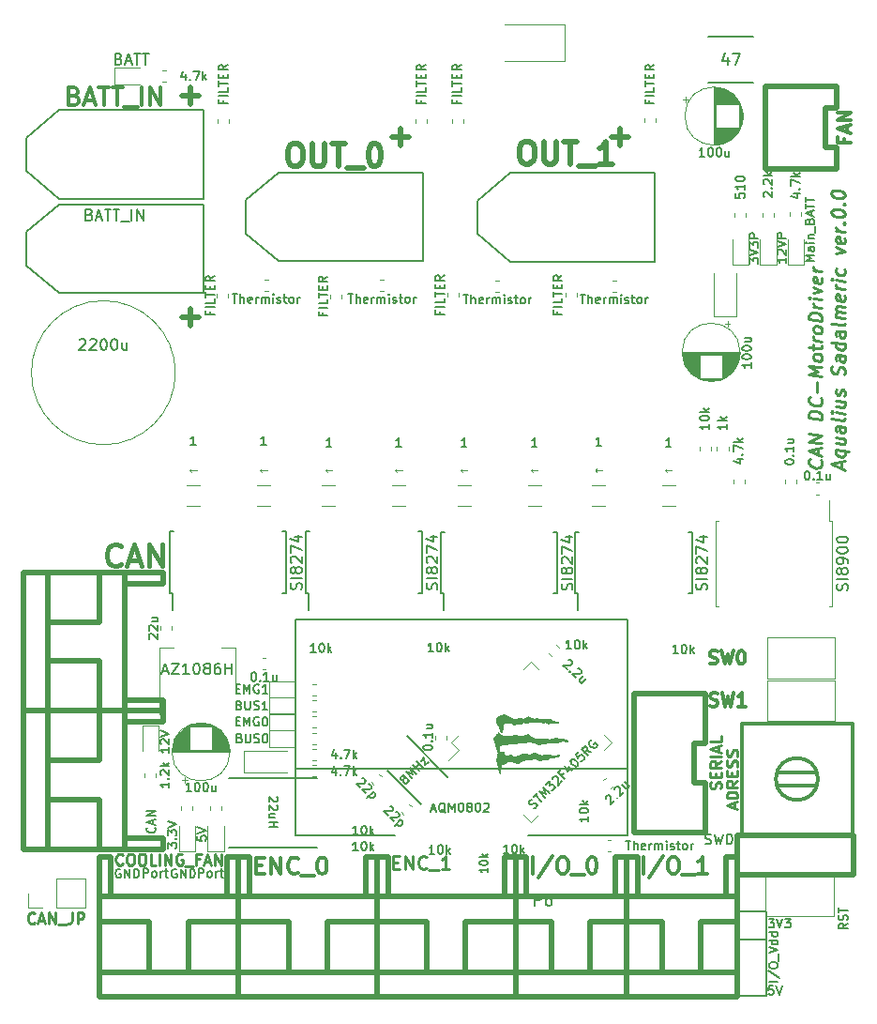
<source format=gbr>
G04 #@! TF.GenerationSoftware,KiCad,Pcbnew,(5.1.4)-1*
G04 #@! TF.CreationDate,2020-01-10T04:32:45+09:00*
G04 #@! TF.ProjectId,SteerMD,53746565-724d-4442-9e6b-696361645f70,rev?*
G04 #@! TF.SameCoordinates,Original*
G04 #@! TF.FileFunction,Legend,Top*
G04 #@! TF.FilePolarity,Positive*
%FSLAX46Y46*%
G04 Gerber Fmt 4.6, Leading zero omitted, Abs format (unit mm)*
G04 Created by KiCad (PCBNEW (5.1.4)-1) date 2020-01-10 04:32:45*
%MOMM*%
%LPD*%
G04 APERTURE LIST*
%ADD10C,0.150000*%
%ADD11C,0.100000*%
%ADD12C,0.250000*%
%ADD13C,0.500000*%
%ADD14C,0.120000*%
%ADD15C,0.300000*%
%ADD16C,0.200000*%
%ADD17C,0.010000*%
%ADD18C,0.400000*%
%ADD19C,0.375000*%
G04 APERTURE END LIST*
D10*
X139809523Y-132011904D02*
X140304761Y-132011904D01*
X140038095Y-132316666D01*
X140152380Y-132316666D01*
X140228571Y-132354761D01*
X140266666Y-132392857D01*
X140304761Y-132469047D01*
X140304761Y-132659523D01*
X140266666Y-132735714D01*
X140228571Y-132773809D01*
X140152380Y-132811904D01*
X139923809Y-132811904D01*
X139847619Y-132773809D01*
X139809523Y-132735714D01*
X140533333Y-132011904D02*
X140800000Y-132811904D01*
X141066666Y-132011904D01*
X141257142Y-132011904D02*
X141752380Y-132011904D01*
X141485714Y-132316666D01*
X141600000Y-132316666D01*
X141676190Y-132354761D01*
X141714285Y-132392857D01*
X141752380Y-132469047D01*
X141752380Y-132659523D01*
X141714285Y-132735714D01*
X141676190Y-132773809D01*
X141600000Y-132811904D01*
X141371428Y-132811904D01*
X141295238Y-132773809D01*
X141257142Y-132735714D01*
X140197619Y-138061904D02*
X139816666Y-138061904D01*
X139778571Y-138442857D01*
X139816666Y-138404761D01*
X139892857Y-138366666D01*
X140083333Y-138366666D01*
X140159523Y-138404761D01*
X140197619Y-138442857D01*
X140235714Y-138519047D01*
X140235714Y-138709523D01*
X140197619Y-138785714D01*
X140159523Y-138823809D01*
X140083333Y-138861904D01*
X139892857Y-138861904D01*
X139816666Y-138823809D01*
X139778571Y-138785714D01*
X140464285Y-138061904D02*
X140730952Y-138861904D01*
X140997619Y-138061904D01*
D11*
X131054761Y-91557142D02*
X130445238Y-91557142D01*
X130597619Y-91709523D02*
X130445238Y-91557142D01*
X130597619Y-91404761D01*
X124754761Y-91557142D02*
X124145238Y-91557142D01*
X124297619Y-91709523D02*
X124145238Y-91557142D01*
X124297619Y-91404761D01*
X118954761Y-91557142D02*
X118345238Y-91557142D01*
X118497619Y-91709523D02*
X118345238Y-91557142D01*
X118497619Y-91404761D01*
X112604761Y-91557142D02*
X111995238Y-91557142D01*
X112147619Y-91709523D02*
X111995238Y-91557142D01*
X112147619Y-91404761D01*
X106704761Y-91557142D02*
X106095238Y-91557142D01*
X106247619Y-91709523D02*
X106095238Y-91557142D01*
X106247619Y-91404761D01*
X100404761Y-91557142D02*
X99795238Y-91557142D01*
X99947619Y-91709523D02*
X99795238Y-91557142D01*
X99947619Y-91404761D01*
X94504761Y-91557142D02*
X93895238Y-91557142D01*
X94047619Y-91709523D02*
X93895238Y-91557142D01*
X94047619Y-91404761D01*
X88154761Y-91557142D02*
X87545238Y-91557142D01*
X87697619Y-91709523D02*
X87545238Y-91557142D01*
X87697619Y-91404761D01*
D10*
X86340476Y-127550000D02*
X86264285Y-127511904D01*
X86150000Y-127511904D01*
X86035714Y-127550000D01*
X85959523Y-127626190D01*
X85921428Y-127702380D01*
X85883333Y-127854761D01*
X85883333Y-127969047D01*
X85921428Y-128121428D01*
X85959523Y-128197619D01*
X86035714Y-128273809D01*
X86150000Y-128311904D01*
X86226190Y-128311904D01*
X86340476Y-128273809D01*
X86378571Y-128235714D01*
X86378571Y-127969047D01*
X86226190Y-127969047D01*
X86721428Y-128311904D02*
X86721428Y-127511904D01*
X87178571Y-128311904D01*
X87178571Y-127511904D01*
X87559523Y-128311904D02*
X87559523Y-127511904D01*
X87750000Y-127511904D01*
X87864285Y-127550000D01*
X87940476Y-127626190D01*
X87978571Y-127702380D01*
X88016666Y-127854761D01*
X88016666Y-127969047D01*
X87978571Y-128121428D01*
X87940476Y-128197619D01*
X87864285Y-128273809D01*
X87750000Y-128311904D01*
X87559523Y-128311904D01*
X88352380Y-128261904D02*
X88352380Y-127461904D01*
X88657142Y-127461904D01*
X88733333Y-127500000D01*
X88771428Y-127538095D01*
X88809523Y-127614285D01*
X88809523Y-127728571D01*
X88771428Y-127804761D01*
X88733333Y-127842857D01*
X88657142Y-127880952D01*
X88352380Y-127880952D01*
X89266666Y-128261904D02*
X89190476Y-128223809D01*
X89152380Y-128185714D01*
X89114285Y-128109523D01*
X89114285Y-127880952D01*
X89152380Y-127804761D01*
X89190476Y-127766666D01*
X89266666Y-127728571D01*
X89380952Y-127728571D01*
X89457142Y-127766666D01*
X89495238Y-127804761D01*
X89533333Y-127880952D01*
X89533333Y-128109523D01*
X89495238Y-128185714D01*
X89457142Y-128223809D01*
X89380952Y-128261904D01*
X89266666Y-128261904D01*
X89876190Y-128261904D02*
X89876190Y-127728571D01*
X89876190Y-127880952D02*
X89914285Y-127804761D01*
X89952380Y-127766666D01*
X90028571Y-127728571D01*
X90104761Y-127728571D01*
X90257142Y-127728571D02*
X90561904Y-127728571D01*
X90371428Y-127461904D02*
X90371428Y-128147619D01*
X90409523Y-128223809D01*
X90485714Y-128261904D01*
X90561904Y-128261904D01*
X83352380Y-128261904D02*
X83352380Y-127461904D01*
X83657142Y-127461904D01*
X83733333Y-127500000D01*
X83771428Y-127538095D01*
X83809523Y-127614285D01*
X83809523Y-127728571D01*
X83771428Y-127804761D01*
X83733333Y-127842857D01*
X83657142Y-127880952D01*
X83352380Y-127880952D01*
X84266666Y-128261904D02*
X84190476Y-128223809D01*
X84152380Y-128185714D01*
X84114285Y-128109523D01*
X84114285Y-127880952D01*
X84152380Y-127804761D01*
X84190476Y-127766666D01*
X84266666Y-127728571D01*
X84380952Y-127728571D01*
X84457142Y-127766666D01*
X84495238Y-127804761D01*
X84533333Y-127880952D01*
X84533333Y-128109523D01*
X84495238Y-128185714D01*
X84457142Y-128223809D01*
X84380952Y-128261904D01*
X84266666Y-128261904D01*
X84876190Y-128261904D02*
X84876190Y-127728571D01*
X84876190Y-127880952D02*
X84914285Y-127804761D01*
X84952380Y-127766666D01*
X85028571Y-127728571D01*
X85104761Y-127728571D01*
X85257142Y-127728571D02*
X85561904Y-127728571D01*
X85371428Y-127461904D02*
X85371428Y-128147619D01*
X85409523Y-128223809D01*
X85485714Y-128261904D01*
X85561904Y-128261904D01*
X81290476Y-127550000D02*
X81214285Y-127511904D01*
X81100000Y-127511904D01*
X80985714Y-127550000D01*
X80909523Y-127626190D01*
X80871428Y-127702380D01*
X80833333Y-127854761D01*
X80833333Y-127969047D01*
X80871428Y-128121428D01*
X80909523Y-128197619D01*
X80985714Y-128273809D01*
X81100000Y-128311904D01*
X81176190Y-128311904D01*
X81290476Y-128273809D01*
X81328571Y-128235714D01*
X81328571Y-127969047D01*
X81176190Y-127969047D01*
X81671428Y-128311904D02*
X81671428Y-127511904D01*
X82128571Y-128311904D01*
X82128571Y-127511904D01*
X82509523Y-128311904D02*
X82509523Y-127511904D01*
X82700000Y-127511904D01*
X82814285Y-127550000D01*
X82890476Y-127626190D01*
X82928571Y-127702380D01*
X82966666Y-127854761D01*
X82966666Y-127969047D01*
X82928571Y-128121428D01*
X82890476Y-128197619D01*
X82814285Y-128273809D01*
X82700000Y-128311904D01*
X82509523Y-128311904D01*
D12*
X81483333Y-127057142D02*
X81435714Y-127104761D01*
X81292857Y-127152380D01*
X81197619Y-127152380D01*
X81054761Y-127104761D01*
X80959523Y-127009523D01*
X80911904Y-126914285D01*
X80864285Y-126723809D01*
X80864285Y-126580952D01*
X80911904Y-126390476D01*
X80959523Y-126295238D01*
X81054761Y-126200000D01*
X81197619Y-126152380D01*
X81292857Y-126152380D01*
X81435714Y-126200000D01*
X81483333Y-126247619D01*
X82102380Y-126152380D02*
X82292857Y-126152380D01*
X82388095Y-126200000D01*
X82483333Y-126295238D01*
X82530952Y-126485714D01*
X82530952Y-126819047D01*
X82483333Y-127009523D01*
X82388095Y-127104761D01*
X82292857Y-127152380D01*
X82102380Y-127152380D01*
X82007142Y-127104761D01*
X81911904Y-127009523D01*
X81864285Y-126819047D01*
X81864285Y-126485714D01*
X81911904Y-126295238D01*
X82007142Y-126200000D01*
X82102380Y-126152380D01*
X83150000Y-126152380D02*
X83340476Y-126152380D01*
X83435714Y-126200000D01*
X83530952Y-126295238D01*
X83578571Y-126485714D01*
X83578571Y-126819047D01*
X83530952Y-127009523D01*
X83435714Y-127104761D01*
X83340476Y-127152380D01*
X83150000Y-127152380D01*
X83054761Y-127104761D01*
X82959523Y-127009523D01*
X82911904Y-126819047D01*
X82911904Y-126485714D01*
X82959523Y-126295238D01*
X83054761Y-126200000D01*
X83150000Y-126152380D01*
X84483333Y-127152380D02*
X84007142Y-127152380D01*
X84007142Y-126152380D01*
X84816666Y-127152380D02*
X84816666Y-126152380D01*
X85292857Y-127152380D02*
X85292857Y-126152380D01*
X85864285Y-127152380D01*
X85864285Y-126152380D01*
X86864285Y-126200000D02*
X86769047Y-126152380D01*
X86626190Y-126152380D01*
X86483333Y-126200000D01*
X86388095Y-126295238D01*
X86340476Y-126390476D01*
X86292857Y-126580952D01*
X86292857Y-126723809D01*
X86340476Y-126914285D01*
X86388095Y-127009523D01*
X86483333Y-127104761D01*
X86626190Y-127152380D01*
X86721428Y-127152380D01*
X86864285Y-127104761D01*
X86911904Y-127057142D01*
X86911904Y-126723809D01*
X86721428Y-126723809D01*
X87102380Y-127247619D02*
X87864285Y-127247619D01*
X88435714Y-126628571D02*
X88102380Y-126628571D01*
X88102380Y-127152380D02*
X88102380Y-126152380D01*
X88578571Y-126152380D01*
X88911904Y-126866666D02*
X89388095Y-126866666D01*
X88816666Y-127152380D02*
X89150000Y-126152380D01*
X89483333Y-127152380D01*
X89816666Y-127152380D02*
X89816666Y-126152380D01*
X90388095Y-127152380D01*
X90388095Y-126152380D01*
X144503571Y-90644642D02*
X144560714Y-90708928D01*
X144617857Y-90887500D01*
X144617857Y-91001785D01*
X144560714Y-91166071D01*
X144446428Y-91266071D01*
X144332142Y-91308928D01*
X144103571Y-91337500D01*
X143932142Y-91316071D01*
X143703571Y-91230357D01*
X143589285Y-91158928D01*
X143475000Y-91030357D01*
X143417857Y-90851785D01*
X143417857Y-90737500D01*
X143475000Y-90573214D01*
X143532142Y-90523214D01*
X144275000Y-90158928D02*
X144275000Y-89587500D01*
X144617857Y-90316071D02*
X143417857Y-89766071D01*
X144617857Y-89516071D01*
X144617857Y-89116071D02*
X143417857Y-88966071D01*
X144617857Y-88430357D01*
X143417857Y-88280357D01*
X144617857Y-86944642D02*
X143417857Y-86794642D01*
X143417857Y-86508928D01*
X143475000Y-86344642D01*
X143589285Y-86244642D01*
X143703571Y-86201785D01*
X143932142Y-86173214D01*
X144103571Y-86194642D01*
X144332142Y-86280357D01*
X144446428Y-86351785D01*
X144560714Y-86480357D01*
X144617857Y-86658928D01*
X144617857Y-86944642D01*
X144503571Y-85044642D02*
X144560714Y-85108928D01*
X144617857Y-85287500D01*
X144617857Y-85401785D01*
X144560714Y-85566071D01*
X144446428Y-85666071D01*
X144332142Y-85708928D01*
X144103571Y-85737500D01*
X143932142Y-85716071D01*
X143703571Y-85630357D01*
X143589285Y-85558928D01*
X143475000Y-85430357D01*
X143417857Y-85251785D01*
X143417857Y-85137500D01*
X143475000Y-84973214D01*
X143532142Y-84923214D01*
X144160714Y-84487500D02*
X144160714Y-83573214D01*
X144617857Y-83058928D02*
X143417857Y-82908928D01*
X144275000Y-82616071D01*
X143417857Y-82108928D01*
X144617857Y-82258928D01*
X144617857Y-81516071D02*
X144560714Y-81623214D01*
X144503571Y-81673214D01*
X144389285Y-81716071D01*
X144046428Y-81673214D01*
X143932142Y-81601785D01*
X143875000Y-81537500D01*
X143817857Y-81416071D01*
X143817857Y-81244642D01*
X143875000Y-81137500D01*
X143932142Y-81087500D01*
X144046428Y-81044642D01*
X144389285Y-81087500D01*
X144503571Y-81158928D01*
X144560714Y-81223214D01*
X144617857Y-81344642D01*
X144617857Y-81516071D01*
X143817857Y-80673214D02*
X143817857Y-80216071D01*
X143417857Y-80451785D02*
X144446428Y-80580357D01*
X144560714Y-80537500D01*
X144617857Y-80430357D01*
X144617857Y-80316071D01*
X144617857Y-79916071D02*
X143817857Y-79816071D01*
X144046428Y-79844642D02*
X143932142Y-79773214D01*
X143875000Y-79708928D01*
X143817857Y-79587500D01*
X143817857Y-79473214D01*
X144617857Y-79001785D02*
X144560714Y-79108928D01*
X144503571Y-79158928D01*
X144389285Y-79201785D01*
X144046428Y-79158928D01*
X143932142Y-79087500D01*
X143875000Y-79023214D01*
X143817857Y-78901785D01*
X143817857Y-78730357D01*
X143875000Y-78623214D01*
X143932142Y-78573214D01*
X144046428Y-78530357D01*
X144389285Y-78573214D01*
X144503571Y-78644642D01*
X144560714Y-78708928D01*
X144617857Y-78830357D01*
X144617857Y-79001785D01*
X144617857Y-78087500D02*
X143417857Y-77937500D01*
X143417857Y-77651785D01*
X143475000Y-77487500D01*
X143589285Y-77387500D01*
X143703571Y-77344642D01*
X143932142Y-77316071D01*
X144103571Y-77337500D01*
X144332142Y-77423214D01*
X144446428Y-77494642D01*
X144560714Y-77623214D01*
X144617857Y-77801785D01*
X144617857Y-78087500D01*
X144617857Y-76887500D02*
X143817857Y-76787500D01*
X144046428Y-76816071D02*
X143932142Y-76744642D01*
X143875000Y-76680357D01*
X143817857Y-76558928D01*
X143817857Y-76444642D01*
X144617857Y-76144642D02*
X143817857Y-76044642D01*
X143417857Y-75994642D02*
X143475000Y-76058928D01*
X143532142Y-76008928D01*
X143475000Y-75944642D01*
X143417857Y-75994642D01*
X143532142Y-76008928D01*
X143817857Y-75587500D02*
X144617857Y-75401785D01*
X143817857Y-75016071D01*
X144560714Y-74194642D02*
X144617857Y-74316071D01*
X144617857Y-74544642D01*
X144560714Y-74651785D01*
X144446428Y-74694642D01*
X143989285Y-74637500D01*
X143875000Y-74566071D01*
X143817857Y-74444642D01*
X143817857Y-74216071D01*
X143875000Y-74108928D01*
X143989285Y-74066071D01*
X144103571Y-74080357D01*
X144217857Y-74666071D01*
X144617857Y-73630357D02*
X143817857Y-73530357D01*
X144046428Y-73558928D02*
X143932142Y-73487500D01*
X143875000Y-73423214D01*
X143817857Y-73301785D01*
X143817857Y-73187500D01*
X146325000Y-91358928D02*
X146325000Y-90787500D01*
X146667857Y-91516071D02*
X145467857Y-90966071D01*
X146667857Y-90716071D01*
X145867857Y-89701785D02*
X147067857Y-89851785D01*
X146610714Y-89794642D02*
X146667857Y-89916071D01*
X146667857Y-90144642D01*
X146610714Y-90251785D01*
X146553571Y-90301785D01*
X146439285Y-90344642D01*
X146096428Y-90301785D01*
X145982142Y-90230357D01*
X145925000Y-90166071D01*
X145867857Y-90044642D01*
X145867857Y-89816071D01*
X145925000Y-89708928D01*
X145867857Y-88616071D02*
X146667857Y-88716071D01*
X145867857Y-89130357D02*
X146496428Y-89208928D01*
X146610714Y-89166071D01*
X146667857Y-89058928D01*
X146667857Y-88887500D01*
X146610714Y-88766071D01*
X146553571Y-88701785D01*
X146667857Y-87630357D02*
X146039285Y-87551785D01*
X145925000Y-87594642D01*
X145867857Y-87701785D01*
X145867857Y-87930357D01*
X145925000Y-88051785D01*
X146610714Y-87623214D02*
X146667857Y-87744642D01*
X146667857Y-88030357D01*
X146610714Y-88137500D01*
X146496428Y-88180357D01*
X146382142Y-88166071D01*
X146267857Y-88094642D01*
X146210714Y-87973214D01*
X146210714Y-87687500D01*
X146153571Y-87566071D01*
X146667857Y-86887500D02*
X146610714Y-86994642D01*
X146496428Y-87037500D01*
X145467857Y-86908928D01*
X146667857Y-86430357D02*
X145867857Y-86330357D01*
X145467857Y-86280357D02*
X145525000Y-86344642D01*
X145582142Y-86294642D01*
X145525000Y-86230357D01*
X145467857Y-86280357D01*
X145582142Y-86294642D01*
X145867857Y-85244642D02*
X146667857Y-85344642D01*
X145867857Y-85758928D02*
X146496428Y-85837500D01*
X146610714Y-85794642D01*
X146667857Y-85687500D01*
X146667857Y-85516071D01*
X146610714Y-85394642D01*
X146553571Y-85330357D01*
X146610714Y-84823214D02*
X146667857Y-84716071D01*
X146667857Y-84487500D01*
X146610714Y-84366071D01*
X146496428Y-84294642D01*
X146439285Y-84287500D01*
X146325000Y-84330357D01*
X146267857Y-84437500D01*
X146267857Y-84608928D01*
X146210714Y-84716071D01*
X146096428Y-84758928D01*
X146039285Y-84751785D01*
X145925000Y-84680357D01*
X145867857Y-84558928D01*
X145867857Y-84387500D01*
X145925000Y-84280357D01*
X146610714Y-82937500D02*
X146667857Y-82773214D01*
X146667857Y-82487500D01*
X146610714Y-82366071D01*
X146553571Y-82301785D01*
X146439285Y-82230357D01*
X146325000Y-82216071D01*
X146210714Y-82258928D01*
X146153571Y-82308928D01*
X146096428Y-82416071D01*
X146039285Y-82637500D01*
X145982142Y-82744642D01*
X145925000Y-82794642D01*
X145810714Y-82837500D01*
X145696428Y-82823214D01*
X145582142Y-82751785D01*
X145525000Y-82687500D01*
X145467857Y-82566071D01*
X145467857Y-82280357D01*
X145525000Y-82116071D01*
X146667857Y-81230357D02*
X146039285Y-81151785D01*
X145925000Y-81194642D01*
X145867857Y-81301785D01*
X145867857Y-81530357D01*
X145925000Y-81651785D01*
X146610714Y-81223214D02*
X146667857Y-81344642D01*
X146667857Y-81630357D01*
X146610714Y-81737500D01*
X146496428Y-81780357D01*
X146382142Y-81766071D01*
X146267857Y-81694642D01*
X146210714Y-81573214D01*
X146210714Y-81287500D01*
X146153571Y-81166071D01*
X146667857Y-80144642D02*
X145467857Y-79994642D01*
X146610714Y-80137500D02*
X146667857Y-80258928D01*
X146667857Y-80487500D01*
X146610714Y-80594642D01*
X146553571Y-80644642D01*
X146439285Y-80687500D01*
X146096428Y-80644642D01*
X145982142Y-80573214D01*
X145925000Y-80508928D01*
X145867857Y-80387500D01*
X145867857Y-80158928D01*
X145925000Y-80051785D01*
X146667857Y-79058928D02*
X146039285Y-78980357D01*
X145925000Y-79023214D01*
X145867857Y-79130357D01*
X145867857Y-79358928D01*
X145925000Y-79480357D01*
X146610714Y-79051785D02*
X146667857Y-79173214D01*
X146667857Y-79458928D01*
X146610714Y-79566071D01*
X146496428Y-79608928D01*
X146382142Y-79594642D01*
X146267857Y-79523214D01*
X146210714Y-79401785D01*
X146210714Y-79116071D01*
X146153571Y-78994642D01*
X146667857Y-78316071D02*
X146610714Y-78423214D01*
X146496428Y-78466071D01*
X145467857Y-78337500D01*
X146667857Y-77858928D02*
X145867857Y-77758928D01*
X145982142Y-77773214D02*
X145925000Y-77708928D01*
X145867857Y-77587500D01*
X145867857Y-77416071D01*
X145925000Y-77308928D01*
X146039285Y-77266071D01*
X146667857Y-77344642D01*
X146039285Y-77266071D02*
X145925000Y-77194642D01*
X145867857Y-77073214D01*
X145867857Y-76901785D01*
X145925000Y-76794642D01*
X146039285Y-76751785D01*
X146667857Y-76830357D01*
X146610714Y-75794642D02*
X146667857Y-75916071D01*
X146667857Y-76144642D01*
X146610714Y-76251785D01*
X146496428Y-76294642D01*
X146039285Y-76237500D01*
X145925000Y-76166071D01*
X145867857Y-76044642D01*
X145867857Y-75816071D01*
X145925000Y-75708928D01*
X146039285Y-75666071D01*
X146153571Y-75680357D01*
X146267857Y-76266071D01*
X146667857Y-75230357D02*
X145867857Y-75130357D01*
X146096428Y-75158928D02*
X145982142Y-75087500D01*
X145925000Y-75023214D01*
X145867857Y-74901785D01*
X145867857Y-74787500D01*
X146667857Y-74487500D02*
X145867857Y-74387500D01*
X145467857Y-74337500D02*
X145525000Y-74401785D01*
X145582142Y-74351785D01*
X145525000Y-74287500D01*
X145467857Y-74337500D01*
X145582142Y-74351785D01*
X146610714Y-73394642D02*
X146667857Y-73516071D01*
X146667857Y-73744642D01*
X146610714Y-73851785D01*
X146553571Y-73901785D01*
X146439285Y-73944642D01*
X146096428Y-73901785D01*
X145982142Y-73830357D01*
X145925000Y-73766071D01*
X145867857Y-73644642D01*
X145867857Y-73416071D01*
X145925000Y-73308928D01*
X145867857Y-71987500D02*
X146667857Y-71801785D01*
X145867857Y-71416071D01*
X146610714Y-70594642D02*
X146667857Y-70716071D01*
X146667857Y-70944642D01*
X146610714Y-71051785D01*
X146496428Y-71094642D01*
X146039285Y-71037500D01*
X145925000Y-70966071D01*
X145867857Y-70844642D01*
X145867857Y-70616071D01*
X145925000Y-70508928D01*
X146039285Y-70466071D01*
X146153571Y-70480357D01*
X146267857Y-71066071D01*
X146667857Y-70030357D02*
X145867857Y-69930357D01*
X146096428Y-69958928D02*
X145982142Y-69887500D01*
X145925000Y-69823214D01*
X145867857Y-69701785D01*
X145867857Y-69587500D01*
X146553571Y-69273214D02*
X146610714Y-69223214D01*
X146667857Y-69287500D01*
X146610714Y-69337500D01*
X146553571Y-69273214D01*
X146667857Y-69287500D01*
X145467857Y-68337500D02*
X145467857Y-68223214D01*
X145525000Y-68116071D01*
X145582142Y-68066071D01*
X145696428Y-68023214D01*
X145925000Y-67994642D01*
X146210714Y-68030357D01*
X146439285Y-68116071D01*
X146553571Y-68187500D01*
X146610714Y-68251785D01*
X146667857Y-68373214D01*
X146667857Y-68487500D01*
X146610714Y-68594642D01*
X146553571Y-68644642D01*
X146439285Y-68687500D01*
X146210714Y-68716071D01*
X145925000Y-68680357D01*
X145696428Y-68594642D01*
X145582142Y-68523214D01*
X145525000Y-68458928D01*
X145467857Y-68337500D01*
X146553571Y-67558928D02*
X146610714Y-67508928D01*
X146667857Y-67573214D01*
X146610714Y-67623214D01*
X146553571Y-67558928D01*
X146667857Y-67573214D01*
X145467857Y-66623214D02*
X145467857Y-66508928D01*
X145525000Y-66401785D01*
X145582142Y-66351785D01*
X145696428Y-66308928D01*
X145925000Y-66280357D01*
X146210714Y-66316071D01*
X146439285Y-66401785D01*
X146553571Y-66473214D01*
X146610714Y-66537500D01*
X146667857Y-66658928D01*
X146667857Y-66773214D01*
X146610714Y-66880357D01*
X146553571Y-66930357D01*
X146439285Y-66973214D01*
X146210714Y-67001785D01*
X145925000Y-66966071D01*
X145696428Y-66880357D01*
X145582142Y-66808928D01*
X145525000Y-66744642D01*
X145467857Y-66623214D01*
D13*
X126357142Y-60738095D02*
X126357142Y-62261904D01*
X125595238Y-61500000D02*
X127119047Y-61500000D01*
X106607142Y-60738095D02*
X106607142Y-62261904D01*
X105845238Y-61500000D02*
X107369047Y-61500000D01*
X87642857Y-78511904D02*
X87642857Y-76988095D01*
X88404761Y-77750000D02*
X86880952Y-77750000D01*
X87642857Y-58561904D02*
X87642857Y-57038095D01*
X88404761Y-57800000D02*
X86880952Y-57800000D01*
D14*
X124904880Y-116746751D02*
X125576631Y-116075000D01*
X125576631Y-116075000D02*
X124904880Y-115403249D01*
X119021751Y-122629880D02*
X118350000Y-123301631D01*
X118350000Y-123301631D02*
X117678249Y-122629880D01*
X117678249Y-109520120D02*
X118350000Y-108848369D01*
X118350000Y-108848369D02*
X119021751Y-109520120D01*
X111795120Y-115403249D02*
X111123369Y-116075000D01*
X111123369Y-116075000D02*
X111795120Y-116746751D01*
X111795120Y-116746751D02*
X110847597Y-117694275D01*
D10*
X129500000Y-64750000D02*
X129500000Y-72750000D01*
X113500000Y-67250000D02*
X113500000Y-70250000D01*
X116500000Y-64750000D02*
X129500000Y-64750000D01*
X113500000Y-67250000D02*
X116500000Y-64750000D01*
X116500000Y-72750000D02*
X129500000Y-72750000D01*
X113500000Y-70250000D02*
X116500000Y-72750000D01*
X108600000Y-64700000D02*
X108600000Y-72700000D01*
X92600000Y-67200000D02*
X92600000Y-70200000D01*
X95600000Y-64700000D02*
X108600000Y-64700000D01*
X92600000Y-67200000D02*
X95600000Y-64700000D01*
X95600000Y-72700000D02*
X108600000Y-72700000D01*
X92600000Y-70200000D02*
X95600000Y-72700000D01*
D15*
X144250000Y-119400000D02*
G75*
G03X144250000Y-119400000I-1900000J0D01*
G01*
X144150000Y-118800000D02*
X140650000Y-118800000D01*
X144150000Y-120000000D02*
X140550000Y-120000000D01*
X147350000Y-124400000D02*
X137350000Y-124400000D01*
X137350000Y-124400000D02*
X137350000Y-114400000D01*
X137350000Y-114400000D02*
X147350000Y-114400000D01*
X147350000Y-114400000D02*
X147350000Y-124400000D01*
D16*
X97050000Y-118500000D02*
X127050000Y-118500000D01*
X97050000Y-124500000D02*
X97050000Y-105000000D01*
X97050000Y-105000000D02*
X127050000Y-105000000D01*
X127050000Y-105000000D02*
X127050000Y-124500000D01*
X118050000Y-124500000D02*
X127050000Y-124500000D01*
X106050000Y-124500000D02*
X97050000Y-124500000D01*
D13*
X91900000Y-126450000D02*
X90900000Y-126450000D01*
X90900000Y-126450000D02*
X90900000Y-129950000D01*
X79400000Y-126450000D02*
X80400000Y-126450000D01*
X80400000Y-126450000D02*
X80400000Y-129950000D01*
X91900000Y-129950000D02*
X79400000Y-129950000D01*
X87400000Y-132250000D02*
X91900000Y-132250000D01*
X83900000Y-132250000D02*
X79400000Y-132250000D01*
X87400000Y-132250000D02*
X87400000Y-136850000D01*
X83900000Y-132250000D02*
X83900000Y-136850000D01*
X79400000Y-136850000D02*
X91900000Y-136850000D01*
X91900000Y-126450000D02*
X91900000Y-139050000D01*
X91900000Y-139050000D02*
X79400000Y-139050000D01*
X79400000Y-126450000D02*
X79400000Y-139050000D01*
D14*
X134990000Y-99950000D02*
X134990000Y-103810000D01*
X134990000Y-103810000D02*
X135245000Y-103810000D01*
X134990000Y-99950000D02*
X134990000Y-96090000D01*
X134990000Y-96090000D02*
X135245000Y-96090000D01*
X145510000Y-99950000D02*
X145510000Y-103810000D01*
X145510000Y-103810000D02*
X145255000Y-103810000D01*
X145510000Y-99950000D02*
X145510000Y-96090000D01*
X145510000Y-96090000D02*
X145255000Y-96090000D01*
X145255000Y-96090000D02*
X145255000Y-94275000D01*
D13*
X85150000Y-125750000D02*
X85150000Y-124750000D01*
X85150000Y-124750000D02*
X81650000Y-124750000D01*
X85150000Y-113250000D02*
X85150000Y-114250000D01*
X85150000Y-114250000D02*
X81650000Y-114250000D01*
X81650000Y-125750000D02*
X81650000Y-113250000D01*
X79350000Y-121250000D02*
X79350000Y-125750000D01*
X79350000Y-117750000D02*
X79350000Y-113250000D01*
X79350000Y-121250000D02*
X74750000Y-121250000D01*
X79350000Y-117750000D02*
X74750000Y-117750000D01*
X74750000Y-113250000D02*
X74750000Y-125750000D01*
X85150000Y-125750000D02*
X72550000Y-125750000D01*
X72550000Y-125750000D02*
X72550000Y-113250000D01*
X85150000Y-113250000D02*
X72550000Y-113250000D01*
X85150000Y-100750000D02*
X72550000Y-100750000D01*
X72550000Y-113250000D02*
X72550000Y-100750000D01*
X85150000Y-113250000D02*
X72550000Y-113250000D01*
X74750000Y-100750000D02*
X74750000Y-113250000D01*
X79350000Y-105250000D02*
X74750000Y-105250000D01*
X79350000Y-108750000D02*
X74750000Y-108750000D01*
X79350000Y-105250000D02*
X79350000Y-100750000D01*
X79350000Y-108750000D02*
X79350000Y-113250000D01*
X81650000Y-113250000D02*
X81650000Y-100750000D01*
X85150000Y-101750000D02*
X81650000Y-101750000D01*
X85150000Y-100750000D02*
X85150000Y-101750000D01*
X85150000Y-112250000D02*
X81650000Y-112250000D01*
X85150000Y-113250000D02*
X85150000Y-112250000D01*
X91950000Y-126450000D02*
X91950000Y-139050000D01*
X104450000Y-139050000D02*
X91950000Y-139050000D01*
X104450000Y-126450000D02*
X104450000Y-139050000D01*
X91950000Y-136850000D02*
X104450000Y-136850000D01*
X96450000Y-132250000D02*
X96450000Y-136850000D01*
X99950000Y-132250000D02*
X99950000Y-136850000D01*
X96450000Y-132250000D02*
X91950000Y-132250000D01*
X99950000Y-132250000D02*
X104450000Y-132250000D01*
X104450000Y-129950000D02*
X91950000Y-129950000D01*
X92950000Y-126450000D02*
X92950000Y-129950000D01*
X91950000Y-126450000D02*
X92950000Y-126450000D01*
X103450000Y-126450000D02*
X103450000Y-129950000D01*
X104450000Y-126450000D02*
X103450000Y-126450000D01*
X116950000Y-126450000D02*
X115950000Y-126450000D01*
X115950000Y-126450000D02*
X115950000Y-129950000D01*
X104450000Y-126450000D02*
X105450000Y-126450000D01*
X105450000Y-126450000D02*
X105450000Y-129950000D01*
X116950000Y-129950000D02*
X104450000Y-129950000D01*
X112450000Y-132250000D02*
X116950000Y-132250000D01*
X108950000Y-132250000D02*
X104450000Y-132250000D01*
X112450000Y-132250000D02*
X112450000Y-136850000D01*
X108950000Y-132250000D02*
X108950000Y-136850000D01*
X104450000Y-136850000D02*
X116950000Y-136850000D01*
X116950000Y-126450000D02*
X116950000Y-139050000D01*
X116950000Y-139050000D02*
X104450000Y-139050000D01*
X104450000Y-126450000D02*
X104450000Y-139050000D01*
X139500000Y-56900000D02*
X139500000Y-64400000D01*
X145900000Y-56900000D02*
X139500000Y-56900000D01*
X139500000Y-64400000D02*
X145900000Y-64400000D01*
X145900000Y-58900000D02*
X145900000Y-56900000D01*
X144900000Y-58900000D02*
X145900000Y-58900000D01*
X144900000Y-62400000D02*
X144900000Y-58900000D01*
X145900000Y-62400000D02*
X144900000Y-62400000D01*
X145900000Y-64400000D02*
X145900000Y-62400000D01*
X134075000Y-124200000D02*
X134075000Y-119700000D01*
X134075000Y-119700000D02*
X133075000Y-119700000D01*
X133075000Y-119700000D02*
X133075000Y-116200000D01*
X133075000Y-116200000D02*
X134075000Y-116200000D01*
X134075000Y-116200000D02*
X134075000Y-111700000D01*
X127675000Y-111700000D02*
X127675000Y-124200000D01*
X134075000Y-111700000D02*
X127675000Y-111700000D01*
X127675000Y-124200000D02*
X134075000Y-124200000D01*
X136950000Y-124500000D02*
X136950000Y-128000000D01*
X147450000Y-124500000D02*
X136950000Y-124500000D01*
X147450000Y-128000000D02*
X136950000Y-128000000D01*
X147450000Y-128000000D02*
X147450000Y-124500000D01*
D10*
X72750000Y-73050000D02*
X75750000Y-75550000D01*
X75750000Y-75550000D02*
X88750000Y-75550000D01*
X72750000Y-70050000D02*
X75750000Y-67550000D01*
X75750000Y-67550000D02*
X88750000Y-67550000D01*
X72750000Y-70050000D02*
X72750000Y-73050000D01*
X88750000Y-67550000D02*
X88750000Y-75550000D01*
X88750000Y-59050000D02*
X88750000Y-67050000D01*
X72750000Y-61550000D02*
X72750000Y-64550000D01*
X75750000Y-59050000D02*
X88750000Y-59050000D01*
X72750000Y-61550000D02*
X75750000Y-59050000D01*
X75750000Y-67050000D02*
X88750000Y-67050000D01*
X72750000Y-64550000D02*
X75750000Y-67050000D01*
D14*
X115137221Y-75460000D02*
X115462779Y-75460000D01*
X115137221Y-74440000D02*
X115462779Y-74440000D01*
X98587221Y-116690000D02*
X98912779Y-116690000D01*
X98587221Y-117710000D02*
X98912779Y-117710000D01*
X94287221Y-74390000D02*
X94612779Y-74390000D01*
X94287221Y-75410000D02*
X94612779Y-75410000D01*
D10*
X108436396Y-121665559D02*
X105395837Y-118625000D01*
X107128249Y-115549086D02*
X110840559Y-119261396D01*
D14*
X103917426Y-119663675D02*
X104147631Y-119893880D01*
X104638675Y-118942426D02*
X104868880Y-119172631D01*
X106854478Y-122600727D02*
X106624273Y-122370522D01*
X107575727Y-121879478D02*
X107345522Y-121649273D01*
X110720000Y-115487221D02*
X110720000Y-115812779D01*
X109700000Y-115487221D02*
X109700000Y-115812779D01*
X125800727Y-120020522D02*
X125570522Y-120250727D01*
X125079478Y-119299273D02*
X124849273Y-119529478D01*
X120866868Y-107538025D02*
X120628770Y-107315995D01*
X120171230Y-108284005D02*
X119933132Y-108061975D01*
X144037221Y-92690000D02*
X144362779Y-92690000D01*
X144037221Y-93710000D02*
X144362779Y-93710000D01*
X142260000Y-92712779D02*
X142260000Y-92387221D01*
X141240000Y-92712779D02*
X141240000Y-92387221D01*
X137470000Y-59600000D02*
G75*
G03X137470000Y-59600000I-2620000J0D01*
G01*
X134850000Y-57020000D02*
X134850000Y-62180000D01*
X134890000Y-57020000D02*
X134890000Y-62180000D01*
X134930000Y-57021000D02*
X134930000Y-62179000D01*
X134970000Y-57022000D02*
X134970000Y-62178000D01*
X135010000Y-57024000D02*
X135010000Y-62176000D01*
X135050000Y-57027000D02*
X135050000Y-62173000D01*
X135090000Y-57031000D02*
X135090000Y-58560000D01*
X135090000Y-60640000D02*
X135090000Y-62169000D01*
X135130000Y-57035000D02*
X135130000Y-58560000D01*
X135130000Y-60640000D02*
X135130000Y-62165000D01*
X135170000Y-57039000D02*
X135170000Y-58560000D01*
X135170000Y-60640000D02*
X135170000Y-62161000D01*
X135210000Y-57044000D02*
X135210000Y-58560000D01*
X135210000Y-60640000D02*
X135210000Y-62156000D01*
X135250000Y-57050000D02*
X135250000Y-58560000D01*
X135250000Y-60640000D02*
X135250000Y-62150000D01*
X135290000Y-57057000D02*
X135290000Y-58560000D01*
X135290000Y-60640000D02*
X135290000Y-62143000D01*
X135330000Y-57064000D02*
X135330000Y-58560000D01*
X135330000Y-60640000D02*
X135330000Y-62136000D01*
X135370000Y-57072000D02*
X135370000Y-58560000D01*
X135370000Y-60640000D02*
X135370000Y-62128000D01*
X135410000Y-57080000D02*
X135410000Y-58560000D01*
X135410000Y-60640000D02*
X135410000Y-62120000D01*
X135450000Y-57089000D02*
X135450000Y-58560000D01*
X135450000Y-60640000D02*
X135450000Y-62111000D01*
X135490000Y-57099000D02*
X135490000Y-58560000D01*
X135490000Y-60640000D02*
X135490000Y-62101000D01*
X135530000Y-57109000D02*
X135530000Y-58560000D01*
X135530000Y-60640000D02*
X135530000Y-62091000D01*
X135571000Y-57120000D02*
X135571000Y-58560000D01*
X135571000Y-60640000D02*
X135571000Y-62080000D01*
X135611000Y-57132000D02*
X135611000Y-58560000D01*
X135611000Y-60640000D02*
X135611000Y-62068000D01*
X135651000Y-57145000D02*
X135651000Y-58560000D01*
X135651000Y-60640000D02*
X135651000Y-62055000D01*
X135691000Y-57158000D02*
X135691000Y-58560000D01*
X135691000Y-60640000D02*
X135691000Y-62042000D01*
X135731000Y-57172000D02*
X135731000Y-58560000D01*
X135731000Y-60640000D02*
X135731000Y-62028000D01*
X135771000Y-57186000D02*
X135771000Y-58560000D01*
X135771000Y-60640000D02*
X135771000Y-62014000D01*
X135811000Y-57202000D02*
X135811000Y-58560000D01*
X135811000Y-60640000D02*
X135811000Y-61998000D01*
X135851000Y-57218000D02*
X135851000Y-58560000D01*
X135851000Y-60640000D02*
X135851000Y-61982000D01*
X135891000Y-57235000D02*
X135891000Y-58560000D01*
X135891000Y-60640000D02*
X135891000Y-61965000D01*
X135931000Y-57252000D02*
X135931000Y-58560000D01*
X135931000Y-60640000D02*
X135931000Y-61948000D01*
X135971000Y-57271000D02*
X135971000Y-58560000D01*
X135971000Y-60640000D02*
X135971000Y-61929000D01*
X136011000Y-57290000D02*
X136011000Y-58560000D01*
X136011000Y-60640000D02*
X136011000Y-61910000D01*
X136051000Y-57310000D02*
X136051000Y-58560000D01*
X136051000Y-60640000D02*
X136051000Y-61890000D01*
X136091000Y-57332000D02*
X136091000Y-58560000D01*
X136091000Y-60640000D02*
X136091000Y-61868000D01*
X136131000Y-57353000D02*
X136131000Y-58560000D01*
X136131000Y-60640000D02*
X136131000Y-61847000D01*
X136171000Y-57376000D02*
X136171000Y-58560000D01*
X136171000Y-60640000D02*
X136171000Y-61824000D01*
X136211000Y-57400000D02*
X136211000Y-58560000D01*
X136211000Y-60640000D02*
X136211000Y-61800000D01*
X136251000Y-57425000D02*
X136251000Y-58560000D01*
X136251000Y-60640000D02*
X136251000Y-61775000D01*
X136291000Y-57451000D02*
X136291000Y-58560000D01*
X136291000Y-60640000D02*
X136291000Y-61749000D01*
X136331000Y-57478000D02*
X136331000Y-58560000D01*
X136331000Y-60640000D02*
X136331000Y-61722000D01*
X136371000Y-57505000D02*
X136371000Y-58560000D01*
X136371000Y-60640000D02*
X136371000Y-61695000D01*
X136411000Y-57535000D02*
X136411000Y-58560000D01*
X136411000Y-60640000D02*
X136411000Y-61665000D01*
X136451000Y-57565000D02*
X136451000Y-58560000D01*
X136451000Y-60640000D02*
X136451000Y-61635000D01*
X136491000Y-57596000D02*
X136491000Y-58560000D01*
X136491000Y-60640000D02*
X136491000Y-61604000D01*
X136531000Y-57629000D02*
X136531000Y-58560000D01*
X136531000Y-60640000D02*
X136531000Y-61571000D01*
X136571000Y-57663000D02*
X136571000Y-58560000D01*
X136571000Y-60640000D02*
X136571000Y-61537000D01*
X136611000Y-57699000D02*
X136611000Y-58560000D01*
X136611000Y-60640000D02*
X136611000Y-61501000D01*
X136651000Y-57736000D02*
X136651000Y-58560000D01*
X136651000Y-60640000D02*
X136651000Y-61464000D01*
X136691000Y-57774000D02*
X136691000Y-58560000D01*
X136691000Y-60640000D02*
X136691000Y-61426000D01*
X136731000Y-57815000D02*
X136731000Y-58560000D01*
X136731000Y-60640000D02*
X136731000Y-61385000D01*
X136771000Y-57857000D02*
X136771000Y-58560000D01*
X136771000Y-60640000D02*
X136771000Y-61343000D01*
X136811000Y-57901000D02*
X136811000Y-58560000D01*
X136811000Y-60640000D02*
X136811000Y-61299000D01*
X136851000Y-57947000D02*
X136851000Y-58560000D01*
X136851000Y-60640000D02*
X136851000Y-61253000D01*
X136891000Y-57995000D02*
X136891000Y-58560000D01*
X136891000Y-60640000D02*
X136891000Y-61205000D01*
X136931000Y-58046000D02*
X136931000Y-58560000D01*
X136931000Y-60640000D02*
X136931000Y-61154000D01*
X136971000Y-58100000D02*
X136971000Y-58560000D01*
X136971000Y-60640000D02*
X136971000Y-61100000D01*
X137011000Y-58157000D02*
X137011000Y-58560000D01*
X137011000Y-60640000D02*
X137011000Y-61043000D01*
X137051000Y-58217000D02*
X137051000Y-58560000D01*
X137051000Y-60640000D02*
X137051000Y-60983000D01*
X137091000Y-58281000D02*
X137091000Y-58560000D01*
X137091000Y-60640000D02*
X137091000Y-60919000D01*
X137131000Y-58349000D02*
X137131000Y-58560000D01*
X137131000Y-60640000D02*
X137131000Y-60851000D01*
X137171000Y-58422000D02*
X137171000Y-60778000D01*
X137211000Y-58502000D02*
X137211000Y-60698000D01*
X137251000Y-58589000D02*
X137251000Y-60611000D01*
X137291000Y-58685000D02*
X137291000Y-60515000D01*
X137331000Y-58795000D02*
X137331000Y-60405000D01*
X137371000Y-58923000D02*
X137371000Y-60277000D01*
X137411000Y-59082000D02*
X137411000Y-60118000D01*
X137451000Y-59316000D02*
X137451000Y-59884000D01*
X132045225Y-58125000D02*
X132545225Y-58125000D01*
X132295225Y-57875000D02*
X132295225Y-58375000D01*
X91170000Y-116950000D02*
G75*
G03X91170000Y-116950000I-2620000J0D01*
G01*
X85970000Y-116950000D02*
X91130000Y-116950000D01*
X85970000Y-116910000D02*
X91130000Y-116910000D01*
X85971000Y-116870000D02*
X91129000Y-116870000D01*
X85972000Y-116830000D02*
X91128000Y-116830000D01*
X85974000Y-116790000D02*
X91126000Y-116790000D01*
X85977000Y-116750000D02*
X91123000Y-116750000D01*
X85981000Y-116710000D02*
X87510000Y-116710000D01*
X89590000Y-116710000D02*
X91119000Y-116710000D01*
X85985000Y-116670000D02*
X87510000Y-116670000D01*
X89590000Y-116670000D02*
X91115000Y-116670000D01*
X85989000Y-116630000D02*
X87510000Y-116630000D01*
X89590000Y-116630000D02*
X91111000Y-116630000D01*
X85994000Y-116590000D02*
X87510000Y-116590000D01*
X89590000Y-116590000D02*
X91106000Y-116590000D01*
X86000000Y-116550000D02*
X87510000Y-116550000D01*
X89590000Y-116550000D02*
X91100000Y-116550000D01*
X86007000Y-116510000D02*
X87510000Y-116510000D01*
X89590000Y-116510000D02*
X91093000Y-116510000D01*
X86014000Y-116470000D02*
X87510000Y-116470000D01*
X89590000Y-116470000D02*
X91086000Y-116470000D01*
X86022000Y-116430000D02*
X87510000Y-116430000D01*
X89590000Y-116430000D02*
X91078000Y-116430000D01*
X86030000Y-116390000D02*
X87510000Y-116390000D01*
X89590000Y-116390000D02*
X91070000Y-116390000D01*
X86039000Y-116350000D02*
X87510000Y-116350000D01*
X89590000Y-116350000D02*
X91061000Y-116350000D01*
X86049000Y-116310000D02*
X87510000Y-116310000D01*
X89590000Y-116310000D02*
X91051000Y-116310000D01*
X86059000Y-116270000D02*
X87510000Y-116270000D01*
X89590000Y-116270000D02*
X91041000Y-116270000D01*
X86070000Y-116229000D02*
X87510000Y-116229000D01*
X89590000Y-116229000D02*
X91030000Y-116229000D01*
X86082000Y-116189000D02*
X87510000Y-116189000D01*
X89590000Y-116189000D02*
X91018000Y-116189000D01*
X86095000Y-116149000D02*
X87510000Y-116149000D01*
X89590000Y-116149000D02*
X91005000Y-116149000D01*
X86108000Y-116109000D02*
X87510000Y-116109000D01*
X89590000Y-116109000D02*
X90992000Y-116109000D01*
X86122000Y-116069000D02*
X87510000Y-116069000D01*
X89590000Y-116069000D02*
X90978000Y-116069000D01*
X86136000Y-116029000D02*
X87510000Y-116029000D01*
X89590000Y-116029000D02*
X90964000Y-116029000D01*
X86152000Y-115989000D02*
X87510000Y-115989000D01*
X89590000Y-115989000D02*
X90948000Y-115989000D01*
X86168000Y-115949000D02*
X87510000Y-115949000D01*
X89590000Y-115949000D02*
X90932000Y-115949000D01*
X86185000Y-115909000D02*
X87510000Y-115909000D01*
X89590000Y-115909000D02*
X90915000Y-115909000D01*
X86202000Y-115869000D02*
X87510000Y-115869000D01*
X89590000Y-115869000D02*
X90898000Y-115869000D01*
X86221000Y-115829000D02*
X87510000Y-115829000D01*
X89590000Y-115829000D02*
X90879000Y-115829000D01*
X86240000Y-115789000D02*
X87510000Y-115789000D01*
X89590000Y-115789000D02*
X90860000Y-115789000D01*
X86260000Y-115749000D02*
X87510000Y-115749000D01*
X89590000Y-115749000D02*
X90840000Y-115749000D01*
X86282000Y-115709000D02*
X87510000Y-115709000D01*
X89590000Y-115709000D02*
X90818000Y-115709000D01*
X86303000Y-115669000D02*
X87510000Y-115669000D01*
X89590000Y-115669000D02*
X90797000Y-115669000D01*
X86326000Y-115629000D02*
X87510000Y-115629000D01*
X89590000Y-115629000D02*
X90774000Y-115629000D01*
X86350000Y-115589000D02*
X87510000Y-115589000D01*
X89590000Y-115589000D02*
X90750000Y-115589000D01*
X86375000Y-115549000D02*
X87510000Y-115549000D01*
X89590000Y-115549000D02*
X90725000Y-115549000D01*
X86401000Y-115509000D02*
X87510000Y-115509000D01*
X89590000Y-115509000D02*
X90699000Y-115509000D01*
X86428000Y-115469000D02*
X87510000Y-115469000D01*
X89590000Y-115469000D02*
X90672000Y-115469000D01*
X86455000Y-115429000D02*
X87510000Y-115429000D01*
X89590000Y-115429000D02*
X90645000Y-115429000D01*
X86485000Y-115389000D02*
X87510000Y-115389000D01*
X89590000Y-115389000D02*
X90615000Y-115389000D01*
X86515000Y-115349000D02*
X87510000Y-115349000D01*
X89590000Y-115349000D02*
X90585000Y-115349000D01*
X86546000Y-115309000D02*
X87510000Y-115309000D01*
X89590000Y-115309000D02*
X90554000Y-115309000D01*
X86579000Y-115269000D02*
X87510000Y-115269000D01*
X89590000Y-115269000D02*
X90521000Y-115269000D01*
X86613000Y-115229000D02*
X87510000Y-115229000D01*
X89590000Y-115229000D02*
X90487000Y-115229000D01*
X86649000Y-115189000D02*
X87510000Y-115189000D01*
X89590000Y-115189000D02*
X90451000Y-115189000D01*
X86686000Y-115149000D02*
X87510000Y-115149000D01*
X89590000Y-115149000D02*
X90414000Y-115149000D01*
X86724000Y-115109000D02*
X87510000Y-115109000D01*
X89590000Y-115109000D02*
X90376000Y-115109000D01*
X86765000Y-115069000D02*
X87510000Y-115069000D01*
X89590000Y-115069000D02*
X90335000Y-115069000D01*
X86807000Y-115029000D02*
X87510000Y-115029000D01*
X89590000Y-115029000D02*
X90293000Y-115029000D01*
X86851000Y-114989000D02*
X87510000Y-114989000D01*
X89590000Y-114989000D02*
X90249000Y-114989000D01*
X86897000Y-114949000D02*
X87510000Y-114949000D01*
X89590000Y-114949000D02*
X90203000Y-114949000D01*
X86945000Y-114909000D02*
X87510000Y-114909000D01*
X89590000Y-114909000D02*
X90155000Y-114909000D01*
X86996000Y-114869000D02*
X87510000Y-114869000D01*
X89590000Y-114869000D02*
X90104000Y-114869000D01*
X87050000Y-114829000D02*
X87510000Y-114829000D01*
X89590000Y-114829000D02*
X90050000Y-114829000D01*
X87107000Y-114789000D02*
X87510000Y-114789000D01*
X89590000Y-114789000D02*
X89993000Y-114789000D01*
X87167000Y-114749000D02*
X87510000Y-114749000D01*
X89590000Y-114749000D02*
X89933000Y-114749000D01*
X87231000Y-114709000D02*
X87510000Y-114709000D01*
X89590000Y-114709000D02*
X89869000Y-114709000D01*
X87299000Y-114669000D02*
X87510000Y-114669000D01*
X89590000Y-114669000D02*
X89801000Y-114669000D01*
X87372000Y-114629000D02*
X89728000Y-114629000D01*
X87452000Y-114589000D02*
X89648000Y-114589000D01*
X87539000Y-114549000D02*
X89561000Y-114549000D01*
X87635000Y-114509000D02*
X89465000Y-114509000D01*
X87745000Y-114469000D02*
X89355000Y-114469000D01*
X87873000Y-114429000D02*
X89227000Y-114429000D01*
X88032000Y-114389000D02*
X89068000Y-114389000D01*
X88266000Y-114349000D02*
X88834000Y-114349000D01*
X87075000Y-119754775D02*
X87075000Y-119254775D01*
X86825000Y-119504775D02*
X87325000Y-119504775D01*
X94750000Y-112055000D02*
X97035000Y-112055000D01*
X94750000Y-110585000D02*
X94750000Y-112055000D01*
X97035000Y-110585000D02*
X94750000Y-110585000D01*
X97035000Y-112035000D02*
X94750000Y-112035000D01*
X94750000Y-112035000D02*
X94750000Y-113505000D01*
X94750000Y-113505000D02*
X97035000Y-113505000D01*
X94750000Y-115005000D02*
X97035000Y-115005000D01*
X94750000Y-113535000D02*
X94750000Y-115005000D01*
X97035000Y-113535000D02*
X94750000Y-113535000D01*
X121400000Y-54650000D02*
X121400000Y-51350000D01*
X121400000Y-51350000D02*
X116000000Y-51350000D01*
X121400000Y-54650000D02*
X116000000Y-54650000D01*
X134850000Y-77700000D02*
X134850000Y-73800000D01*
X136850000Y-77700000D02*
X136850000Y-73800000D01*
X134850000Y-77700000D02*
X136850000Y-77700000D01*
X80765000Y-56735000D02*
X83050000Y-56735000D01*
X80765000Y-55265000D02*
X80765000Y-56735000D01*
X83050000Y-55265000D02*
X80765000Y-55265000D01*
X139015000Y-70700000D02*
X139015000Y-72985000D01*
X139015000Y-72985000D02*
X140485000Y-72985000D01*
X140485000Y-72985000D02*
X140485000Y-70700000D01*
X136515000Y-70700000D02*
X136515000Y-72985000D01*
X136515000Y-72985000D02*
X137985000Y-72985000D01*
X137985000Y-72985000D02*
X137985000Y-70700000D01*
X92400000Y-116850000D02*
X92400000Y-118850000D01*
X92400000Y-118850000D02*
X96300000Y-118850000D01*
X92400000Y-116850000D02*
X96300000Y-116850000D01*
X78120000Y-131030000D02*
X78120000Y-128370000D01*
X75520000Y-131030000D02*
X78120000Y-131030000D01*
X75520000Y-128370000D02*
X78120000Y-128370000D01*
X75520000Y-131030000D02*
X75520000Y-128370000D01*
X74250000Y-131030000D02*
X72920000Y-131030000D01*
X72920000Y-131030000D02*
X72920000Y-129700000D01*
D10*
X91050000Y-119350000D02*
X99050000Y-119350000D01*
X91050000Y-125550000D02*
X99050000Y-125550000D01*
D13*
X116950000Y-126450000D02*
X116950000Y-139050000D01*
X126950000Y-139050000D02*
X116950000Y-139050000D01*
X126950000Y-126450000D02*
X126950000Y-139050000D01*
X116950000Y-136850000D02*
X126950000Y-136850000D01*
X120200000Y-132250000D02*
X120200000Y-136850000D01*
X123700000Y-132250000D02*
X123700000Y-136850000D01*
X120200000Y-132250000D02*
X116950000Y-132250000D01*
X123700000Y-132250000D02*
X126950000Y-132250000D01*
X126950000Y-126450000D02*
X125950000Y-126450000D01*
X126950000Y-129950000D02*
X116950000Y-129950000D01*
X117950000Y-126450000D02*
X117950000Y-129950000D01*
X116950000Y-126450000D02*
X117950000Y-126450000D01*
X125950000Y-126450000D02*
X125950000Y-129950000D01*
D14*
X98947779Y-110810000D02*
X98622221Y-110810000D01*
X98947779Y-111830000D02*
X98622221Y-111830000D01*
X98947779Y-113280000D02*
X98622221Y-113280000D01*
X98947779Y-112260000D02*
X98622221Y-112260000D01*
X98947779Y-113760000D02*
X98622221Y-113760000D01*
X98947779Y-114780000D02*
X98622221Y-114780000D01*
X91010000Y-75637221D02*
X91010000Y-75962779D01*
X89990000Y-75637221D02*
X89990000Y-75962779D01*
X90040000Y-59887221D02*
X90040000Y-60212779D01*
X91060000Y-59887221D02*
X91060000Y-60212779D01*
X133540000Y-89437221D02*
X133540000Y-89762779D01*
X134560000Y-89437221D02*
X134560000Y-89762779D01*
X135140000Y-89762779D02*
X135140000Y-89437221D01*
X136160000Y-89762779D02*
X136160000Y-89437221D01*
D10*
X138432000Y-52460000D02*
X134368000Y-52460000D01*
X138432000Y-56540000D02*
X134368000Y-56540000D01*
D14*
X101260000Y-75687221D02*
X101260000Y-76012779D01*
X100240000Y-75687221D02*
X100240000Y-76012779D01*
X107940000Y-59887221D02*
X107940000Y-60212779D01*
X108960000Y-59887221D02*
X108960000Y-60212779D01*
X85087221Y-56510000D02*
X85412779Y-56510000D01*
X85087221Y-55490000D02*
X85412779Y-55490000D01*
X139240000Y-68662779D02*
X139240000Y-68337221D01*
X140260000Y-68662779D02*
X140260000Y-68337221D01*
X137760000Y-68662779D02*
X137760000Y-68337221D01*
X136740000Y-68662779D02*
X136740000Y-68337221D01*
X139540000Y-128050000D02*
X145660000Y-128050000D01*
X145660000Y-128050000D02*
X145660000Y-131750000D01*
X145660000Y-131750000D02*
X139540000Y-131750000D01*
X139540000Y-131750000D02*
X139540000Y-128050000D01*
X94412779Y-109510000D02*
X94087221Y-109510000D01*
X94412779Y-108490000D02*
X94087221Y-108490000D01*
X142985000Y-72985000D02*
X142985000Y-70700000D01*
X141515000Y-72985000D02*
X142985000Y-72985000D01*
X141515000Y-70700000D02*
X141515000Y-72985000D01*
X141740000Y-68607778D02*
X141740000Y-68282220D01*
X142760000Y-68607778D02*
X142760000Y-68282220D01*
X145760000Y-106610000D02*
X145760000Y-110310000D01*
X139640000Y-106610000D02*
X145760000Y-106610000D01*
X139640000Y-110310000D02*
X139640000Y-106610000D01*
X145760000Y-110310000D02*
X139640000Y-110310000D01*
X145760000Y-114190000D02*
X139640000Y-114190000D01*
X139640000Y-114190000D02*
X139640000Y-110490000D01*
X139640000Y-110490000D02*
X145760000Y-110490000D01*
X145760000Y-110490000D02*
X145760000Y-114190000D01*
X137610000Y-92387221D02*
X137610000Y-92712779D01*
X136590000Y-92387221D02*
X136590000Y-92712779D01*
X83255000Y-114565000D02*
X83255000Y-116850000D01*
X84725000Y-114565000D02*
X83255000Y-114565000D01*
X84725000Y-116850000D02*
X84725000Y-114565000D01*
X89165000Y-123600000D02*
X89165000Y-125885000D01*
X89165000Y-125885000D02*
X90635000Y-125885000D01*
X90635000Y-125885000D02*
X90635000Y-123600000D01*
X86565000Y-123650000D02*
X86565000Y-125935000D01*
X86565000Y-125935000D02*
X88035000Y-125935000D01*
X88035000Y-125935000D02*
X88035000Y-123650000D01*
X83480000Y-118887221D02*
X83480000Y-119212779D01*
X84500000Y-118887221D02*
X84500000Y-119212779D01*
X89390000Y-122212779D02*
X89390000Y-121887221D01*
X90410000Y-122212779D02*
X90410000Y-121887221D01*
X86790000Y-122212779D02*
X86790000Y-121887221D01*
X87810000Y-122212779D02*
X87810000Y-121887221D01*
X94750000Y-116505000D02*
X97035000Y-116505000D01*
X94750000Y-115035000D02*
X94750000Y-116505000D01*
X97035000Y-115035000D02*
X94750000Y-115035000D01*
X98947779Y-116280000D02*
X98622221Y-116280000D01*
X98947779Y-115260000D02*
X98622221Y-115260000D01*
X98587221Y-118140000D02*
X98912779Y-118140000D01*
X98587221Y-119160000D02*
X98912779Y-119160000D01*
D13*
X126950000Y-126450000D02*
X126950000Y-139050000D01*
X136950000Y-139050000D02*
X126950000Y-139050000D01*
X136950000Y-126450000D02*
X136950000Y-139050000D01*
X126950000Y-136850000D02*
X136950000Y-136850000D01*
X130200000Y-132250000D02*
X130200000Y-136850000D01*
X133700000Y-132250000D02*
X133700000Y-136850000D01*
X130200000Y-132250000D02*
X126950000Y-132250000D01*
X133700000Y-132250000D02*
X136950000Y-132250000D01*
X136950000Y-126450000D02*
X135950000Y-126450000D01*
X136950000Y-129950000D02*
X126950000Y-129950000D01*
X127950000Y-126450000D02*
X127950000Y-129950000D01*
X126950000Y-126450000D02*
X127950000Y-126450000D01*
X135950000Y-126450000D02*
X135950000Y-129950000D01*
D14*
X85935000Y-105962779D02*
X85935000Y-105637221D01*
X84915000Y-105962779D02*
X84915000Y-105637221D01*
X91660000Y-107590000D02*
X90400000Y-107590000D01*
X84840000Y-107590000D02*
X86100000Y-107590000D01*
X91660000Y-111350000D02*
X91660000Y-107590000D01*
X84840000Y-113600000D02*
X84840000Y-107590000D01*
D17*
G36*
X114935803Y-115743848D02*
G01*
X114942221Y-115725542D01*
X114957517Y-115718231D01*
X114967842Y-115716669D01*
X114994137Y-115706723D01*
X115011174Y-115680300D01*
X115015467Y-115668200D01*
X115034493Y-115632054D01*
X115056876Y-115619882D01*
X115080972Y-115605524D01*
X115091531Y-115578369D01*
X115104836Y-115548185D01*
X115130720Y-115511845D01*
X115150130Y-115490665D01*
X115185633Y-115449439D01*
X115200430Y-115414509D01*
X115201200Y-115404829D01*
X115209060Y-115359953D01*
X115234372Y-115329718D01*
X115279730Y-115311745D01*
X115307927Y-115306953D01*
X115356589Y-115298259D01*
X115385541Y-115284185D01*
X115400461Y-115260099D01*
X115406537Y-115226515D01*
X115410750Y-115184981D01*
X115556800Y-115313650D01*
X115638994Y-115384039D01*
X115710389Y-115439017D01*
X115775720Y-115479982D01*
X115839720Y-115508333D01*
X115907125Y-115525468D01*
X115982669Y-115532785D01*
X116071088Y-115531682D01*
X116177116Y-115523559D01*
X116244181Y-115516656D01*
X116386854Y-115501147D01*
X116506329Y-115488035D01*
X116604662Y-115477009D01*
X116683909Y-115467754D01*
X116746128Y-115459958D01*
X116793374Y-115453309D01*
X116827705Y-115447493D01*
X116851176Y-115442197D01*
X116865845Y-115437110D01*
X116873767Y-115431917D01*
X116876999Y-115426307D01*
X116877600Y-115420309D01*
X116887629Y-115405701D01*
X116913814Y-115402445D01*
X116950295Y-115409217D01*
X116991215Y-115424696D01*
X117030715Y-115447559D01*
X117044111Y-115457889D01*
X117065384Y-115473787D01*
X117087478Y-115483472D01*
X117117344Y-115488453D01*
X117161936Y-115490237D01*
X117194106Y-115490400D01*
X117249465Y-115491138D01*
X117285568Y-115494160D01*
X117308538Y-115500681D01*
X117324494Y-115511917D01*
X117329656Y-115517301D01*
X117345856Y-115531800D01*
X117365894Y-115538879D01*
X117397323Y-115539944D01*
X117437106Y-115537297D01*
X117474807Y-115532943D01*
X117514130Y-115525396D01*
X117559083Y-115513417D01*
X117613675Y-115495765D01*
X117681913Y-115471201D01*
X117767805Y-115438485D01*
X117811050Y-115421647D01*
X117898177Y-115393038D01*
X117976208Y-115378203D01*
X118041391Y-115377534D01*
X118089975Y-115391420D01*
X118091766Y-115392426D01*
X118131567Y-115420475D01*
X118174189Y-115458322D01*
X118212778Y-115499055D01*
X118240482Y-115535760D01*
X118247894Y-115549901D01*
X118275704Y-115587499D01*
X118322868Y-115609882D01*
X118390128Y-115617399D01*
X118391203Y-115617400D01*
X118446010Y-115624019D01*
X118495355Y-115641629D01*
X118531163Y-115666857D01*
X118540724Y-115679825D01*
X118566117Y-115702101D01*
X118590834Y-115706300D01*
X118626985Y-115714246D01*
X118659065Y-115731700D01*
X118677594Y-115743504D01*
X118700830Y-115751029D01*
X118734561Y-115755169D01*
X118784573Y-115756820D01*
X118822703Y-115756989D01*
X118889196Y-115755943D01*
X118970244Y-115753188D01*
X119055091Y-115749156D01*
X119125500Y-115744814D01*
X119292872Y-115740871D01*
X119472896Y-115750927D01*
X119657433Y-115774393D01*
X119741450Y-115789499D01*
X119825741Y-115800808D01*
X119926527Y-115805984D01*
X120035718Y-115805294D01*
X120145226Y-115799001D01*
X120246965Y-115787370D01*
X120332845Y-115770667D01*
X120335175Y-115770069D01*
X120395106Y-115752596D01*
X120432581Y-115737184D01*
X120446264Y-115724389D01*
X120446300Y-115723791D01*
X120437108Y-115707823D01*
X120430425Y-115706106D01*
X120423813Y-115701715D01*
X120433600Y-115693600D01*
X120465111Y-115683870D01*
X120512148Y-115682077D01*
X120568952Y-115686993D01*
X120629765Y-115697392D01*
X120688829Y-115712047D01*
X120740386Y-115729732D01*
X120778677Y-115749218D01*
X120797945Y-115769280D01*
X120798632Y-115771377D01*
X120804129Y-115782319D01*
X120816916Y-115789526D01*
X120841728Y-115793922D01*
X120883299Y-115796432D01*
X120933556Y-115797739D01*
X121007386Y-115798473D01*
X121091804Y-115798214D01*
X121172019Y-115797035D01*
X121195600Y-115796441D01*
X121256780Y-115795192D01*
X121298410Y-115796170D01*
X121326299Y-115800169D01*
X121346257Y-115807983D01*
X121362703Y-115819303D01*
X121394387Y-115838015D01*
X121423830Y-115845997D01*
X121424283Y-115846000D01*
X121472001Y-115856494D01*
X121524681Y-115885269D01*
X121575200Y-115928266D01*
X121582651Y-115936243D01*
X121613796Y-115973408D01*
X121625970Y-115997924D01*
X121617589Y-116012481D01*
X121587068Y-116019771D01*
X121532821Y-116022485D01*
X121531857Y-116022504D01*
X121480162Y-116022350D01*
X121448809Y-116018870D01*
X121432860Y-116011227D01*
X121428898Y-116005027D01*
X121411433Y-115990466D01*
X121384791Y-115985700D01*
X121353455Y-115981544D01*
X121308958Y-115970740D01*
X121268675Y-115958198D01*
X121195466Y-115937029D01*
X121136599Y-115930968D01*
X121085667Y-115940471D01*
X121036266Y-115965992D01*
X121022384Y-115975669D01*
X120903129Y-116048856D01*
X120779063Y-116098611D01*
X120754406Y-116105494D01*
X120729685Y-116110993D01*
X120700855Y-116115296D01*
X120665008Y-116118484D01*
X120619237Y-116120639D01*
X120560633Y-116121844D01*
X120486289Y-116122180D01*
X120393295Y-116121729D01*
X120278744Y-116120574D01*
X120237202Y-116120071D01*
X119797428Y-116114583D01*
X119718347Y-116151590D01*
X119632176Y-116185039D01*
X119559353Y-116198138D01*
X119498306Y-116191095D01*
X119477805Y-116183149D01*
X119447774Y-116170553D01*
X119425402Y-116169170D01*
X119398223Y-116179491D01*
X119383500Y-116186860D01*
X119292170Y-116224893D01*
X119197834Y-116245633D01*
X119092332Y-116250676D01*
X119062823Y-116249650D01*
X119033068Y-116248260D01*
X119007639Y-116246774D01*
X118983900Y-116244421D01*
X118959214Y-116240432D01*
X118930943Y-116234036D01*
X118896451Y-116224463D01*
X118853100Y-116210943D01*
X118798255Y-116192705D01*
X118729277Y-116168981D01*
X118643530Y-116138999D01*
X118538376Y-116101989D01*
X118447091Y-116069826D01*
X118386398Y-116047641D01*
X118334457Y-116027129D01*
X118295965Y-116010260D01*
X118275618Y-115999001D01*
X118273870Y-115997220D01*
X118264356Y-115990607D01*
X118244689Y-115988294D01*
X118212153Y-115990640D01*
X118164032Y-115998006D01*
X118097614Y-116010751D01*
X118010181Y-116029234D01*
X117976150Y-116036678D01*
X117824842Y-116067880D01*
X117693190Y-116090157D01*
X117577167Y-116103773D01*
X117472750Y-116108992D01*
X117375913Y-116106079D01*
X117282631Y-116095298D01*
X117229366Y-116085704D01*
X117187743Y-116078016D01*
X117163315Y-116076991D01*
X117148491Y-116083744D01*
X117135679Y-116099388D01*
X117135631Y-116099457D01*
X117113750Y-116124242D01*
X117085634Y-116141821D01*
X117047386Y-116152961D01*
X116995107Y-116158429D01*
X116924901Y-116158994D01*
X116847660Y-116156165D01*
X116775992Y-116152924D01*
X116724744Y-116151592D01*
X116688981Y-116152571D01*
X116663767Y-116156265D01*
X116644168Y-116163077D01*
X116625247Y-116173408D01*
X116623508Y-116174465D01*
X116592794Y-116190362D01*
X116561547Y-116198611D01*
X116524016Y-116199235D01*
X116474451Y-116192255D01*
X116407101Y-116177696D01*
X116397205Y-116175358D01*
X116330436Y-116161541D01*
X116281772Y-116157996D01*
X116245504Y-116166163D01*
X116215920Y-116187483D01*
X116187312Y-116223396D01*
X116183291Y-116229325D01*
X116158089Y-116262955D01*
X116135131Y-116280143D01*
X116105128Y-116287076D01*
X116095300Y-116287942D01*
X116059038Y-116286063D01*
X116007705Y-116277673D01*
X115950306Y-116264350D01*
X115932349Y-116259367D01*
X115840629Y-116237825D01*
X115756822Y-116227887D01*
X115686660Y-116230069D01*
X115661574Y-116235005D01*
X115638044Y-116251104D01*
X115632999Y-116273767D01*
X115626164Y-116314257D01*
X115603068Y-116347177D01*
X115559829Y-116377380D01*
X115542950Y-116386333D01*
X115479212Y-116418631D01*
X115482793Y-116531351D01*
X115483692Y-116588853D01*
X115481470Y-116626924D01*
X115475343Y-116651424D01*
X115464525Y-116668213D01*
X115464436Y-116668310D01*
X115452659Y-116687798D01*
X115445789Y-116717963D01*
X115442827Y-116764637D01*
X115442499Y-116796326D01*
X115443984Y-116848340D01*
X115448082Y-116884262D01*
X115454261Y-116899794D01*
X115455379Y-116900100D01*
X115471217Y-116908825D01*
X115495199Y-116930635D01*
X115503623Y-116939681D01*
X115538988Y-116979262D01*
X115675222Y-116977267D01*
X115736635Y-116977201D01*
X115793147Y-116978618D01*
X115837074Y-116981251D01*
X115855578Y-116983550D01*
X115881589Y-116989713D01*
X115894626Y-117000365D01*
X115899169Y-117022876D01*
X115899700Y-117056159D01*
X115902578Y-117098258D01*
X115913799Y-117134127D01*
X115937239Y-117174750D01*
X115946260Y-117188096D01*
X115992821Y-117255701D01*
X116198779Y-117255701D01*
X116275384Y-117255566D01*
X116330356Y-117254843D01*
X116367463Y-117253051D01*
X116390473Y-117249710D01*
X116403153Y-117244342D01*
X116409271Y-117236465D01*
X116411833Y-117228566D01*
X116419204Y-117212152D01*
X116434707Y-117205678D01*
X116465819Y-117206783D01*
X116477047Y-117207982D01*
X116505281Y-117212558D01*
X116531887Y-117221147D01*
X116561816Y-117236425D01*
X116600021Y-117261065D01*
X116651452Y-117297744D01*
X116674400Y-117314588D01*
X116694610Y-117328632D01*
X116713450Y-117337678D01*
X116736615Y-117342500D01*
X116769800Y-117343874D01*
X116818700Y-117342574D01*
X116864900Y-117340509D01*
X116964012Y-117332597D01*
X117060831Y-117317510D01*
X117160918Y-117293864D01*
X117269834Y-117260278D01*
X117393142Y-117215368D01*
X117436537Y-117198384D01*
X117537171Y-117158795D01*
X117617044Y-117128225D01*
X117678781Y-117105769D01*
X117725003Y-117090523D01*
X117758333Y-117081584D01*
X117781393Y-117078047D01*
X117786023Y-117077900D01*
X117818759Y-117083993D01*
X117861410Y-117099310D01*
X117903889Y-117119406D01*
X117936106Y-117139838D01*
X117944277Y-117147603D01*
X117955872Y-117155681D01*
X117977559Y-117161235D01*
X118013285Y-117164670D01*
X118066993Y-117166388D01*
X118131875Y-117166800D01*
X118201347Y-117166584D01*
X118250877Y-117165354D01*
X118285924Y-117162235D01*
X118311947Y-117156356D01*
X118334403Y-117146841D01*
X118358752Y-117132819D01*
X118363870Y-117129680D01*
X118454828Y-117084351D01*
X118546427Y-117058423D01*
X118634992Y-117051926D01*
X118716850Y-117064892D01*
X118788330Y-117097353D01*
X118824186Y-117125698D01*
X118858042Y-117150113D01*
X118895860Y-117156661D01*
X118906736Y-117156191D01*
X118945010Y-117158683D01*
X118994043Y-117168531D01*
X119029063Y-117178916D01*
X119074287Y-117192889D01*
X119114175Y-117202321D01*
X119135027Y-117204900D01*
X119163418Y-117214240D01*
X119172620Y-117230300D01*
X119179555Y-117244330D01*
X119195153Y-117252039D01*
X119225562Y-117255216D01*
X119259880Y-117255700D01*
X119308511Y-117253119D01*
X119371614Y-117246199D01*
X119438882Y-117236178D01*
X119471124Y-117230339D01*
X119560187Y-117216721D01*
X119656888Y-117208164D01*
X119754717Y-117204729D01*
X119847160Y-117206476D01*
X119927705Y-117213466D01*
X119989100Y-117225541D01*
X120020124Y-117232680D01*
X120060738Y-117238329D01*
X120114199Y-117242699D01*
X120183764Y-117246003D01*
X120272691Y-117248451D01*
X120366190Y-117250021D01*
X120463681Y-117251175D01*
X120539025Y-117251565D01*
X120595467Y-117251023D01*
X120636252Y-117249377D01*
X120664626Y-117246456D01*
X120683834Y-117242090D01*
X120697121Y-117236109D01*
X120702740Y-117232324D01*
X120730908Y-117218913D01*
X120773441Y-117212179D01*
X120820652Y-117210869D01*
X120868186Y-117212011D01*
X120895929Y-117215869D01*
X120909455Y-117223850D01*
X120913843Y-117234434D01*
X120911712Y-117254295D01*
X120894999Y-117274331D01*
X120860501Y-117297267D01*
X120808250Y-117324267D01*
X120768232Y-117342048D01*
X120724776Y-117357704D01*
X120674338Y-117372021D01*
X120613370Y-117385789D01*
X120538328Y-117399795D01*
X120445665Y-117414827D01*
X120331836Y-117431672D01*
X120312365Y-117434454D01*
X120033646Y-117474130D01*
X119980763Y-117522876D01*
X119938169Y-117555443D01*
X119897263Y-117575337D01*
X119885465Y-117578192D01*
X119846485Y-117582616D01*
X119788896Y-117587167D01*
X119719485Y-117591500D01*
X119645039Y-117595274D01*
X119572344Y-117598144D01*
X119508187Y-117599767D01*
X119459355Y-117599799D01*
X119458690Y-117599784D01*
X119405006Y-117600839D01*
X119363852Y-117609359D01*
X119326365Y-117628915D01*
X119283682Y-117663077D01*
X119269125Y-117676173D01*
X119226185Y-117711258D01*
X119187721Y-117730857D01*
X119148709Y-117734738D01*
X119104123Y-117722673D01*
X119048939Y-117694431D01*
X118999680Y-117663859D01*
X118957610Y-117638439D01*
X118921506Y-117619778D01*
X118898361Y-117611441D01*
X118896545Y-117611300D01*
X118872918Y-117606330D01*
X118836471Y-117593623D01*
X118812789Y-117583733D01*
X118744684Y-117563967D01*
X118660193Y-117555938D01*
X118565202Y-117559172D01*
X118465598Y-117573195D01*
X118367267Y-117597535D01*
X118289422Y-117625836D01*
X118265646Y-117634545D01*
X118238250Y-117640860D01*
X118202874Y-117645141D01*
X118155161Y-117647750D01*
X118090755Y-117649049D01*
X118005632Y-117649400D01*
X117923244Y-117649605D01*
X117862202Y-117650486D01*
X117818454Y-117652443D01*
X117787948Y-117655875D01*
X117766633Y-117661183D01*
X117750455Y-117668766D01*
X117740076Y-117675601D01*
X117709461Y-117691022D01*
X117663277Y-117707110D01*
X117611048Y-117720589D01*
X117606441Y-117721549D01*
X117552895Y-117735001D01*
X117510083Y-117750558D01*
X117485701Y-117765199D01*
X117454460Y-117783084D01*
X117420525Y-117789101D01*
X117386970Y-117795099D01*
X117358126Y-117816798D01*
X117344659Y-117832453D01*
X117287239Y-117884824D01*
X117213040Y-117921642D01*
X117126731Y-117940963D01*
X117078125Y-117943447D01*
X117048014Y-117942902D01*
X117019973Y-117941095D01*
X116990561Y-117937192D01*
X116956337Y-117930361D01*
X116913861Y-117919769D01*
X116859692Y-117904585D01*
X116790389Y-117883975D01*
X116702511Y-117857107D01*
X116634565Y-117836129D01*
X116565870Y-117816688D01*
X116495094Y-117799682D01*
X116431625Y-117787217D01*
X116393265Y-117782005D01*
X116315249Y-117778705D01*
X116253041Y-117786626D01*
X116198658Y-117808579D01*
X116144120Y-117847377D01*
X116103659Y-117884062D01*
X116044542Y-117938219D01*
X115995105Y-117975695D01*
X115948876Y-117999413D01*
X115899385Y-118012296D01*
X115840161Y-118017266D01*
X115807813Y-118017700D01*
X115751605Y-118018557D01*
X115714622Y-118021886D01*
X115690722Y-118028828D01*
X115673765Y-118040526D01*
X115671100Y-118043101D01*
X115652130Y-118069970D01*
X115645699Y-118091957D01*
X115637659Y-118117763D01*
X115618795Y-118145932D01*
X115607129Y-118160990D01*
X115599850Y-118177867D01*
X115596363Y-118201953D01*
X115596075Y-118238637D01*
X115598393Y-118293309D01*
X115599764Y-118318685D01*
X115602030Y-118406415D01*
X115597825Y-118470281D01*
X115587185Y-118510051D01*
X115570148Y-118525492D01*
X115567461Y-118525700D01*
X115563639Y-118537644D01*
X115560423Y-118570454D01*
X115558085Y-118619598D01*
X115556895Y-118680544D01*
X115556800Y-118704432D01*
X115556502Y-118775473D01*
X115555324Y-118824790D01*
X115552835Y-118856054D01*
X115548606Y-118872937D01*
X115542208Y-118879109D01*
X115536370Y-118879057D01*
X115525707Y-118868251D01*
X115510653Y-118838395D01*
X115490662Y-118788111D01*
X115465184Y-118716023D01*
X115434196Y-118622374D01*
X115390950Y-118481830D01*
X115358402Y-118359337D01*
X115335649Y-118250353D01*
X115321788Y-118150334D01*
X115315914Y-118054735D01*
X115315574Y-118025892D01*
X115314526Y-117972811D01*
X115310012Y-117936148D01*
X115299837Y-117906953D01*
X115281801Y-117876275D01*
X115277126Y-117869276D01*
X115224716Y-117783516D01*
X115190567Y-117707658D01*
X115176849Y-117660480D01*
X115170836Y-117620061D01*
X115176427Y-117588424D01*
X115190029Y-117560494D01*
X115216992Y-117523733D01*
X115249586Y-117493204D01*
X115253918Y-117490218D01*
X115292343Y-117465250D01*
X115284849Y-117338250D01*
X115282259Y-117249933D01*
X115286724Y-117182937D01*
X115298890Y-117134011D01*
X115319397Y-117099898D01*
X115334683Y-117086113D01*
X115355681Y-117067475D01*
X115362918Y-117046676D01*
X115359861Y-117012934D01*
X115359309Y-117009558D01*
X115346265Y-116954548D01*
X115325574Y-116914008D01*
X115301838Y-116886439D01*
X115283207Y-116858368D01*
X115277399Y-116835385D01*
X115271328Y-116804664D01*
X115258886Y-116775060D01*
X115227503Y-116708269D01*
X115194549Y-116620647D01*
X115161357Y-116516596D01*
X115129260Y-116400519D01*
X115099589Y-116276818D01*
X115080417Y-116185207D01*
X115067712Y-116125148D01*
X115055029Y-116073326D01*
X115043866Y-116035393D01*
X115035928Y-116017243D01*
X115024686Y-115994899D01*
X115012457Y-115957654D01*
X115006049Y-115932037D01*
X114992388Y-115886094D01*
X114974881Y-115860110D01*
X114962896Y-115852514D01*
X114944971Y-115840081D01*
X114936560Y-115818381D01*
X114934499Y-115780333D01*
X114935803Y-115743848D01*
X114935803Y-115743848D01*
G37*
X114935803Y-115743848D02*
X114942221Y-115725542D01*
X114957517Y-115718231D01*
X114967842Y-115716669D01*
X114994137Y-115706723D01*
X115011174Y-115680300D01*
X115015467Y-115668200D01*
X115034493Y-115632054D01*
X115056876Y-115619882D01*
X115080972Y-115605524D01*
X115091531Y-115578369D01*
X115104836Y-115548185D01*
X115130720Y-115511845D01*
X115150130Y-115490665D01*
X115185633Y-115449439D01*
X115200430Y-115414509D01*
X115201200Y-115404829D01*
X115209060Y-115359953D01*
X115234372Y-115329718D01*
X115279730Y-115311745D01*
X115307927Y-115306953D01*
X115356589Y-115298259D01*
X115385541Y-115284185D01*
X115400461Y-115260099D01*
X115406537Y-115226515D01*
X115410750Y-115184981D01*
X115556800Y-115313650D01*
X115638994Y-115384039D01*
X115710389Y-115439017D01*
X115775720Y-115479982D01*
X115839720Y-115508333D01*
X115907125Y-115525468D01*
X115982669Y-115532785D01*
X116071088Y-115531682D01*
X116177116Y-115523559D01*
X116244181Y-115516656D01*
X116386854Y-115501147D01*
X116506329Y-115488035D01*
X116604662Y-115477009D01*
X116683909Y-115467754D01*
X116746128Y-115459958D01*
X116793374Y-115453309D01*
X116827705Y-115447493D01*
X116851176Y-115442197D01*
X116865845Y-115437110D01*
X116873767Y-115431917D01*
X116876999Y-115426307D01*
X116877600Y-115420309D01*
X116887629Y-115405701D01*
X116913814Y-115402445D01*
X116950295Y-115409217D01*
X116991215Y-115424696D01*
X117030715Y-115447559D01*
X117044111Y-115457889D01*
X117065384Y-115473787D01*
X117087478Y-115483472D01*
X117117344Y-115488453D01*
X117161936Y-115490237D01*
X117194106Y-115490400D01*
X117249465Y-115491138D01*
X117285568Y-115494160D01*
X117308538Y-115500681D01*
X117324494Y-115511917D01*
X117329656Y-115517301D01*
X117345856Y-115531800D01*
X117365894Y-115538879D01*
X117397323Y-115539944D01*
X117437106Y-115537297D01*
X117474807Y-115532943D01*
X117514130Y-115525396D01*
X117559083Y-115513417D01*
X117613675Y-115495765D01*
X117681913Y-115471201D01*
X117767805Y-115438485D01*
X117811050Y-115421647D01*
X117898177Y-115393038D01*
X117976208Y-115378203D01*
X118041391Y-115377534D01*
X118089975Y-115391420D01*
X118091766Y-115392426D01*
X118131567Y-115420475D01*
X118174189Y-115458322D01*
X118212778Y-115499055D01*
X118240482Y-115535760D01*
X118247894Y-115549901D01*
X118275704Y-115587499D01*
X118322868Y-115609882D01*
X118390128Y-115617399D01*
X118391203Y-115617400D01*
X118446010Y-115624019D01*
X118495355Y-115641629D01*
X118531163Y-115666857D01*
X118540724Y-115679825D01*
X118566117Y-115702101D01*
X118590834Y-115706300D01*
X118626985Y-115714246D01*
X118659065Y-115731700D01*
X118677594Y-115743504D01*
X118700830Y-115751029D01*
X118734561Y-115755169D01*
X118784573Y-115756820D01*
X118822703Y-115756989D01*
X118889196Y-115755943D01*
X118970244Y-115753188D01*
X119055091Y-115749156D01*
X119125500Y-115744814D01*
X119292872Y-115740871D01*
X119472896Y-115750927D01*
X119657433Y-115774393D01*
X119741450Y-115789499D01*
X119825741Y-115800808D01*
X119926527Y-115805984D01*
X120035718Y-115805294D01*
X120145226Y-115799001D01*
X120246965Y-115787370D01*
X120332845Y-115770667D01*
X120335175Y-115770069D01*
X120395106Y-115752596D01*
X120432581Y-115737184D01*
X120446264Y-115724389D01*
X120446300Y-115723791D01*
X120437108Y-115707823D01*
X120430425Y-115706106D01*
X120423813Y-115701715D01*
X120433600Y-115693600D01*
X120465111Y-115683870D01*
X120512148Y-115682077D01*
X120568952Y-115686993D01*
X120629765Y-115697392D01*
X120688829Y-115712047D01*
X120740386Y-115729732D01*
X120778677Y-115749218D01*
X120797945Y-115769280D01*
X120798632Y-115771377D01*
X120804129Y-115782319D01*
X120816916Y-115789526D01*
X120841728Y-115793922D01*
X120883299Y-115796432D01*
X120933556Y-115797739D01*
X121007386Y-115798473D01*
X121091804Y-115798214D01*
X121172019Y-115797035D01*
X121195600Y-115796441D01*
X121256780Y-115795192D01*
X121298410Y-115796170D01*
X121326299Y-115800169D01*
X121346257Y-115807983D01*
X121362703Y-115819303D01*
X121394387Y-115838015D01*
X121423830Y-115845997D01*
X121424283Y-115846000D01*
X121472001Y-115856494D01*
X121524681Y-115885269D01*
X121575200Y-115928266D01*
X121582651Y-115936243D01*
X121613796Y-115973408D01*
X121625970Y-115997924D01*
X121617589Y-116012481D01*
X121587068Y-116019771D01*
X121532821Y-116022485D01*
X121531857Y-116022504D01*
X121480162Y-116022350D01*
X121448809Y-116018870D01*
X121432860Y-116011227D01*
X121428898Y-116005027D01*
X121411433Y-115990466D01*
X121384791Y-115985700D01*
X121353455Y-115981544D01*
X121308958Y-115970740D01*
X121268675Y-115958198D01*
X121195466Y-115937029D01*
X121136599Y-115930968D01*
X121085667Y-115940471D01*
X121036266Y-115965992D01*
X121022384Y-115975669D01*
X120903129Y-116048856D01*
X120779063Y-116098611D01*
X120754406Y-116105494D01*
X120729685Y-116110993D01*
X120700855Y-116115296D01*
X120665008Y-116118484D01*
X120619237Y-116120639D01*
X120560633Y-116121844D01*
X120486289Y-116122180D01*
X120393295Y-116121729D01*
X120278744Y-116120574D01*
X120237202Y-116120071D01*
X119797428Y-116114583D01*
X119718347Y-116151590D01*
X119632176Y-116185039D01*
X119559353Y-116198138D01*
X119498306Y-116191095D01*
X119477805Y-116183149D01*
X119447774Y-116170553D01*
X119425402Y-116169170D01*
X119398223Y-116179491D01*
X119383500Y-116186860D01*
X119292170Y-116224893D01*
X119197834Y-116245633D01*
X119092332Y-116250676D01*
X119062823Y-116249650D01*
X119033068Y-116248260D01*
X119007639Y-116246774D01*
X118983900Y-116244421D01*
X118959214Y-116240432D01*
X118930943Y-116234036D01*
X118896451Y-116224463D01*
X118853100Y-116210943D01*
X118798255Y-116192705D01*
X118729277Y-116168981D01*
X118643530Y-116138999D01*
X118538376Y-116101989D01*
X118447091Y-116069826D01*
X118386398Y-116047641D01*
X118334457Y-116027129D01*
X118295965Y-116010260D01*
X118275618Y-115999001D01*
X118273870Y-115997220D01*
X118264356Y-115990607D01*
X118244689Y-115988294D01*
X118212153Y-115990640D01*
X118164032Y-115998006D01*
X118097614Y-116010751D01*
X118010181Y-116029234D01*
X117976150Y-116036678D01*
X117824842Y-116067880D01*
X117693190Y-116090157D01*
X117577167Y-116103773D01*
X117472750Y-116108992D01*
X117375913Y-116106079D01*
X117282631Y-116095298D01*
X117229366Y-116085704D01*
X117187743Y-116078016D01*
X117163315Y-116076991D01*
X117148491Y-116083744D01*
X117135679Y-116099388D01*
X117135631Y-116099457D01*
X117113750Y-116124242D01*
X117085634Y-116141821D01*
X117047386Y-116152961D01*
X116995107Y-116158429D01*
X116924901Y-116158994D01*
X116847660Y-116156165D01*
X116775992Y-116152924D01*
X116724744Y-116151592D01*
X116688981Y-116152571D01*
X116663767Y-116156265D01*
X116644168Y-116163077D01*
X116625247Y-116173408D01*
X116623508Y-116174465D01*
X116592794Y-116190362D01*
X116561547Y-116198611D01*
X116524016Y-116199235D01*
X116474451Y-116192255D01*
X116407101Y-116177696D01*
X116397205Y-116175358D01*
X116330436Y-116161541D01*
X116281772Y-116157996D01*
X116245504Y-116166163D01*
X116215920Y-116187483D01*
X116187312Y-116223396D01*
X116183291Y-116229325D01*
X116158089Y-116262955D01*
X116135131Y-116280143D01*
X116105128Y-116287076D01*
X116095300Y-116287942D01*
X116059038Y-116286063D01*
X116007705Y-116277673D01*
X115950306Y-116264350D01*
X115932349Y-116259367D01*
X115840629Y-116237825D01*
X115756822Y-116227887D01*
X115686660Y-116230069D01*
X115661574Y-116235005D01*
X115638044Y-116251104D01*
X115632999Y-116273767D01*
X115626164Y-116314257D01*
X115603068Y-116347177D01*
X115559829Y-116377380D01*
X115542950Y-116386333D01*
X115479212Y-116418631D01*
X115482793Y-116531351D01*
X115483692Y-116588853D01*
X115481470Y-116626924D01*
X115475343Y-116651424D01*
X115464525Y-116668213D01*
X115464436Y-116668310D01*
X115452659Y-116687798D01*
X115445789Y-116717963D01*
X115442827Y-116764637D01*
X115442499Y-116796326D01*
X115443984Y-116848340D01*
X115448082Y-116884262D01*
X115454261Y-116899794D01*
X115455379Y-116900100D01*
X115471217Y-116908825D01*
X115495199Y-116930635D01*
X115503623Y-116939681D01*
X115538988Y-116979262D01*
X115675222Y-116977267D01*
X115736635Y-116977201D01*
X115793147Y-116978618D01*
X115837074Y-116981251D01*
X115855578Y-116983550D01*
X115881589Y-116989713D01*
X115894626Y-117000365D01*
X115899169Y-117022876D01*
X115899700Y-117056159D01*
X115902578Y-117098258D01*
X115913799Y-117134127D01*
X115937239Y-117174750D01*
X115946260Y-117188096D01*
X115992821Y-117255701D01*
X116198779Y-117255701D01*
X116275384Y-117255566D01*
X116330356Y-117254843D01*
X116367463Y-117253051D01*
X116390473Y-117249710D01*
X116403153Y-117244342D01*
X116409271Y-117236465D01*
X116411833Y-117228566D01*
X116419204Y-117212152D01*
X116434707Y-117205678D01*
X116465819Y-117206783D01*
X116477047Y-117207982D01*
X116505281Y-117212558D01*
X116531887Y-117221147D01*
X116561816Y-117236425D01*
X116600021Y-117261065D01*
X116651452Y-117297744D01*
X116674400Y-117314588D01*
X116694610Y-117328632D01*
X116713450Y-117337678D01*
X116736615Y-117342500D01*
X116769800Y-117343874D01*
X116818700Y-117342574D01*
X116864900Y-117340509D01*
X116964012Y-117332597D01*
X117060831Y-117317510D01*
X117160918Y-117293864D01*
X117269834Y-117260278D01*
X117393142Y-117215368D01*
X117436537Y-117198384D01*
X117537171Y-117158795D01*
X117617044Y-117128225D01*
X117678781Y-117105769D01*
X117725003Y-117090523D01*
X117758333Y-117081584D01*
X117781393Y-117078047D01*
X117786023Y-117077900D01*
X117818759Y-117083993D01*
X117861410Y-117099310D01*
X117903889Y-117119406D01*
X117936106Y-117139838D01*
X117944277Y-117147603D01*
X117955872Y-117155681D01*
X117977559Y-117161235D01*
X118013285Y-117164670D01*
X118066993Y-117166388D01*
X118131875Y-117166800D01*
X118201347Y-117166584D01*
X118250877Y-117165354D01*
X118285924Y-117162235D01*
X118311947Y-117156356D01*
X118334403Y-117146841D01*
X118358752Y-117132819D01*
X118363870Y-117129680D01*
X118454828Y-117084351D01*
X118546427Y-117058423D01*
X118634992Y-117051926D01*
X118716850Y-117064892D01*
X118788330Y-117097353D01*
X118824186Y-117125698D01*
X118858042Y-117150113D01*
X118895860Y-117156661D01*
X118906736Y-117156191D01*
X118945010Y-117158683D01*
X118994043Y-117168531D01*
X119029063Y-117178916D01*
X119074287Y-117192889D01*
X119114175Y-117202321D01*
X119135027Y-117204900D01*
X119163418Y-117214240D01*
X119172620Y-117230300D01*
X119179555Y-117244330D01*
X119195153Y-117252039D01*
X119225562Y-117255216D01*
X119259880Y-117255700D01*
X119308511Y-117253119D01*
X119371614Y-117246199D01*
X119438882Y-117236178D01*
X119471124Y-117230339D01*
X119560187Y-117216721D01*
X119656888Y-117208164D01*
X119754717Y-117204729D01*
X119847160Y-117206476D01*
X119927705Y-117213466D01*
X119989100Y-117225541D01*
X120020124Y-117232680D01*
X120060738Y-117238329D01*
X120114199Y-117242699D01*
X120183764Y-117246003D01*
X120272691Y-117248451D01*
X120366190Y-117250021D01*
X120463681Y-117251175D01*
X120539025Y-117251565D01*
X120595467Y-117251023D01*
X120636252Y-117249377D01*
X120664626Y-117246456D01*
X120683834Y-117242090D01*
X120697121Y-117236109D01*
X120702740Y-117232324D01*
X120730908Y-117218913D01*
X120773441Y-117212179D01*
X120820652Y-117210869D01*
X120868186Y-117212011D01*
X120895929Y-117215869D01*
X120909455Y-117223850D01*
X120913843Y-117234434D01*
X120911712Y-117254295D01*
X120894999Y-117274331D01*
X120860501Y-117297267D01*
X120808250Y-117324267D01*
X120768232Y-117342048D01*
X120724776Y-117357704D01*
X120674338Y-117372021D01*
X120613370Y-117385789D01*
X120538328Y-117399795D01*
X120445665Y-117414827D01*
X120331836Y-117431672D01*
X120312365Y-117434454D01*
X120033646Y-117474130D01*
X119980763Y-117522876D01*
X119938169Y-117555443D01*
X119897263Y-117575337D01*
X119885465Y-117578192D01*
X119846485Y-117582616D01*
X119788896Y-117587167D01*
X119719485Y-117591500D01*
X119645039Y-117595274D01*
X119572344Y-117598144D01*
X119508187Y-117599767D01*
X119459355Y-117599799D01*
X119458690Y-117599784D01*
X119405006Y-117600839D01*
X119363852Y-117609359D01*
X119326365Y-117628915D01*
X119283682Y-117663077D01*
X119269125Y-117676173D01*
X119226185Y-117711258D01*
X119187721Y-117730857D01*
X119148709Y-117734738D01*
X119104123Y-117722673D01*
X119048939Y-117694431D01*
X118999680Y-117663859D01*
X118957610Y-117638439D01*
X118921506Y-117619778D01*
X118898361Y-117611441D01*
X118896545Y-117611300D01*
X118872918Y-117606330D01*
X118836471Y-117593623D01*
X118812789Y-117583733D01*
X118744684Y-117563967D01*
X118660193Y-117555938D01*
X118565202Y-117559172D01*
X118465598Y-117573195D01*
X118367267Y-117597535D01*
X118289422Y-117625836D01*
X118265646Y-117634545D01*
X118238250Y-117640860D01*
X118202874Y-117645141D01*
X118155161Y-117647750D01*
X118090755Y-117649049D01*
X118005632Y-117649400D01*
X117923244Y-117649605D01*
X117862202Y-117650486D01*
X117818454Y-117652443D01*
X117787948Y-117655875D01*
X117766633Y-117661183D01*
X117750455Y-117668766D01*
X117740076Y-117675601D01*
X117709461Y-117691022D01*
X117663277Y-117707110D01*
X117611048Y-117720589D01*
X117606441Y-117721549D01*
X117552895Y-117735001D01*
X117510083Y-117750558D01*
X117485701Y-117765199D01*
X117454460Y-117783084D01*
X117420525Y-117789101D01*
X117386970Y-117795099D01*
X117358126Y-117816798D01*
X117344659Y-117832453D01*
X117287239Y-117884824D01*
X117213040Y-117921642D01*
X117126731Y-117940963D01*
X117078125Y-117943447D01*
X117048014Y-117942902D01*
X117019973Y-117941095D01*
X116990561Y-117937192D01*
X116956337Y-117930361D01*
X116913861Y-117919769D01*
X116859692Y-117904585D01*
X116790389Y-117883975D01*
X116702511Y-117857107D01*
X116634565Y-117836129D01*
X116565870Y-117816688D01*
X116495094Y-117799682D01*
X116431625Y-117787217D01*
X116393265Y-117782005D01*
X116315249Y-117778705D01*
X116253041Y-117786626D01*
X116198658Y-117808579D01*
X116144120Y-117847377D01*
X116103659Y-117884062D01*
X116044542Y-117938219D01*
X115995105Y-117975695D01*
X115948876Y-117999413D01*
X115899385Y-118012296D01*
X115840161Y-118017266D01*
X115807813Y-118017700D01*
X115751605Y-118018557D01*
X115714622Y-118021886D01*
X115690722Y-118028828D01*
X115673765Y-118040526D01*
X115671100Y-118043101D01*
X115652130Y-118069970D01*
X115645699Y-118091957D01*
X115637659Y-118117763D01*
X115618795Y-118145932D01*
X115607129Y-118160990D01*
X115599850Y-118177867D01*
X115596363Y-118201953D01*
X115596075Y-118238637D01*
X115598393Y-118293309D01*
X115599764Y-118318685D01*
X115602030Y-118406415D01*
X115597825Y-118470281D01*
X115587185Y-118510051D01*
X115570148Y-118525492D01*
X115567461Y-118525700D01*
X115563639Y-118537644D01*
X115560423Y-118570454D01*
X115558085Y-118619598D01*
X115556895Y-118680544D01*
X115556800Y-118704432D01*
X115556502Y-118775473D01*
X115555324Y-118824790D01*
X115552835Y-118856054D01*
X115548606Y-118872937D01*
X115542208Y-118879109D01*
X115536370Y-118879057D01*
X115525707Y-118868251D01*
X115510653Y-118838395D01*
X115490662Y-118788111D01*
X115465184Y-118716023D01*
X115434196Y-118622374D01*
X115390950Y-118481830D01*
X115358402Y-118359337D01*
X115335649Y-118250353D01*
X115321788Y-118150334D01*
X115315914Y-118054735D01*
X115315574Y-118025892D01*
X115314526Y-117972811D01*
X115310012Y-117936148D01*
X115299837Y-117906953D01*
X115281801Y-117876275D01*
X115277126Y-117869276D01*
X115224716Y-117783516D01*
X115190567Y-117707658D01*
X115176849Y-117660480D01*
X115170836Y-117620061D01*
X115176427Y-117588424D01*
X115190029Y-117560494D01*
X115216992Y-117523733D01*
X115249586Y-117493204D01*
X115253918Y-117490218D01*
X115292343Y-117465250D01*
X115284849Y-117338250D01*
X115282259Y-117249933D01*
X115286724Y-117182937D01*
X115298890Y-117134011D01*
X115319397Y-117099898D01*
X115334683Y-117086113D01*
X115355681Y-117067475D01*
X115362918Y-117046676D01*
X115359861Y-117012934D01*
X115359309Y-117009558D01*
X115346265Y-116954548D01*
X115325574Y-116914008D01*
X115301838Y-116886439D01*
X115283207Y-116858368D01*
X115277399Y-116835385D01*
X115271328Y-116804664D01*
X115258886Y-116775060D01*
X115227503Y-116708269D01*
X115194549Y-116620647D01*
X115161357Y-116516596D01*
X115129260Y-116400519D01*
X115099589Y-116276818D01*
X115080417Y-116185207D01*
X115067712Y-116125148D01*
X115055029Y-116073326D01*
X115043866Y-116035393D01*
X115035928Y-116017243D01*
X115024686Y-115994899D01*
X115012457Y-115957654D01*
X115006049Y-115932037D01*
X114992388Y-115886094D01*
X114974881Y-115860110D01*
X114962896Y-115852514D01*
X114944971Y-115840081D01*
X114936560Y-115818381D01*
X114934499Y-115780333D01*
X114935803Y-115743848D01*
G36*
X115169668Y-114220548D02*
G01*
X115182150Y-114186692D01*
X115192634Y-114148451D01*
X115199553Y-114098011D01*
X115201200Y-114061995D01*
X115206856Y-113978140D01*
X115225788Y-113911164D01*
X115260935Y-113856682D01*
X115315240Y-113810306D01*
X115391645Y-113767651D01*
X115401810Y-113762865D01*
X115458640Y-113736128D01*
X115514593Y-113709186D01*
X115560286Y-113686578D01*
X115572681Y-113680236D01*
X115649606Y-113653173D01*
X115694793Y-113648900D01*
X115743761Y-113642505D01*
X115785775Y-113625667D01*
X115814427Y-113601911D01*
X115823500Y-113578129D01*
X115834945Y-113564223D01*
X115866731Y-113560000D01*
X115893729Y-113564643D01*
X115931020Y-113579602D01*
X115981808Y-113606427D01*
X116049300Y-113646665D01*
X116060406Y-113653545D01*
X116234032Y-113755648D01*
X116395684Y-113838079D01*
X116548181Y-113901813D01*
X116694342Y-113947827D01*
X116836983Y-113977096D01*
X116978924Y-113990597D01*
X117037157Y-113991800D01*
X117093074Y-113991297D01*
X117128684Y-113989114D01*
X117149071Y-113984240D01*
X117159320Y-113975664D01*
X117163244Y-113966732D01*
X117185936Y-113931860D01*
X117224493Y-113904450D01*
X117269408Y-113890754D01*
X117279636Y-113890200D01*
X117310131Y-113894855D01*
X117356304Y-113907341D01*
X117410504Y-113925447D01*
X117439848Y-113936556D01*
X117540582Y-113970931D01*
X117624083Y-113987329D01*
X117691103Y-113985712D01*
X117742393Y-113966040D01*
X117778705Y-113928273D01*
X117784228Y-113918561D01*
X117823004Y-113865723D01*
X117880825Y-113822377D01*
X117924814Y-113800229D01*
X117978766Y-113782810D01*
X118039563Y-113773430D01*
X118102242Y-113771540D01*
X118161840Y-113776594D01*
X118213394Y-113788046D01*
X118251938Y-113805349D01*
X118272512Y-113827956D01*
X118274600Y-113838752D01*
X118279025Y-113856227D01*
X118296839Y-113863750D01*
X118322225Y-113865126D01*
X118373626Y-113875658D01*
X118435355Y-113907203D01*
X118439111Y-113909576D01*
X118477404Y-113932513D01*
X118508928Y-113945760D01*
X118543591Y-113951936D01*
X118591300Y-113953659D01*
X118606048Y-113953700D01*
X118719336Y-113943893D01*
X118790056Y-113927035D01*
X118858864Y-113910143D01*
X118914732Y-113908242D01*
X118965840Y-113922211D01*
X119018397Y-113951623D01*
X119047248Y-113969643D01*
X119071975Y-113980328D01*
X119100307Y-113985166D01*
X119139975Y-113985646D01*
X119185875Y-113983853D01*
X119253217Y-113979933D01*
X119331002Y-113974199D01*
X119404446Y-113967759D01*
X119417600Y-113966455D01*
X119496696Y-113959662D01*
X119584087Y-113954253D01*
X119674855Y-113950323D01*
X119764082Y-113947966D01*
X119846851Y-113947276D01*
X119918245Y-113948348D01*
X119973345Y-113951276D01*
X120003322Y-113955213D01*
X120061273Y-113976491D01*
X120129066Y-114016710D01*
X120150587Y-114032062D01*
X120221947Y-114083139D01*
X120282202Y-114121673D01*
X120339152Y-114152090D01*
X120400592Y-114178816D01*
X120427383Y-114189167D01*
X120473941Y-114205591D01*
X120511406Y-114214708D01*
X120549701Y-114217739D01*
X120598751Y-114215905D01*
X120627428Y-114213782D01*
X120684878Y-114210170D01*
X120723578Y-114210599D01*
X120749934Y-114215602D01*
X120770303Y-114225683D01*
X120792860Y-114243524D01*
X120801900Y-114256539D01*
X120791049Y-114265986D01*
X120762419Y-114281516D01*
X120721896Y-114299982D01*
X120716175Y-114302387D01*
X120641582Y-114327328D01*
X120565262Y-114342216D01*
X120493918Y-114346450D01*
X120434252Y-114339434D01*
X120407563Y-114329936D01*
X120378089Y-114318177D01*
X120344719Y-114311890D01*
X120303204Y-114311247D01*
X120249291Y-114316420D01*
X120178732Y-114327580D01*
X120100307Y-114342330D01*
X119994891Y-114360411D01*
X119908774Y-114368584D01*
X119837644Y-114366314D01*
X119777194Y-114353063D01*
X119723112Y-114328296D01*
X119671089Y-114291475D01*
X119667450Y-114288464D01*
X119623679Y-114264616D01*
X119570688Y-114260163D01*
X119505293Y-114275027D01*
X119481100Y-114283900D01*
X119417774Y-114303115D01*
X119363764Y-114308280D01*
X119323795Y-114299210D01*
X119311845Y-114290632D01*
X119283985Y-114272222D01*
X119238757Y-114252243D01*
X119183787Y-114233665D01*
X119131850Y-114220507D01*
X119101968Y-114217340D01*
X119052301Y-114215448D01*
X118988435Y-114214902D01*
X118915956Y-114215778D01*
X118868831Y-114217076D01*
X118786651Y-114219460D01*
X118725204Y-114220101D01*
X118679866Y-114218753D01*
X118646014Y-114215175D01*
X118619026Y-114209122D01*
X118600903Y-114202962D01*
X118567815Y-114191812D01*
X118539823Y-114188060D01*
X118506769Y-114191550D01*
X118463872Y-114200856D01*
X118409165Y-114210468D01*
X118343156Y-114217409D01*
X118279915Y-114220209D01*
X118278524Y-114220213D01*
X118229441Y-114221780D01*
X118190673Y-114225782D01*
X118168784Y-114231449D01*
X118166500Y-114233342D01*
X118145707Y-114251510D01*
X118108658Y-114271800D01*
X118063845Y-114290625D01*
X118019764Y-114304397D01*
X117986097Y-114309535D01*
X117954555Y-114307384D01*
X117905077Y-114301366D01*
X117844668Y-114292426D01*
X117785650Y-114282467D01*
X117699375Y-114268878D01*
X117633294Y-114263611D01*
X117583358Y-114267404D01*
X117545519Y-114280991D01*
X117515731Y-114305110D01*
X117492919Y-114335699D01*
X117455099Y-114382805D01*
X117408181Y-114416168D01*
X117349386Y-114436374D01*
X117275934Y-114444010D01*
X117185043Y-114439663D01*
X117074553Y-114424028D01*
X117015825Y-114414632D01*
X116967046Y-114408350D01*
X116933138Y-114405705D01*
X116919024Y-114407225D01*
X116918927Y-114407416D01*
X116900501Y-114443947D01*
X116873611Y-114478415D01*
X116845653Y-114502091D01*
X116834620Y-114506916D01*
X116791870Y-114505700D01*
X116745171Y-114485258D01*
X116701229Y-114449426D01*
X116674533Y-114415416D01*
X116639992Y-114360950D01*
X116374621Y-114356149D01*
X116258081Y-114353096D01*
X116163717Y-114348442D01*
X116088343Y-114341953D01*
X116028771Y-114333398D01*
X116009820Y-114329602D01*
X115954538Y-114318830D01*
X115918792Y-114315450D01*
X115897908Y-114319166D01*
X115893071Y-114322232D01*
X115881384Y-114340399D01*
X115865352Y-114376257D01*
X115847849Y-114423147D01*
X115842070Y-114440428D01*
X115823391Y-114493148D01*
X115803821Y-114540578D01*
X115786915Y-114574273D01*
X115783396Y-114579741D01*
X115767574Y-114607387D01*
X115765897Y-114632967D01*
X115773492Y-114660953D01*
X115783645Y-114725229D01*
X115778203Y-114807806D01*
X115757369Y-114907096D01*
X115730573Y-114995100D01*
X115711762Y-115051583D01*
X115695999Y-115101011D01*
X115685176Y-115137324D01*
X115681355Y-115152798D01*
X115670362Y-115176323D01*
X115653120Y-115182022D01*
X115638008Y-115167487D01*
X115637184Y-115165487D01*
X115622487Y-115142034D01*
X115597769Y-115113951D01*
X115594174Y-115110456D01*
X115574606Y-115082497D01*
X115551616Y-115035031D01*
X115526995Y-114973408D01*
X115502539Y-114902981D01*
X115480038Y-114829099D01*
X115461286Y-114757115D01*
X115448076Y-114692379D01*
X115443802Y-114661615D01*
X115437172Y-114611853D01*
X115428498Y-114580076D01*
X115414980Y-114558881D01*
X115399833Y-114545363D01*
X115347583Y-114503610D01*
X115313401Y-114472279D01*
X115294040Y-114447976D01*
X115286254Y-114427311D01*
X115286150Y-114426603D01*
X115276538Y-114396857D01*
X115267067Y-114382788D01*
X115253616Y-114360009D01*
X115251999Y-114350782D01*
X115241942Y-114334148D01*
X115216877Y-114313499D01*
X115207549Y-114307618D01*
X115176881Y-114284195D01*
X115164700Y-114257299D01*
X115169668Y-114220548D01*
X115169668Y-114220548D01*
G37*
X115169668Y-114220548D02*
X115182150Y-114186692D01*
X115192634Y-114148451D01*
X115199553Y-114098011D01*
X115201200Y-114061995D01*
X115206856Y-113978140D01*
X115225788Y-113911164D01*
X115260935Y-113856682D01*
X115315240Y-113810306D01*
X115391645Y-113767651D01*
X115401810Y-113762865D01*
X115458640Y-113736128D01*
X115514593Y-113709186D01*
X115560286Y-113686578D01*
X115572681Y-113680236D01*
X115649606Y-113653173D01*
X115694793Y-113648900D01*
X115743761Y-113642505D01*
X115785775Y-113625667D01*
X115814427Y-113601911D01*
X115823500Y-113578129D01*
X115834945Y-113564223D01*
X115866731Y-113560000D01*
X115893729Y-113564643D01*
X115931020Y-113579602D01*
X115981808Y-113606427D01*
X116049300Y-113646665D01*
X116060406Y-113653545D01*
X116234032Y-113755648D01*
X116395684Y-113838079D01*
X116548181Y-113901813D01*
X116694342Y-113947827D01*
X116836983Y-113977096D01*
X116978924Y-113990597D01*
X117037157Y-113991800D01*
X117093074Y-113991297D01*
X117128684Y-113989114D01*
X117149071Y-113984240D01*
X117159320Y-113975664D01*
X117163244Y-113966732D01*
X117185936Y-113931860D01*
X117224493Y-113904450D01*
X117269408Y-113890754D01*
X117279636Y-113890200D01*
X117310131Y-113894855D01*
X117356304Y-113907341D01*
X117410504Y-113925447D01*
X117439848Y-113936556D01*
X117540582Y-113970931D01*
X117624083Y-113987329D01*
X117691103Y-113985712D01*
X117742393Y-113966040D01*
X117778705Y-113928273D01*
X117784228Y-113918561D01*
X117823004Y-113865723D01*
X117880825Y-113822377D01*
X117924814Y-113800229D01*
X117978766Y-113782810D01*
X118039563Y-113773430D01*
X118102242Y-113771540D01*
X118161840Y-113776594D01*
X118213394Y-113788046D01*
X118251938Y-113805349D01*
X118272512Y-113827956D01*
X118274600Y-113838752D01*
X118279025Y-113856227D01*
X118296839Y-113863750D01*
X118322225Y-113865126D01*
X118373626Y-113875658D01*
X118435355Y-113907203D01*
X118439111Y-113909576D01*
X118477404Y-113932513D01*
X118508928Y-113945760D01*
X118543591Y-113951936D01*
X118591300Y-113953659D01*
X118606048Y-113953700D01*
X118719336Y-113943893D01*
X118790056Y-113927035D01*
X118858864Y-113910143D01*
X118914732Y-113908242D01*
X118965840Y-113922211D01*
X119018397Y-113951623D01*
X119047248Y-113969643D01*
X119071975Y-113980328D01*
X119100307Y-113985166D01*
X119139975Y-113985646D01*
X119185875Y-113983853D01*
X119253217Y-113979933D01*
X119331002Y-113974199D01*
X119404446Y-113967759D01*
X119417600Y-113966455D01*
X119496696Y-113959662D01*
X119584087Y-113954253D01*
X119674855Y-113950323D01*
X119764082Y-113947966D01*
X119846851Y-113947276D01*
X119918245Y-113948348D01*
X119973345Y-113951276D01*
X120003322Y-113955213D01*
X120061273Y-113976491D01*
X120129066Y-114016710D01*
X120150587Y-114032062D01*
X120221947Y-114083139D01*
X120282202Y-114121673D01*
X120339152Y-114152090D01*
X120400592Y-114178816D01*
X120427383Y-114189167D01*
X120473941Y-114205591D01*
X120511406Y-114214708D01*
X120549701Y-114217739D01*
X120598751Y-114215905D01*
X120627428Y-114213782D01*
X120684878Y-114210170D01*
X120723578Y-114210599D01*
X120749934Y-114215602D01*
X120770303Y-114225683D01*
X120792860Y-114243524D01*
X120801900Y-114256539D01*
X120791049Y-114265986D01*
X120762419Y-114281516D01*
X120721896Y-114299982D01*
X120716175Y-114302387D01*
X120641582Y-114327328D01*
X120565262Y-114342216D01*
X120493918Y-114346450D01*
X120434252Y-114339434D01*
X120407563Y-114329936D01*
X120378089Y-114318177D01*
X120344719Y-114311890D01*
X120303204Y-114311247D01*
X120249291Y-114316420D01*
X120178732Y-114327580D01*
X120100307Y-114342330D01*
X119994891Y-114360411D01*
X119908774Y-114368584D01*
X119837644Y-114366314D01*
X119777194Y-114353063D01*
X119723112Y-114328296D01*
X119671089Y-114291475D01*
X119667450Y-114288464D01*
X119623679Y-114264616D01*
X119570688Y-114260163D01*
X119505293Y-114275027D01*
X119481100Y-114283900D01*
X119417774Y-114303115D01*
X119363764Y-114308280D01*
X119323795Y-114299210D01*
X119311845Y-114290632D01*
X119283985Y-114272222D01*
X119238757Y-114252243D01*
X119183787Y-114233665D01*
X119131850Y-114220507D01*
X119101968Y-114217340D01*
X119052301Y-114215448D01*
X118988435Y-114214902D01*
X118915956Y-114215778D01*
X118868831Y-114217076D01*
X118786651Y-114219460D01*
X118725204Y-114220101D01*
X118679866Y-114218753D01*
X118646014Y-114215175D01*
X118619026Y-114209122D01*
X118600903Y-114202962D01*
X118567815Y-114191812D01*
X118539823Y-114188060D01*
X118506769Y-114191550D01*
X118463872Y-114200856D01*
X118409165Y-114210468D01*
X118343156Y-114217409D01*
X118279915Y-114220209D01*
X118278524Y-114220213D01*
X118229441Y-114221780D01*
X118190673Y-114225782D01*
X118168784Y-114231449D01*
X118166500Y-114233342D01*
X118145707Y-114251510D01*
X118108658Y-114271800D01*
X118063845Y-114290625D01*
X118019764Y-114304397D01*
X117986097Y-114309535D01*
X117954555Y-114307384D01*
X117905077Y-114301366D01*
X117844668Y-114292426D01*
X117785650Y-114282467D01*
X117699375Y-114268878D01*
X117633294Y-114263611D01*
X117583358Y-114267404D01*
X117545519Y-114280991D01*
X117515731Y-114305110D01*
X117492919Y-114335699D01*
X117455099Y-114382805D01*
X117408181Y-114416168D01*
X117349386Y-114436374D01*
X117275934Y-114444010D01*
X117185043Y-114439663D01*
X117074553Y-114424028D01*
X117015825Y-114414632D01*
X116967046Y-114408350D01*
X116933138Y-114405705D01*
X116919024Y-114407225D01*
X116918927Y-114407416D01*
X116900501Y-114443947D01*
X116873611Y-114478415D01*
X116845653Y-114502091D01*
X116834620Y-114506916D01*
X116791870Y-114505700D01*
X116745171Y-114485258D01*
X116701229Y-114449426D01*
X116674533Y-114415416D01*
X116639992Y-114360950D01*
X116374621Y-114356149D01*
X116258081Y-114353096D01*
X116163717Y-114348442D01*
X116088343Y-114341953D01*
X116028771Y-114333398D01*
X116009820Y-114329602D01*
X115954538Y-114318830D01*
X115918792Y-114315450D01*
X115897908Y-114319166D01*
X115893071Y-114322232D01*
X115881384Y-114340399D01*
X115865352Y-114376257D01*
X115847849Y-114423147D01*
X115842070Y-114440428D01*
X115823391Y-114493148D01*
X115803821Y-114540578D01*
X115786915Y-114574273D01*
X115783396Y-114579741D01*
X115767574Y-114607387D01*
X115765897Y-114632967D01*
X115773492Y-114660953D01*
X115783645Y-114725229D01*
X115778203Y-114807806D01*
X115757369Y-114907096D01*
X115730573Y-114995100D01*
X115711762Y-115051583D01*
X115695999Y-115101011D01*
X115685176Y-115137324D01*
X115681355Y-115152798D01*
X115670362Y-115176323D01*
X115653120Y-115182022D01*
X115638008Y-115167487D01*
X115637184Y-115165487D01*
X115622487Y-115142034D01*
X115597769Y-115113951D01*
X115594174Y-115110456D01*
X115574606Y-115082497D01*
X115551616Y-115035031D01*
X115526995Y-114973408D01*
X115502539Y-114902981D01*
X115480038Y-114829099D01*
X115461286Y-114757115D01*
X115448076Y-114692379D01*
X115443802Y-114661615D01*
X115437172Y-114611853D01*
X115428498Y-114580076D01*
X115414980Y-114558881D01*
X115399833Y-114545363D01*
X115347583Y-114503610D01*
X115313401Y-114472279D01*
X115294040Y-114447976D01*
X115286254Y-114427311D01*
X115286150Y-114426603D01*
X115276538Y-114396857D01*
X115267067Y-114382788D01*
X115253616Y-114360009D01*
X115251999Y-114350782D01*
X115241942Y-114334148D01*
X115216877Y-114313499D01*
X115207549Y-114307618D01*
X115176881Y-114284195D01*
X115164700Y-114257299D01*
X115169668Y-114220548D01*
D14*
X110790000Y-75587221D02*
X110790000Y-75912779D01*
X111810000Y-75587221D02*
X111810000Y-75912779D01*
X112210000Y-59887221D02*
X112210000Y-60212779D01*
X111190000Y-59887221D02*
X111190000Y-60212779D01*
X122460000Y-75587221D02*
X122460000Y-75912779D01*
X121440000Y-75587221D02*
X121440000Y-75912779D01*
X128590000Y-59837221D02*
X128590000Y-60162779D01*
X129610000Y-59837221D02*
X129610000Y-60162779D01*
D10*
X85725000Y-102625000D02*
X86000000Y-102625000D01*
X85725000Y-97075000D02*
X86080000Y-97075000D01*
X96275000Y-97075000D02*
X95920000Y-97075000D01*
X96275000Y-102625000D02*
X95920000Y-102625000D01*
X85725000Y-102625000D02*
X85725000Y-97075000D01*
X96275000Y-102625000D02*
X96275000Y-97075000D01*
X86000000Y-102625000D02*
X86000000Y-104150000D01*
X110450000Y-102675000D02*
X110450000Y-104200000D01*
X120725000Y-102675000D02*
X120725000Y-97125000D01*
X110175000Y-102675000D02*
X110175000Y-97125000D01*
X120725000Y-102675000D02*
X120370000Y-102675000D01*
X120725000Y-97125000D02*
X120370000Y-97125000D01*
X110175000Y-97125000D02*
X110530000Y-97125000D01*
X110175000Y-102675000D02*
X110450000Y-102675000D01*
X97975000Y-102625000D02*
X98250000Y-102625000D01*
X97975000Y-97075000D02*
X98330000Y-97075000D01*
X108525000Y-97075000D02*
X108170000Y-97075000D01*
X108525000Y-102625000D02*
X108170000Y-102625000D01*
X97975000Y-102625000D02*
X97975000Y-97075000D01*
X108525000Y-102625000D02*
X108525000Y-97075000D01*
X98250000Y-102625000D02*
X98250000Y-104150000D01*
X122325000Y-102675000D02*
X122600000Y-102675000D01*
X122325000Y-97125000D02*
X122680000Y-97125000D01*
X132875000Y-97125000D02*
X132520000Y-97125000D01*
X132875000Y-102675000D02*
X132520000Y-102675000D01*
X122325000Y-102675000D02*
X122325000Y-97125000D01*
X132875000Y-102675000D02*
X132875000Y-97125000D01*
X122600000Y-102675000D02*
X122600000Y-104200000D01*
D14*
X104737221Y-74390000D02*
X105062779Y-74390000D01*
X104737221Y-75410000D02*
X105062779Y-75410000D01*
X125687221Y-75460000D02*
X126012779Y-75460000D01*
X125687221Y-74440000D02*
X126012779Y-74440000D01*
X125562779Y-125910000D02*
X125237221Y-125910000D01*
X125562779Y-124890000D02*
X125237221Y-124890000D01*
X137220000Y-80900000D02*
G75*
G03X137220000Y-80900000I-2620000J0D01*
G01*
X137180000Y-80900000D02*
X132020000Y-80900000D01*
X137180000Y-80940000D02*
X132020000Y-80940000D01*
X137179000Y-80980000D02*
X132021000Y-80980000D01*
X137178000Y-81020000D02*
X132022000Y-81020000D01*
X137176000Y-81060000D02*
X132024000Y-81060000D01*
X137173000Y-81100000D02*
X132027000Y-81100000D01*
X137169000Y-81140000D02*
X135640000Y-81140000D01*
X133560000Y-81140000D02*
X132031000Y-81140000D01*
X137165000Y-81180000D02*
X135640000Y-81180000D01*
X133560000Y-81180000D02*
X132035000Y-81180000D01*
X137161000Y-81220000D02*
X135640000Y-81220000D01*
X133560000Y-81220000D02*
X132039000Y-81220000D01*
X137156000Y-81260000D02*
X135640000Y-81260000D01*
X133560000Y-81260000D02*
X132044000Y-81260000D01*
X137150000Y-81300000D02*
X135640000Y-81300000D01*
X133560000Y-81300000D02*
X132050000Y-81300000D01*
X137143000Y-81340000D02*
X135640000Y-81340000D01*
X133560000Y-81340000D02*
X132057000Y-81340000D01*
X137136000Y-81380000D02*
X135640000Y-81380000D01*
X133560000Y-81380000D02*
X132064000Y-81380000D01*
X137128000Y-81420000D02*
X135640000Y-81420000D01*
X133560000Y-81420000D02*
X132072000Y-81420000D01*
X137120000Y-81460000D02*
X135640000Y-81460000D01*
X133560000Y-81460000D02*
X132080000Y-81460000D01*
X137111000Y-81500000D02*
X135640000Y-81500000D01*
X133560000Y-81500000D02*
X132089000Y-81500000D01*
X137101000Y-81540000D02*
X135640000Y-81540000D01*
X133560000Y-81540000D02*
X132099000Y-81540000D01*
X137091000Y-81580000D02*
X135640000Y-81580000D01*
X133560000Y-81580000D02*
X132109000Y-81580000D01*
X137080000Y-81621000D02*
X135640000Y-81621000D01*
X133560000Y-81621000D02*
X132120000Y-81621000D01*
X137068000Y-81661000D02*
X135640000Y-81661000D01*
X133560000Y-81661000D02*
X132132000Y-81661000D01*
X137055000Y-81701000D02*
X135640000Y-81701000D01*
X133560000Y-81701000D02*
X132145000Y-81701000D01*
X137042000Y-81741000D02*
X135640000Y-81741000D01*
X133560000Y-81741000D02*
X132158000Y-81741000D01*
X137028000Y-81781000D02*
X135640000Y-81781000D01*
X133560000Y-81781000D02*
X132172000Y-81781000D01*
X137014000Y-81821000D02*
X135640000Y-81821000D01*
X133560000Y-81821000D02*
X132186000Y-81821000D01*
X136998000Y-81861000D02*
X135640000Y-81861000D01*
X133560000Y-81861000D02*
X132202000Y-81861000D01*
X136982000Y-81901000D02*
X135640000Y-81901000D01*
X133560000Y-81901000D02*
X132218000Y-81901000D01*
X136965000Y-81941000D02*
X135640000Y-81941000D01*
X133560000Y-81941000D02*
X132235000Y-81941000D01*
X136948000Y-81981000D02*
X135640000Y-81981000D01*
X133560000Y-81981000D02*
X132252000Y-81981000D01*
X136929000Y-82021000D02*
X135640000Y-82021000D01*
X133560000Y-82021000D02*
X132271000Y-82021000D01*
X136910000Y-82061000D02*
X135640000Y-82061000D01*
X133560000Y-82061000D02*
X132290000Y-82061000D01*
X136890000Y-82101000D02*
X135640000Y-82101000D01*
X133560000Y-82101000D02*
X132310000Y-82101000D01*
X136868000Y-82141000D02*
X135640000Y-82141000D01*
X133560000Y-82141000D02*
X132332000Y-82141000D01*
X136847000Y-82181000D02*
X135640000Y-82181000D01*
X133560000Y-82181000D02*
X132353000Y-82181000D01*
X136824000Y-82221000D02*
X135640000Y-82221000D01*
X133560000Y-82221000D02*
X132376000Y-82221000D01*
X136800000Y-82261000D02*
X135640000Y-82261000D01*
X133560000Y-82261000D02*
X132400000Y-82261000D01*
X136775000Y-82301000D02*
X135640000Y-82301000D01*
X133560000Y-82301000D02*
X132425000Y-82301000D01*
X136749000Y-82341000D02*
X135640000Y-82341000D01*
X133560000Y-82341000D02*
X132451000Y-82341000D01*
X136722000Y-82381000D02*
X135640000Y-82381000D01*
X133560000Y-82381000D02*
X132478000Y-82381000D01*
X136695000Y-82421000D02*
X135640000Y-82421000D01*
X133560000Y-82421000D02*
X132505000Y-82421000D01*
X136665000Y-82461000D02*
X135640000Y-82461000D01*
X133560000Y-82461000D02*
X132535000Y-82461000D01*
X136635000Y-82501000D02*
X135640000Y-82501000D01*
X133560000Y-82501000D02*
X132565000Y-82501000D01*
X136604000Y-82541000D02*
X135640000Y-82541000D01*
X133560000Y-82541000D02*
X132596000Y-82541000D01*
X136571000Y-82581000D02*
X135640000Y-82581000D01*
X133560000Y-82581000D02*
X132629000Y-82581000D01*
X136537000Y-82621000D02*
X135640000Y-82621000D01*
X133560000Y-82621000D02*
X132663000Y-82621000D01*
X136501000Y-82661000D02*
X135640000Y-82661000D01*
X133560000Y-82661000D02*
X132699000Y-82661000D01*
X136464000Y-82701000D02*
X135640000Y-82701000D01*
X133560000Y-82701000D02*
X132736000Y-82701000D01*
X136426000Y-82741000D02*
X135640000Y-82741000D01*
X133560000Y-82741000D02*
X132774000Y-82741000D01*
X136385000Y-82781000D02*
X135640000Y-82781000D01*
X133560000Y-82781000D02*
X132815000Y-82781000D01*
X136343000Y-82821000D02*
X135640000Y-82821000D01*
X133560000Y-82821000D02*
X132857000Y-82821000D01*
X136299000Y-82861000D02*
X135640000Y-82861000D01*
X133560000Y-82861000D02*
X132901000Y-82861000D01*
X136253000Y-82901000D02*
X135640000Y-82901000D01*
X133560000Y-82901000D02*
X132947000Y-82901000D01*
X136205000Y-82941000D02*
X135640000Y-82941000D01*
X133560000Y-82941000D02*
X132995000Y-82941000D01*
X136154000Y-82981000D02*
X135640000Y-82981000D01*
X133560000Y-82981000D02*
X133046000Y-82981000D01*
X136100000Y-83021000D02*
X135640000Y-83021000D01*
X133560000Y-83021000D02*
X133100000Y-83021000D01*
X136043000Y-83061000D02*
X135640000Y-83061000D01*
X133560000Y-83061000D02*
X133157000Y-83061000D01*
X135983000Y-83101000D02*
X135640000Y-83101000D01*
X133560000Y-83101000D02*
X133217000Y-83101000D01*
X135919000Y-83141000D02*
X135640000Y-83141000D01*
X133560000Y-83141000D02*
X133281000Y-83141000D01*
X135851000Y-83181000D02*
X135640000Y-83181000D01*
X133560000Y-83181000D02*
X133349000Y-83181000D01*
X135778000Y-83221000D02*
X133422000Y-83221000D01*
X135698000Y-83261000D02*
X133502000Y-83261000D01*
X135611000Y-83301000D02*
X133589000Y-83301000D01*
X135515000Y-83341000D02*
X133685000Y-83341000D01*
X135405000Y-83381000D02*
X133795000Y-83381000D01*
X135277000Y-83421000D02*
X133923000Y-83421000D01*
X135118000Y-83461000D02*
X134082000Y-83461000D01*
X134884000Y-83501000D02*
X134316000Y-83501000D01*
X136075000Y-78095225D02*
X136075000Y-78595225D01*
X136325000Y-78345225D02*
X135825000Y-78345225D01*
D10*
X137030000Y-131340000D02*
X139570000Y-131340000D01*
X139570000Y-131340000D02*
X139570000Y-138960000D01*
X139570000Y-138960000D02*
X137030000Y-138960000D01*
X137030000Y-138960000D02*
X137030000Y-131340000D01*
X139570000Y-133880000D02*
X137030000Y-133880000D01*
D14*
X87247936Y-94760000D02*
X88452064Y-94760000D01*
X87247936Y-92940000D02*
X88452064Y-92940000D01*
X93597936Y-92940000D02*
X94802064Y-92940000D01*
X93597936Y-94760000D02*
X94802064Y-94760000D01*
X99447936Y-94760000D02*
X100652064Y-94760000D01*
X99447936Y-92940000D02*
X100652064Y-92940000D01*
X105797936Y-92940000D02*
X107002064Y-92940000D01*
X105797936Y-94760000D02*
X107002064Y-94760000D01*
X111697936Y-92940000D02*
X112902064Y-92940000D01*
X111697936Y-94760000D02*
X112902064Y-94760000D01*
X118047936Y-94760000D02*
X119252064Y-94760000D01*
X118047936Y-92940000D02*
X119252064Y-92940000D01*
X123847936Y-92940000D02*
X125052064Y-92940000D01*
X123847936Y-94760000D02*
X125052064Y-94760000D01*
X130147936Y-94760000D02*
X131352064Y-94760000D01*
X130147936Y-92940000D02*
X131352064Y-92940000D01*
X86250000Y-82750000D02*
G75*
G03X86250000Y-82750000I-6500000J0D01*
G01*
D10*
X118623603Y-122059332D02*
X118731352Y-122005457D01*
X118866039Y-121870770D01*
X118892977Y-121789958D01*
X118892977Y-121736083D01*
X118866039Y-121655271D01*
X118812165Y-121601396D01*
X118731352Y-121574459D01*
X118677478Y-121574459D01*
X118596665Y-121601396D01*
X118461978Y-121682208D01*
X118381166Y-121709146D01*
X118327291Y-121709146D01*
X118246479Y-121682208D01*
X118192604Y-121628334D01*
X118165667Y-121547521D01*
X118165667Y-121493647D01*
X118192604Y-121412834D01*
X118327291Y-121278147D01*
X118435041Y-121224272D01*
X118569728Y-121035711D02*
X118892977Y-120712462D01*
X119297038Y-121439772D02*
X118731352Y-120874086D01*
X119647224Y-121089585D02*
X119081539Y-120523900D01*
X119674162Y-120739399D01*
X119458662Y-120146776D01*
X120024348Y-120712462D01*
X119674162Y-119931277D02*
X120024348Y-119581091D01*
X120051285Y-119985152D01*
X120132097Y-119904340D01*
X120212910Y-119877402D01*
X120266784Y-119877402D01*
X120347597Y-119904340D01*
X120482284Y-120039027D01*
X120509221Y-120119839D01*
X120509221Y-120173714D01*
X120482284Y-120254526D01*
X120320659Y-120416150D01*
X120239847Y-120443088D01*
X120185972Y-120443088D01*
X120293722Y-119419467D02*
X120293722Y-119365592D01*
X120320659Y-119284780D01*
X120455346Y-119150093D01*
X120536158Y-119123155D01*
X120590033Y-119123155D01*
X120670845Y-119150093D01*
X120724720Y-119203967D01*
X120778595Y-119311717D01*
X120778595Y-119958215D01*
X121128781Y-119608028D01*
X121263468Y-118880719D02*
X121074906Y-119069280D01*
X121371218Y-119365592D02*
X120805532Y-118799906D01*
X121074906Y-118530532D01*
X121721404Y-118261158D02*
X122098528Y-118638282D01*
X121371218Y-118180346D02*
X121640592Y-118719094D01*
X121990778Y-118368908D01*
X121936903Y-117668536D02*
X121990778Y-117614661D01*
X122071590Y-117587723D01*
X122125465Y-117587723D01*
X122206277Y-117614661D01*
X122340964Y-117695473D01*
X122475651Y-117830160D01*
X122556463Y-117964847D01*
X122583401Y-118045659D01*
X122583401Y-118099534D01*
X122556463Y-118180346D01*
X122502589Y-118234221D01*
X122421776Y-118261158D01*
X122367902Y-118261158D01*
X122287089Y-118234221D01*
X122152402Y-118153409D01*
X122017715Y-118018722D01*
X121936903Y-117884035D01*
X121909966Y-117803223D01*
X121909966Y-117749348D01*
X121936903Y-117668536D01*
X122637276Y-116968163D02*
X122367902Y-117237537D01*
X122610338Y-117533849D01*
X122610338Y-117479974D01*
X122637276Y-117399162D01*
X122771963Y-117264475D01*
X122852775Y-117237537D01*
X122906650Y-117237537D01*
X122987462Y-117264475D01*
X123122149Y-117399162D01*
X123149086Y-117479974D01*
X123149086Y-117533849D01*
X123122149Y-117614661D01*
X122987462Y-117749348D01*
X122906650Y-117776285D01*
X122852775Y-117776285D01*
X123795584Y-116941226D02*
X123337648Y-116860414D01*
X123472335Y-117264475D02*
X122906650Y-116698789D01*
X123122149Y-116483290D01*
X123202961Y-116456352D01*
X123256836Y-116456352D01*
X123337648Y-116483290D01*
X123418460Y-116564102D01*
X123445398Y-116644914D01*
X123445398Y-116698789D01*
X123418460Y-116779601D01*
X123202961Y-116995101D01*
X123795584Y-115863730D02*
X123714772Y-115890667D01*
X123633960Y-115971479D01*
X123580085Y-116079229D01*
X123580085Y-116186978D01*
X123607022Y-116267791D01*
X123687834Y-116402478D01*
X123768647Y-116483290D01*
X123903334Y-116564102D01*
X123984146Y-116591039D01*
X124091895Y-116591039D01*
X124199645Y-116537165D01*
X124253520Y-116483290D01*
X124307395Y-116375540D01*
X124307395Y-116321665D01*
X124118833Y-116133104D01*
X124011083Y-116240853D01*
D13*
X117785714Y-61904761D02*
X118166666Y-61904761D01*
X118357142Y-62000000D01*
X118547619Y-62190476D01*
X118642857Y-62571428D01*
X118642857Y-63238095D01*
X118547619Y-63619047D01*
X118357142Y-63809523D01*
X118166666Y-63904761D01*
X117785714Y-63904761D01*
X117595238Y-63809523D01*
X117404761Y-63619047D01*
X117309523Y-63238095D01*
X117309523Y-62571428D01*
X117404761Y-62190476D01*
X117595238Y-62000000D01*
X117785714Y-61904761D01*
X119500000Y-61904761D02*
X119500000Y-63523809D01*
X119595238Y-63714285D01*
X119690476Y-63809523D01*
X119880952Y-63904761D01*
X120261904Y-63904761D01*
X120452380Y-63809523D01*
X120547619Y-63714285D01*
X120642857Y-63523809D01*
X120642857Y-61904761D01*
X121309523Y-61904761D02*
X122452380Y-61904761D01*
X121880952Y-63904761D02*
X121880952Y-61904761D01*
X122642857Y-64095238D02*
X124166666Y-64095238D01*
X125690476Y-63904761D02*
X124547619Y-63904761D01*
X125119047Y-63904761D02*
X125119047Y-61904761D01*
X124928571Y-62190476D01*
X124738095Y-62380952D01*
X124547619Y-62476190D01*
X96885714Y-62104761D02*
X97266666Y-62104761D01*
X97457142Y-62200000D01*
X97647619Y-62390476D01*
X97742857Y-62771428D01*
X97742857Y-63438095D01*
X97647619Y-63819047D01*
X97457142Y-64009523D01*
X97266666Y-64104761D01*
X96885714Y-64104761D01*
X96695238Y-64009523D01*
X96504761Y-63819047D01*
X96409523Y-63438095D01*
X96409523Y-62771428D01*
X96504761Y-62390476D01*
X96695238Y-62200000D01*
X96885714Y-62104761D01*
X98600000Y-62104761D02*
X98600000Y-63723809D01*
X98695238Y-63914285D01*
X98790476Y-64009523D01*
X98980952Y-64104761D01*
X99361904Y-64104761D01*
X99552380Y-64009523D01*
X99647619Y-63914285D01*
X99742857Y-63723809D01*
X99742857Y-62104761D01*
X100409523Y-62104761D02*
X101552380Y-62104761D01*
X100980952Y-64104761D02*
X100980952Y-62104761D01*
X101742857Y-64295238D02*
X103266666Y-64295238D01*
X104123809Y-62104761D02*
X104314285Y-62104761D01*
X104504761Y-62200000D01*
X104600000Y-62295238D01*
X104695238Y-62485714D01*
X104790476Y-62866666D01*
X104790476Y-63342857D01*
X104695238Y-63723809D01*
X104600000Y-63914285D01*
X104504761Y-64009523D01*
X104314285Y-64104761D01*
X104123809Y-64104761D01*
X103933333Y-64009523D01*
X103838095Y-63914285D01*
X103742857Y-63723809D01*
X103647619Y-63342857D01*
X103647619Y-62866666D01*
X103742857Y-62485714D01*
X103838095Y-62295238D01*
X103933333Y-62200000D01*
X104123809Y-62104761D01*
D12*
X136716666Y-122042857D02*
X136716666Y-121566666D01*
X137002380Y-122138095D02*
X136002380Y-121804761D01*
X137002380Y-121471428D01*
X137002380Y-121138095D02*
X136002380Y-121138095D01*
X136002380Y-120900000D01*
X136050000Y-120757142D01*
X136145238Y-120661904D01*
X136240476Y-120614285D01*
X136430952Y-120566666D01*
X136573809Y-120566666D01*
X136764285Y-120614285D01*
X136859523Y-120661904D01*
X136954761Y-120757142D01*
X137002380Y-120900000D01*
X137002380Y-121138095D01*
X137002380Y-119566666D02*
X136526190Y-119900000D01*
X137002380Y-120138095D02*
X136002380Y-120138095D01*
X136002380Y-119757142D01*
X136050000Y-119661904D01*
X136097619Y-119614285D01*
X136192857Y-119566666D01*
X136335714Y-119566666D01*
X136430952Y-119614285D01*
X136478571Y-119661904D01*
X136526190Y-119757142D01*
X136526190Y-120138095D01*
X136478571Y-119138095D02*
X136478571Y-118804761D01*
X137002380Y-118661904D02*
X137002380Y-119138095D01*
X136002380Y-119138095D01*
X136002380Y-118661904D01*
X136954761Y-118280952D02*
X137002380Y-118138095D01*
X137002380Y-117900000D01*
X136954761Y-117804761D01*
X136907142Y-117757142D01*
X136811904Y-117709523D01*
X136716666Y-117709523D01*
X136621428Y-117757142D01*
X136573809Y-117804761D01*
X136526190Y-117900000D01*
X136478571Y-118090476D01*
X136430952Y-118185714D01*
X136383333Y-118233333D01*
X136288095Y-118280952D01*
X136192857Y-118280952D01*
X136097619Y-118233333D01*
X136050000Y-118185714D01*
X136002380Y-118090476D01*
X136002380Y-117852380D01*
X136050000Y-117709523D01*
X136954761Y-117328571D02*
X137002380Y-117185714D01*
X137002380Y-116947619D01*
X136954761Y-116852380D01*
X136907142Y-116804761D01*
X136811904Y-116757142D01*
X136716666Y-116757142D01*
X136621428Y-116804761D01*
X136573809Y-116852380D01*
X136526190Y-116947619D01*
X136478571Y-117138095D01*
X136430952Y-117233333D01*
X136383333Y-117280952D01*
X136288095Y-117328571D01*
X136192857Y-117328571D01*
X136097619Y-117280952D01*
X136050000Y-117233333D01*
X136002380Y-117138095D01*
X136002380Y-116900000D01*
X136050000Y-116757142D01*
D10*
X109359523Y-122133333D02*
X109740476Y-122133333D01*
X109283333Y-122361904D02*
X109550000Y-121561904D01*
X109816666Y-122361904D01*
X110616666Y-122438095D02*
X110540476Y-122400000D01*
X110464285Y-122323809D01*
X110350000Y-122209523D01*
X110273809Y-122171428D01*
X110197619Y-122171428D01*
X110235714Y-122361904D02*
X110159523Y-122323809D01*
X110083333Y-122247619D01*
X110045238Y-122095238D01*
X110045238Y-121828571D01*
X110083333Y-121676190D01*
X110159523Y-121600000D01*
X110235714Y-121561904D01*
X110388095Y-121561904D01*
X110464285Y-121600000D01*
X110540476Y-121676190D01*
X110578571Y-121828571D01*
X110578571Y-122095238D01*
X110540476Y-122247619D01*
X110464285Y-122323809D01*
X110388095Y-122361904D01*
X110235714Y-122361904D01*
X110921428Y-122361904D02*
X110921428Y-121561904D01*
X111188095Y-122133333D01*
X111454761Y-121561904D01*
X111454761Y-122361904D01*
X111988095Y-121561904D02*
X112064285Y-121561904D01*
X112140476Y-121600000D01*
X112178571Y-121638095D01*
X112216666Y-121714285D01*
X112254761Y-121866666D01*
X112254761Y-122057142D01*
X112216666Y-122209523D01*
X112178571Y-122285714D01*
X112140476Y-122323809D01*
X112064285Y-122361904D01*
X111988095Y-122361904D01*
X111911904Y-122323809D01*
X111873809Y-122285714D01*
X111835714Y-122209523D01*
X111797619Y-122057142D01*
X111797619Y-121866666D01*
X111835714Y-121714285D01*
X111873809Y-121638095D01*
X111911904Y-121600000D01*
X111988095Y-121561904D01*
X112711904Y-121904761D02*
X112635714Y-121866666D01*
X112597619Y-121828571D01*
X112559523Y-121752380D01*
X112559523Y-121714285D01*
X112597619Y-121638095D01*
X112635714Y-121600000D01*
X112711904Y-121561904D01*
X112864285Y-121561904D01*
X112940476Y-121600000D01*
X112978571Y-121638095D01*
X113016666Y-121714285D01*
X113016666Y-121752380D01*
X112978571Y-121828571D01*
X112940476Y-121866666D01*
X112864285Y-121904761D01*
X112711904Y-121904761D01*
X112635714Y-121942857D01*
X112597619Y-121980952D01*
X112559523Y-122057142D01*
X112559523Y-122209523D01*
X112597619Y-122285714D01*
X112635714Y-122323809D01*
X112711904Y-122361904D01*
X112864285Y-122361904D01*
X112940476Y-122323809D01*
X112978571Y-122285714D01*
X113016666Y-122209523D01*
X113016666Y-122057142D01*
X112978571Y-121980952D01*
X112940476Y-121942857D01*
X112864285Y-121904761D01*
X113511904Y-121561904D02*
X113588095Y-121561904D01*
X113664285Y-121600000D01*
X113702380Y-121638095D01*
X113740476Y-121714285D01*
X113778571Y-121866666D01*
X113778571Y-122057142D01*
X113740476Y-122209523D01*
X113702380Y-122285714D01*
X113664285Y-122323809D01*
X113588095Y-122361904D01*
X113511904Y-122361904D01*
X113435714Y-122323809D01*
X113397619Y-122285714D01*
X113359523Y-122209523D01*
X113321428Y-122057142D01*
X113321428Y-121866666D01*
X113359523Y-121714285D01*
X113397619Y-121638095D01*
X113435714Y-121600000D01*
X113511904Y-121561904D01*
X114083333Y-121638095D02*
X114121428Y-121600000D01*
X114197619Y-121561904D01*
X114388095Y-121561904D01*
X114464285Y-121600000D01*
X114502380Y-121638095D01*
X114540476Y-121714285D01*
X114540476Y-121790476D01*
X114502380Y-121904761D01*
X114045238Y-122361904D01*
X114540476Y-122361904D01*
X146904761Y-102378571D02*
X146952380Y-102235714D01*
X146952380Y-101997619D01*
X146904761Y-101902380D01*
X146857142Y-101854761D01*
X146761904Y-101807142D01*
X146666666Y-101807142D01*
X146571428Y-101854761D01*
X146523809Y-101902380D01*
X146476190Y-101997619D01*
X146428571Y-102188095D01*
X146380952Y-102283333D01*
X146333333Y-102330952D01*
X146238095Y-102378571D01*
X146142857Y-102378571D01*
X146047619Y-102330952D01*
X146000000Y-102283333D01*
X145952380Y-102188095D01*
X145952380Y-101950000D01*
X146000000Y-101807142D01*
X146952380Y-101378571D02*
X145952380Y-101378571D01*
X146380952Y-100759523D02*
X146333333Y-100854761D01*
X146285714Y-100902380D01*
X146190476Y-100950000D01*
X146142857Y-100950000D01*
X146047619Y-100902380D01*
X146000000Y-100854761D01*
X145952380Y-100759523D01*
X145952380Y-100569047D01*
X146000000Y-100473809D01*
X146047619Y-100426190D01*
X146142857Y-100378571D01*
X146190476Y-100378571D01*
X146285714Y-100426190D01*
X146333333Y-100473809D01*
X146380952Y-100569047D01*
X146380952Y-100759523D01*
X146428571Y-100854761D01*
X146476190Y-100902380D01*
X146571428Y-100950000D01*
X146761904Y-100950000D01*
X146857142Y-100902380D01*
X146904761Y-100854761D01*
X146952380Y-100759523D01*
X146952380Y-100569047D01*
X146904761Y-100473809D01*
X146857142Y-100426190D01*
X146761904Y-100378571D01*
X146571428Y-100378571D01*
X146476190Y-100426190D01*
X146428571Y-100473809D01*
X146380952Y-100569047D01*
X146952380Y-99902380D02*
X146952380Y-99711904D01*
X146904761Y-99616666D01*
X146857142Y-99569047D01*
X146714285Y-99473809D01*
X146523809Y-99426190D01*
X146142857Y-99426190D01*
X146047619Y-99473809D01*
X146000000Y-99521428D01*
X145952380Y-99616666D01*
X145952380Y-99807142D01*
X146000000Y-99902380D01*
X146047619Y-99950000D01*
X146142857Y-99997619D01*
X146380952Y-99997619D01*
X146476190Y-99950000D01*
X146523809Y-99902380D01*
X146571428Y-99807142D01*
X146571428Y-99616666D01*
X146523809Y-99521428D01*
X146476190Y-99473809D01*
X146380952Y-99426190D01*
X145952380Y-98807142D02*
X145952380Y-98711904D01*
X146000000Y-98616666D01*
X146047619Y-98569047D01*
X146142857Y-98521428D01*
X146333333Y-98473809D01*
X146571428Y-98473809D01*
X146761904Y-98521428D01*
X146857142Y-98569047D01*
X146904761Y-98616666D01*
X146952380Y-98711904D01*
X146952380Y-98807142D01*
X146904761Y-98902380D01*
X146857142Y-98950000D01*
X146761904Y-98997619D01*
X146571428Y-99045238D01*
X146333333Y-99045238D01*
X146142857Y-98997619D01*
X146047619Y-98950000D01*
X146000000Y-98902380D01*
X145952380Y-98807142D01*
X145952380Y-97854761D02*
X145952380Y-97759523D01*
X146000000Y-97664285D01*
X146047619Y-97616666D01*
X146142857Y-97569047D01*
X146333333Y-97521428D01*
X146571428Y-97521428D01*
X146761904Y-97569047D01*
X146857142Y-97616666D01*
X146904761Y-97664285D01*
X146952380Y-97759523D01*
X146952380Y-97854761D01*
X146904761Y-97950000D01*
X146857142Y-97997619D01*
X146761904Y-98045238D01*
X146571428Y-98092857D01*
X146333333Y-98092857D01*
X146142857Y-98045238D01*
X146047619Y-97997619D01*
X146000000Y-97950000D01*
X145952380Y-97854761D01*
X84385714Y-123764285D02*
X84423809Y-123802380D01*
X84461904Y-123916666D01*
X84461904Y-123992857D01*
X84423809Y-124107142D01*
X84347619Y-124183333D01*
X84271428Y-124221428D01*
X84119047Y-124259523D01*
X84004761Y-124259523D01*
X83852380Y-124221428D01*
X83776190Y-124183333D01*
X83700000Y-124107142D01*
X83661904Y-123992857D01*
X83661904Y-123916666D01*
X83700000Y-123802380D01*
X83738095Y-123764285D01*
X84233333Y-123459523D02*
X84233333Y-123078571D01*
X84461904Y-123535714D02*
X83661904Y-123269047D01*
X84461904Y-123002380D01*
X84461904Y-122735714D02*
X83661904Y-122735714D01*
X84461904Y-122278571D01*
X83661904Y-122278571D01*
D18*
X81314285Y-100014285D02*
X81219047Y-100109523D01*
X80933333Y-100204761D01*
X80742857Y-100204761D01*
X80457142Y-100109523D01*
X80266666Y-99919047D01*
X80171428Y-99728571D01*
X80076190Y-99347619D01*
X80076190Y-99061904D01*
X80171428Y-98680952D01*
X80266666Y-98490476D01*
X80457142Y-98300000D01*
X80742857Y-98204761D01*
X80933333Y-98204761D01*
X81219047Y-98300000D01*
X81314285Y-98395238D01*
X82076190Y-99633333D02*
X83028571Y-99633333D01*
X81885714Y-100204761D02*
X82552380Y-98204761D01*
X83219047Y-100204761D01*
X83885714Y-100204761D02*
X83885714Y-98204761D01*
X85028571Y-100204761D01*
X85028571Y-98204761D01*
D19*
X93557142Y-127192857D02*
X94057142Y-127192857D01*
X94271428Y-127978571D02*
X93557142Y-127978571D01*
X93557142Y-126478571D01*
X94271428Y-126478571D01*
X94914285Y-127978571D02*
X94914285Y-126478571D01*
X95771428Y-127978571D01*
X95771428Y-126478571D01*
X97342857Y-127835714D02*
X97271428Y-127907142D01*
X97057142Y-127978571D01*
X96914285Y-127978571D01*
X96700000Y-127907142D01*
X96557142Y-127764285D01*
X96485714Y-127621428D01*
X96414285Y-127335714D01*
X96414285Y-127121428D01*
X96485714Y-126835714D01*
X96557142Y-126692857D01*
X96700000Y-126550000D01*
X96914285Y-126478571D01*
X97057142Y-126478571D01*
X97271428Y-126550000D01*
X97342857Y-126621428D01*
X97628571Y-128121428D02*
X98771428Y-128121428D01*
X99414285Y-126478571D02*
X99557142Y-126478571D01*
X99700000Y-126550000D01*
X99771428Y-126621428D01*
X99842857Y-126764285D01*
X99914285Y-127050000D01*
X99914285Y-127407142D01*
X99842857Y-127692857D01*
X99771428Y-127835714D01*
X99700000Y-127907142D01*
X99557142Y-127978571D01*
X99414285Y-127978571D01*
X99271428Y-127907142D01*
X99200000Y-127835714D01*
X99128571Y-127692857D01*
X99057142Y-127407142D01*
X99057142Y-127050000D01*
X99128571Y-126764285D01*
X99200000Y-126621428D01*
X99271428Y-126550000D01*
X99414285Y-126478571D01*
D12*
X105885714Y-126914285D02*
X106285714Y-126914285D01*
X106457142Y-127542857D02*
X105885714Y-127542857D01*
X105885714Y-126342857D01*
X106457142Y-126342857D01*
X106971428Y-127542857D02*
X106971428Y-126342857D01*
X107657142Y-127542857D01*
X107657142Y-126342857D01*
X108914285Y-127428571D02*
X108857142Y-127485714D01*
X108685714Y-127542857D01*
X108571428Y-127542857D01*
X108400000Y-127485714D01*
X108285714Y-127371428D01*
X108228571Y-127257142D01*
X108171428Y-127028571D01*
X108171428Y-126857142D01*
X108228571Y-126628571D01*
X108285714Y-126514285D01*
X108400000Y-126400000D01*
X108571428Y-126342857D01*
X108685714Y-126342857D01*
X108857142Y-126400000D01*
X108914285Y-126457142D01*
X109142857Y-127657142D02*
X110057142Y-127657142D01*
X110971428Y-127542857D02*
X110285714Y-127542857D01*
X110628571Y-127542857D02*
X110628571Y-126342857D01*
X110514285Y-126514285D01*
X110400000Y-126628571D01*
X110285714Y-126685714D01*
D15*
X146614285Y-61621428D02*
X146614285Y-62021428D01*
X147242857Y-62021428D02*
X146042857Y-62021428D01*
X146042857Y-61450000D01*
X146900000Y-61050000D02*
X146900000Y-60478571D01*
X147242857Y-61164285D02*
X146042857Y-60764285D01*
X147242857Y-60364285D01*
X147242857Y-59964285D02*
X146042857Y-59964285D01*
X147242857Y-59278571D01*
X146042857Y-59278571D01*
D12*
X135479761Y-120259523D02*
X135527380Y-120116666D01*
X135527380Y-119878571D01*
X135479761Y-119783333D01*
X135432142Y-119735714D01*
X135336904Y-119688095D01*
X135241666Y-119688095D01*
X135146428Y-119735714D01*
X135098809Y-119783333D01*
X135051190Y-119878571D01*
X135003571Y-120069047D01*
X134955952Y-120164285D01*
X134908333Y-120211904D01*
X134813095Y-120259523D01*
X134717857Y-120259523D01*
X134622619Y-120211904D01*
X134575000Y-120164285D01*
X134527380Y-120069047D01*
X134527380Y-119830952D01*
X134575000Y-119688095D01*
X135003571Y-119259523D02*
X135003571Y-118926190D01*
X135527380Y-118783333D02*
X135527380Y-119259523D01*
X134527380Y-119259523D01*
X134527380Y-118783333D01*
X135527380Y-117783333D02*
X135051190Y-118116666D01*
X135527380Y-118354761D02*
X134527380Y-118354761D01*
X134527380Y-117973809D01*
X134575000Y-117878571D01*
X134622619Y-117830952D01*
X134717857Y-117783333D01*
X134860714Y-117783333D01*
X134955952Y-117830952D01*
X135003571Y-117878571D01*
X135051190Y-117973809D01*
X135051190Y-118354761D01*
X135527380Y-117354761D02*
X134527380Y-117354761D01*
X135241666Y-116926190D02*
X135241666Y-116450000D01*
X135527380Y-117021428D02*
X134527380Y-116688095D01*
X135527380Y-116354761D01*
X135527380Y-115545238D02*
X135527380Y-116021428D01*
X134527380Y-116021428D01*
D16*
X134078571Y-125214285D02*
X134207142Y-125257142D01*
X134421428Y-125257142D01*
X134507142Y-125214285D01*
X134550000Y-125171428D01*
X134592857Y-125085714D01*
X134592857Y-125000000D01*
X134550000Y-124914285D01*
X134507142Y-124871428D01*
X134421428Y-124828571D01*
X134250000Y-124785714D01*
X134164285Y-124742857D01*
X134121428Y-124700000D01*
X134078571Y-124614285D01*
X134078571Y-124528571D01*
X134121428Y-124442857D01*
X134164285Y-124400000D01*
X134250000Y-124357142D01*
X134464285Y-124357142D01*
X134592857Y-124400000D01*
X134892857Y-124357142D02*
X135107142Y-125257142D01*
X135278571Y-124614285D01*
X135450000Y-125257142D01*
X135664285Y-124357142D01*
X136007142Y-125257142D02*
X136007142Y-124357142D01*
X136221428Y-124357142D01*
X136350000Y-124400000D01*
X136435714Y-124485714D01*
X136478571Y-124571428D01*
X136521428Y-124742857D01*
X136521428Y-124871428D01*
X136478571Y-125042857D01*
X136435714Y-125128571D01*
X136350000Y-125214285D01*
X136221428Y-125257142D01*
X136007142Y-125257142D01*
D10*
X78488095Y-68478571D02*
X78630952Y-68526190D01*
X78678571Y-68573809D01*
X78726190Y-68669047D01*
X78726190Y-68811904D01*
X78678571Y-68907142D01*
X78630952Y-68954761D01*
X78535714Y-69002380D01*
X78154761Y-69002380D01*
X78154761Y-68002380D01*
X78488095Y-68002380D01*
X78583333Y-68050000D01*
X78630952Y-68097619D01*
X78678571Y-68192857D01*
X78678571Y-68288095D01*
X78630952Y-68383333D01*
X78583333Y-68430952D01*
X78488095Y-68478571D01*
X78154761Y-68478571D01*
X79107142Y-68716666D02*
X79583333Y-68716666D01*
X79011904Y-69002380D02*
X79345238Y-68002380D01*
X79678571Y-69002380D01*
X79869047Y-68002380D02*
X80440476Y-68002380D01*
X80154761Y-69002380D02*
X80154761Y-68002380D01*
X80630952Y-68002380D02*
X81202380Y-68002380D01*
X80916666Y-69002380D02*
X80916666Y-68002380D01*
X81297619Y-69097619D02*
X82059523Y-69097619D01*
X82297619Y-69002380D02*
X82297619Y-68002380D01*
X82773809Y-69002380D02*
X82773809Y-68002380D01*
X83345238Y-69002380D01*
X83345238Y-68002380D01*
D19*
X77130952Y-57785714D02*
X77359523Y-57861904D01*
X77435714Y-57938095D01*
X77511904Y-58090476D01*
X77511904Y-58319047D01*
X77435714Y-58471428D01*
X77359523Y-58547619D01*
X77207142Y-58623809D01*
X76597619Y-58623809D01*
X76597619Y-57023809D01*
X77130952Y-57023809D01*
X77283333Y-57100000D01*
X77359523Y-57176190D01*
X77435714Y-57328571D01*
X77435714Y-57480952D01*
X77359523Y-57633333D01*
X77283333Y-57709523D01*
X77130952Y-57785714D01*
X76597619Y-57785714D01*
X78121428Y-58166666D02*
X78883333Y-58166666D01*
X77969047Y-58623809D02*
X78502380Y-57023809D01*
X79035714Y-58623809D01*
X79340476Y-57023809D02*
X80254761Y-57023809D01*
X79797619Y-58623809D02*
X79797619Y-57023809D01*
X80559523Y-57023809D02*
X81473809Y-57023809D01*
X81016666Y-58623809D02*
X81016666Y-57023809D01*
X81626190Y-58776190D02*
X82845238Y-58776190D01*
X83226190Y-58623809D02*
X83226190Y-57023809D01*
X83988095Y-58623809D02*
X83988095Y-57023809D01*
X84902380Y-58623809D01*
X84902380Y-57023809D01*
D10*
X112233333Y-75711904D02*
X112690476Y-75711904D01*
X112461904Y-76511904D02*
X112461904Y-75711904D01*
X112957142Y-76511904D02*
X112957142Y-75711904D01*
X113300000Y-76511904D02*
X113300000Y-76092857D01*
X113261904Y-76016666D01*
X113185714Y-75978571D01*
X113071428Y-75978571D01*
X112995238Y-76016666D01*
X112957142Y-76054761D01*
X113985714Y-76473809D02*
X113909523Y-76511904D01*
X113757142Y-76511904D01*
X113680952Y-76473809D01*
X113642857Y-76397619D01*
X113642857Y-76092857D01*
X113680952Y-76016666D01*
X113757142Y-75978571D01*
X113909523Y-75978571D01*
X113985714Y-76016666D01*
X114023809Y-76092857D01*
X114023809Y-76169047D01*
X113642857Y-76245238D01*
X114366666Y-76511904D02*
X114366666Y-75978571D01*
X114366666Y-76130952D02*
X114404761Y-76054761D01*
X114442857Y-76016666D01*
X114519047Y-75978571D01*
X114595238Y-75978571D01*
X114861904Y-76511904D02*
X114861904Y-75978571D01*
X114861904Y-76054761D02*
X114900000Y-76016666D01*
X114976190Y-75978571D01*
X115090476Y-75978571D01*
X115166666Y-76016666D01*
X115204761Y-76092857D01*
X115204761Y-76511904D01*
X115204761Y-76092857D02*
X115242857Y-76016666D01*
X115319047Y-75978571D01*
X115433333Y-75978571D01*
X115509523Y-76016666D01*
X115547619Y-76092857D01*
X115547619Y-76511904D01*
X115928571Y-76511904D02*
X115928571Y-75978571D01*
X115928571Y-75711904D02*
X115890476Y-75750000D01*
X115928571Y-75788095D01*
X115966666Y-75750000D01*
X115928571Y-75711904D01*
X115928571Y-75788095D01*
X116271428Y-76473809D02*
X116347619Y-76511904D01*
X116500000Y-76511904D01*
X116576190Y-76473809D01*
X116614285Y-76397619D01*
X116614285Y-76359523D01*
X116576190Y-76283333D01*
X116500000Y-76245238D01*
X116385714Y-76245238D01*
X116309523Y-76207142D01*
X116271428Y-76130952D01*
X116271428Y-76092857D01*
X116309523Y-76016666D01*
X116385714Y-75978571D01*
X116500000Y-75978571D01*
X116576190Y-76016666D01*
X116842857Y-75978571D02*
X117147619Y-75978571D01*
X116957142Y-75711904D02*
X116957142Y-76397619D01*
X116995238Y-76473809D01*
X117071428Y-76511904D01*
X117147619Y-76511904D01*
X117528571Y-76511904D02*
X117452380Y-76473809D01*
X117414285Y-76435714D01*
X117376190Y-76359523D01*
X117376190Y-76130952D01*
X117414285Y-76054761D01*
X117452380Y-76016666D01*
X117528571Y-75978571D01*
X117642857Y-75978571D01*
X117719047Y-76016666D01*
X117757142Y-76054761D01*
X117795238Y-76130952D01*
X117795238Y-76359523D01*
X117757142Y-76435714D01*
X117719047Y-76473809D01*
X117642857Y-76511904D01*
X117528571Y-76511904D01*
X118138095Y-76511904D02*
X118138095Y-75978571D01*
X118138095Y-76130952D02*
X118176190Y-76054761D01*
X118214285Y-76016666D01*
X118290476Y-75978571D01*
X118366666Y-75978571D01*
X100757142Y-117028571D02*
X100757142Y-117561904D01*
X100566666Y-116723809D02*
X100376190Y-117295238D01*
X100871428Y-117295238D01*
X101176190Y-117485714D02*
X101214285Y-117523809D01*
X101176190Y-117561904D01*
X101138095Y-117523809D01*
X101176190Y-117485714D01*
X101176190Y-117561904D01*
X101480952Y-116761904D02*
X102014285Y-116761904D01*
X101671428Y-117561904D01*
X102319047Y-117561904D02*
X102319047Y-116761904D01*
X102395238Y-117257142D02*
X102623809Y-117561904D01*
X102623809Y-117028571D02*
X102319047Y-117333333D01*
X91383333Y-75661904D02*
X91840476Y-75661904D01*
X91611904Y-76461904D02*
X91611904Y-75661904D01*
X92107142Y-76461904D02*
X92107142Y-75661904D01*
X92450000Y-76461904D02*
X92450000Y-76042857D01*
X92411904Y-75966666D01*
X92335714Y-75928571D01*
X92221428Y-75928571D01*
X92145238Y-75966666D01*
X92107142Y-76004761D01*
X93135714Y-76423809D02*
X93059523Y-76461904D01*
X92907142Y-76461904D01*
X92830952Y-76423809D01*
X92792857Y-76347619D01*
X92792857Y-76042857D01*
X92830952Y-75966666D01*
X92907142Y-75928571D01*
X93059523Y-75928571D01*
X93135714Y-75966666D01*
X93173809Y-76042857D01*
X93173809Y-76119047D01*
X92792857Y-76195238D01*
X93516666Y-76461904D02*
X93516666Y-75928571D01*
X93516666Y-76080952D02*
X93554761Y-76004761D01*
X93592857Y-75966666D01*
X93669047Y-75928571D01*
X93745238Y-75928571D01*
X94011904Y-76461904D02*
X94011904Y-75928571D01*
X94011904Y-76004761D02*
X94050000Y-75966666D01*
X94126190Y-75928571D01*
X94240476Y-75928571D01*
X94316666Y-75966666D01*
X94354761Y-76042857D01*
X94354761Y-76461904D01*
X94354761Y-76042857D02*
X94392857Y-75966666D01*
X94469047Y-75928571D01*
X94583333Y-75928571D01*
X94659523Y-75966666D01*
X94697619Y-76042857D01*
X94697619Y-76461904D01*
X95078571Y-76461904D02*
X95078571Y-75928571D01*
X95078571Y-75661904D02*
X95040476Y-75700000D01*
X95078571Y-75738095D01*
X95116666Y-75700000D01*
X95078571Y-75661904D01*
X95078571Y-75738095D01*
X95421428Y-76423809D02*
X95497619Y-76461904D01*
X95650000Y-76461904D01*
X95726190Y-76423809D01*
X95764285Y-76347619D01*
X95764285Y-76309523D01*
X95726190Y-76233333D01*
X95650000Y-76195238D01*
X95535714Y-76195238D01*
X95459523Y-76157142D01*
X95421428Y-76080952D01*
X95421428Y-76042857D01*
X95459523Y-75966666D01*
X95535714Y-75928571D01*
X95650000Y-75928571D01*
X95726190Y-75966666D01*
X95992857Y-75928571D02*
X96297619Y-75928571D01*
X96107142Y-75661904D02*
X96107142Y-76347619D01*
X96145238Y-76423809D01*
X96221428Y-76461904D01*
X96297619Y-76461904D01*
X96678571Y-76461904D02*
X96602380Y-76423809D01*
X96564285Y-76385714D01*
X96526190Y-76309523D01*
X96526190Y-76080952D01*
X96564285Y-76004761D01*
X96602380Y-75966666D01*
X96678571Y-75928571D01*
X96792857Y-75928571D01*
X96869047Y-75966666D01*
X96907142Y-76004761D01*
X96945238Y-76080952D01*
X96945238Y-76309523D01*
X96907142Y-76385714D01*
X96869047Y-76423809D01*
X96792857Y-76461904D01*
X96678571Y-76461904D01*
X97288095Y-76461904D02*
X97288095Y-75928571D01*
X97288095Y-76080952D02*
X97326190Y-76004761D01*
X97364285Y-75966666D01*
X97440476Y-75928571D01*
X97516666Y-75928571D01*
X106830253Y-119460059D02*
X106749441Y-119486996D01*
X106695566Y-119486996D01*
X106614754Y-119460059D01*
X106587816Y-119433122D01*
X106560879Y-119352309D01*
X106560879Y-119298435D01*
X106587816Y-119217622D01*
X106695566Y-119109873D01*
X106776378Y-119082935D01*
X106830253Y-119082935D01*
X106911065Y-119109873D01*
X106938003Y-119136810D01*
X106964940Y-119217622D01*
X106964940Y-119271497D01*
X106938003Y-119352309D01*
X106830253Y-119460059D01*
X106803316Y-119540871D01*
X106803316Y-119594746D01*
X106830253Y-119675558D01*
X106938003Y-119783308D01*
X107018815Y-119810245D01*
X107072690Y-119810245D01*
X107153502Y-119783308D01*
X107261251Y-119675558D01*
X107288189Y-119594746D01*
X107288189Y-119540871D01*
X107261251Y-119460059D01*
X107153502Y-119352309D01*
X107072690Y-119325372D01*
X107018815Y-119325372D01*
X106938003Y-119352309D01*
X107611438Y-119325372D02*
X107045752Y-118759687D01*
X107638375Y-118975186D01*
X107422876Y-118382563D01*
X107988561Y-118948248D01*
X108257935Y-118678874D02*
X107692250Y-118113189D01*
X107961624Y-118382563D02*
X108284873Y-118059314D01*
X108581184Y-118355625D02*
X108015499Y-117789940D01*
X108419560Y-117763003D02*
X108715871Y-117466691D01*
X108796683Y-118140126D01*
X109092995Y-117843815D01*
X103119001Y-119307190D02*
X103172876Y-119307190D01*
X103253688Y-119334128D01*
X103388375Y-119468815D01*
X103415312Y-119549627D01*
X103415312Y-119603502D01*
X103388375Y-119684314D01*
X103334500Y-119738189D01*
X103226751Y-119792064D01*
X102580253Y-119792064D01*
X102930439Y-120142250D01*
X103657749Y-119845938D02*
X103711624Y-119845938D01*
X103792436Y-119872876D01*
X103927123Y-120007563D01*
X103954061Y-120088375D01*
X103954061Y-120142250D01*
X103927123Y-120223062D01*
X103873248Y-120276937D01*
X103765499Y-120330812D01*
X103119001Y-120330812D01*
X103469187Y-120680998D01*
X104088748Y-120546311D02*
X103523062Y-121111996D01*
X104061810Y-120573248D02*
X104142622Y-120600186D01*
X104250372Y-120707935D01*
X104277309Y-120788748D01*
X104277309Y-120842622D01*
X104250372Y-120923435D01*
X104088748Y-121085059D01*
X104007935Y-121111996D01*
X103954061Y-121111996D01*
X103873248Y-121085059D01*
X103765499Y-120977309D01*
X103738561Y-120896497D01*
X105619000Y-121832190D02*
X105672875Y-121832190D01*
X105753687Y-121859128D01*
X105888374Y-121993815D01*
X105915311Y-122074627D01*
X105915311Y-122128502D01*
X105888374Y-122209314D01*
X105834499Y-122263189D01*
X105726750Y-122317064D01*
X105080252Y-122317064D01*
X105430438Y-122667250D01*
X106157748Y-122370938D02*
X106211623Y-122370938D01*
X106292435Y-122397876D01*
X106427122Y-122532563D01*
X106454060Y-122613375D01*
X106454060Y-122667250D01*
X106427122Y-122748062D01*
X106373247Y-122801937D01*
X106265498Y-122855812D01*
X105619000Y-122855812D01*
X105969186Y-123205998D01*
X106588747Y-123071311D02*
X106023061Y-123636996D01*
X106561809Y-123098248D02*
X106642621Y-123125186D01*
X106750371Y-123232935D01*
X106777308Y-123313748D01*
X106777308Y-123367622D01*
X106750371Y-123448435D01*
X106588747Y-123610059D01*
X106507934Y-123636996D01*
X106454060Y-123636996D01*
X106373247Y-123610059D01*
X106265498Y-123502309D01*
X106238560Y-123421497D01*
X108640533Y-116621428D02*
X108640533Y-116545238D01*
X108678629Y-116469047D01*
X108716724Y-116430952D01*
X108792914Y-116392857D01*
X108945295Y-116354761D01*
X109135771Y-116354761D01*
X109288152Y-116392857D01*
X109364343Y-116430952D01*
X109402438Y-116469047D01*
X109440533Y-116545238D01*
X109440533Y-116621428D01*
X109402438Y-116697619D01*
X109364343Y-116735714D01*
X109288152Y-116773809D01*
X109135771Y-116811904D01*
X108945295Y-116811904D01*
X108792914Y-116773809D01*
X108716724Y-116735714D01*
X108678629Y-116697619D01*
X108640533Y-116621428D01*
X109364343Y-116011904D02*
X109402438Y-115973809D01*
X109440533Y-116011904D01*
X109402438Y-116050000D01*
X109364343Y-116011904D01*
X109440533Y-116011904D01*
X109440533Y-115211904D02*
X109440533Y-115669047D01*
X109440533Y-115440476D02*
X108640533Y-115440476D01*
X108754819Y-115516666D01*
X108831009Y-115592857D01*
X108869105Y-115669047D01*
X108907200Y-114526190D02*
X109440533Y-114526190D01*
X108907200Y-114869047D02*
X109326248Y-114869047D01*
X109402438Y-114830952D01*
X109440533Y-114754761D01*
X109440533Y-114640476D01*
X109402438Y-114564285D01*
X109364343Y-114526190D01*
X125072503Y-121165685D02*
X125072503Y-121111810D01*
X125099441Y-121030998D01*
X125234128Y-120896311D01*
X125314940Y-120869374D01*
X125368815Y-120869374D01*
X125449627Y-120896311D01*
X125503502Y-120950186D01*
X125557377Y-121057935D01*
X125557377Y-121704433D01*
X125907563Y-121354247D01*
X126096125Y-121057935D02*
X126150000Y-121057935D01*
X126150000Y-121111810D01*
X126096125Y-121111810D01*
X126096125Y-121057935D01*
X126150000Y-121111810D01*
X125880625Y-120357563D02*
X125880625Y-120303688D01*
X125907563Y-120222876D01*
X126042250Y-120088189D01*
X126123062Y-120061251D01*
X126176937Y-120061251D01*
X126257749Y-120088189D01*
X126311624Y-120142064D01*
X126365499Y-120249813D01*
X126365499Y-120896311D01*
X126715685Y-120546125D01*
X126823435Y-119684128D02*
X127200558Y-120061251D01*
X126580998Y-119926564D02*
X126877309Y-120222876D01*
X126958122Y-120249813D01*
X127038934Y-120222876D01*
X127119746Y-120142064D01*
X127146683Y-120061251D01*
X127146683Y-120007377D01*
X121757055Y-108662902D02*
X121810897Y-108661022D01*
X121892600Y-108685122D01*
X122031905Y-108815027D01*
X122061646Y-108894850D01*
X122063527Y-108948692D01*
X122039426Y-109030395D01*
X121987464Y-109086117D01*
X121881660Y-109143719D01*
X121235557Y-109166282D01*
X121597751Y-109504033D01*
X121900462Y-109682139D02*
X121902343Y-109735981D01*
X121848501Y-109737861D01*
X121846620Y-109684019D01*
X121900462Y-109682139D01*
X121848501Y-109737861D01*
X122592887Y-109442329D02*
X122646729Y-109440448D01*
X122728432Y-109464549D01*
X122867738Y-109594454D01*
X122897479Y-109674276D01*
X122899359Y-109728118D01*
X122875259Y-109809822D01*
X122823297Y-109865544D01*
X122717493Y-109923146D01*
X122071389Y-109945709D01*
X122433584Y-110283460D01*
X123298816Y-110361061D02*
X122935083Y-110751116D01*
X123048066Y-110127233D02*
X122762276Y-110433705D01*
X122738175Y-110515408D01*
X122767917Y-110595231D01*
X122851500Y-110673173D01*
X122933203Y-110697274D01*
X122987045Y-110695394D01*
X143228571Y-91611904D02*
X143304761Y-91611904D01*
X143380952Y-91650000D01*
X143419047Y-91688095D01*
X143457142Y-91764285D01*
X143495238Y-91916666D01*
X143495238Y-92107142D01*
X143457142Y-92259523D01*
X143419047Y-92335714D01*
X143380952Y-92373809D01*
X143304761Y-92411904D01*
X143228571Y-92411904D01*
X143152380Y-92373809D01*
X143114285Y-92335714D01*
X143076190Y-92259523D01*
X143038095Y-92107142D01*
X143038095Y-91916666D01*
X143076190Y-91764285D01*
X143114285Y-91688095D01*
X143152380Y-91650000D01*
X143228571Y-91611904D01*
X143838095Y-92335714D02*
X143876190Y-92373809D01*
X143838095Y-92411904D01*
X143800000Y-92373809D01*
X143838095Y-92335714D01*
X143838095Y-92411904D01*
X144638095Y-92411904D02*
X144180952Y-92411904D01*
X144409523Y-92411904D02*
X144409523Y-91611904D01*
X144333333Y-91726190D01*
X144257142Y-91802380D01*
X144180952Y-91840476D01*
X145323809Y-91878571D02*
X145323809Y-92411904D01*
X144980952Y-91878571D02*
X144980952Y-92297619D01*
X145019047Y-92373809D01*
X145095238Y-92411904D01*
X145209523Y-92411904D01*
X145285714Y-92373809D01*
X145323809Y-92335714D01*
X141261904Y-90821428D02*
X141261904Y-90745238D01*
X141300000Y-90669047D01*
X141338095Y-90630952D01*
X141414285Y-90592857D01*
X141566666Y-90554761D01*
X141757142Y-90554761D01*
X141909523Y-90592857D01*
X141985714Y-90630952D01*
X142023809Y-90669047D01*
X142061904Y-90745238D01*
X142061904Y-90821428D01*
X142023809Y-90897619D01*
X141985714Y-90935714D01*
X141909523Y-90973809D01*
X141757142Y-91011904D01*
X141566666Y-91011904D01*
X141414285Y-90973809D01*
X141338095Y-90935714D01*
X141300000Y-90897619D01*
X141261904Y-90821428D01*
X141985714Y-90211904D02*
X142023809Y-90173809D01*
X142061904Y-90211904D01*
X142023809Y-90250000D01*
X141985714Y-90211904D01*
X142061904Y-90211904D01*
X142061904Y-89411904D02*
X142061904Y-89869047D01*
X142061904Y-89640476D02*
X141261904Y-89640476D01*
X141376190Y-89716666D01*
X141452380Y-89792857D01*
X141490476Y-89869047D01*
X141528571Y-88726190D02*
X142061904Y-88726190D01*
X141528571Y-89069047D02*
X141947619Y-89069047D01*
X142023809Y-89030952D01*
X142061904Y-88954761D01*
X142061904Y-88840476D01*
X142023809Y-88764285D01*
X141985714Y-88726190D01*
X134004761Y-63261904D02*
X133547619Y-63261904D01*
X133776190Y-63261904D02*
X133776190Y-62461904D01*
X133700000Y-62576190D01*
X133623809Y-62652380D01*
X133547619Y-62690476D01*
X134500000Y-62461904D02*
X134576190Y-62461904D01*
X134652380Y-62500000D01*
X134690476Y-62538095D01*
X134728571Y-62614285D01*
X134766666Y-62766666D01*
X134766666Y-62957142D01*
X134728571Y-63109523D01*
X134690476Y-63185714D01*
X134652380Y-63223809D01*
X134576190Y-63261904D01*
X134500000Y-63261904D01*
X134423809Y-63223809D01*
X134385714Y-63185714D01*
X134347619Y-63109523D01*
X134309523Y-62957142D01*
X134309523Y-62766666D01*
X134347619Y-62614285D01*
X134385714Y-62538095D01*
X134423809Y-62500000D01*
X134500000Y-62461904D01*
X135261904Y-62461904D02*
X135338095Y-62461904D01*
X135414285Y-62500000D01*
X135452380Y-62538095D01*
X135490476Y-62614285D01*
X135528571Y-62766666D01*
X135528571Y-62957142D01*
X135490476Y-63109523D01*
X135452380Y-63185714D01*
X135414285Y-63223809D01*
X135338095Y-63261904D01*
X135261904Y-63261904D01*
X135185714Y-63223809D01*
X135147619Y-63185714D01*
X135109523Y-63109523D01*
X135071428Y-62957142D01*
X135071428Y-62766666D01*
X135109523Y-62614285D01*
X135147619Y-62538095D01*
X135185714Y-62500000D01*
X135261904Y-62461904D01*
X136214285Y-62728571D02*
X136214285Y-63261904D01*
X135871428Y-62728571D02*
X135871428Y-63147619D01*
X135909523Y-63223809D01*
X135985714Y-63261904D01*
X136100000Y-63261904D01*
X136176190Y-63223809D01*
X136214285Y-63185714D01*
X87679761Y-120511904D02*
X87222619Y-120511904D01*
X87451190Y-120511904D02*
X87451190Y-119711904D01*
X87375000Y-119826190D01*
X87298809Y-119902380D01*
X87222619Y-119940476D01*
X88175000Y-119711904D02*
X88251190Y-119711904D01*
X88327380Y-119750000D01*
X88365476Y-119788095D01*
X88403571Y-119864285D01*
X88441666Y-120016666D01*
X88441666Y-120207142D01*
X88403571Y-120359523D01*
X88365476Y-120435714D01*
X88327380Y-120473809D01*
X88251190Y-120511904D01*
X88175000Y-120511904D01*
X88098809Y-120473809D01*
X88060714Y-120435714D01*
X88022619Y-120359523D01*
X87984523Y-120207142D01*
X87984523Y-120016666D01*
X88022619Y-119864285D01*
X88060714Y-119788095D01*
X88098809Y-119750000D01*
X88175000Y-119711904D01*
X88936904Y-119711904D02*
X89013095Y-119711904D01*
X89089285Y-119750000D01*
X89127380Y-119788095D01*
X89165476Y-119864285D01*
X89203571Y-120016666D01*
X89203571Y-120207142D01*
X89165476Y-120359523D01*
X89127380Y-120435714D01*
X89089285Y-120473809D01*
X89013095Y-120511904D01*
X88936904Y-120511904D01*
X88860714Y-120473809D01*
X88822619Y-120435714D01*
X88784523Y-120359523D01*
X88746428Y-120207142D01*
X88746428Y-120016666D01*
X88784523Y-119864285D01*
X88822619Y-119788095D01*
X88860714Y-119750000D01*
X88936904Y-119711904D01*
X89889285Y-119978571D02*
X89889285Y-120511904D01*
X89546428Y-119978571D02*
X89546428Y-120397619D01*
X89584523Y-120473809D01*
X89660714Y-120511904D01*
X89775000Y-120511904D01*
X89851190Y-120473809D01*
X89889285Y-120435714D01*
X91715476Y-111242857D02*
X91982142Y-111242857D01*
X92096428Y-111661904D02*
X91715476Y-111661904D01*
X91715476Y-110861904D01*
X92096428Y-110861904D01*
X92439285Y-111661904D02*
X92439285Y-110861904D01*
X92705952Y-111433333D01*
X92972619Y-110861904D01*
X92972619Y-111661904D01*
X93772619Y-110900000D02*
X93696428Y-110861904D01*
X93582142Y-110861904D01*
X93467857Y-110900000D01*
X93391666Y-110976190D01*
X93353571Y-111052380D01*
X93315476Y-111204761D01*
X93315476Y-111319047D01*
X93353571Y-111471428D01*
X93391666Y-111547619D01*
X93467857Y-111623809D01*
X93582142Y-111661904D01*
X93658333Y-111661904D01*
X93772619Y-111623809D01*
X93810714Y-111585714D01*
X93810714Y-111319047D01*
X93658333Y-111319047D01*
X94572619Y-111661904D02*
X94115476Y-111661904D01*
X94344047Y-111661904D02*
X94344047Y-110861904D01*
X94267857Y-110976190D01*
X94191666Y-111052380D01*
X94115476Y-111090476D01*
X92001190Y-112742857D02*
X92115476Y-112780952D01*
X92153571Y-112819047D01*
X92191666Y-112895238D01*
X92191666Y-113009523D01*
X92153571Y-113085714D01*
X92115476Y-113123809D01*
X92039285Y-113161904D01*
X91734523Y-113161904D01*
X91734523Y-112361904D01*
X92001190Y-112361904D01*
X92077380Y-112400000D01*
X92115476Y-112438095D01*
X92153571Y-112514285D01*
X92153571Y-112590476D01*
X92115476Y-112666666D01*
X92077380Y-112704761D01*
X92001190Y-112742857D01*
X91734523Y-112742857D01*
X92534523Y-112361904D02*
X92534523Y-113009523D01*
X92572619Y-113085714D01*
X92610714Y-113123809D01*
X92686904Y-113161904D01*
X92839285Y-113161904D01*
X92915476Y-113123809D01*
X92953571Y-113085714D01*
X92991666Y-113009523D01*
X92991666Y-112361904D01*
X93334523Y-113123809D02*
X93448809Y-113161904D01*
X93639285Y-113161904D01*
X93715476Y-113123809D01*
X93753571Y-113085714D01*
X93791666Y-113009523D01*
X93791666Y-112933333D01*
X93753571Y-112857142D01*
X93715476Y-112819047D01*
X93639285Y-112780952D01*
X93486904Y-112742857D01*
X93410714Y-112704761D01*
X93372619Y-112666666D01*
X93334523Y-112590476D01*
X93334523Y-112514285D01*
X93372619Y-112438095D01*
X93410714Y-112400000D01*
X93486904Y-112361904D01*
X93677380Y-112361904D01*
X93791666Y-112400000D01*
X94553571Y-113161904D02*
X94096428Y-113161904D01*
X94325000Y-113161904D02*
X94325000Y-112361904D01*
X94248809Y-112476190D01*
X94172619Y-112552380D01*
X94096428Y-112590476D01*
X91715476Y-114192857D02*
X91982142Y-114192857D01*
X92096428Y-114611904D02*
X91715476Y-114611904D01*
X91715476Y-113811904D01*
X92096428Y-113811904D01*
X92439285Y-114611904D02*
X92439285Y-113811904D01*
X92705952Y-114383333D01*
X92972619Y-113811904D01*
X92972619Y-114611904D01*
X93772619Y-113850000D02*
X93696428Y-113811904D01*
X93582142Y-113811904D01*
X93467857Y-113850000D01*
X93391666Y-113926190D01*
X93353571Y-114002380D01*
X93315476Y-114154761D01*
X93315476Y-114269047D01*
X93353571Y-114421428D01*
X93391666Y-114497619D01*
X93467857Y-114573809D01*
X93582142Y-114611904D01*
X93658333Y-114611904D01*
X93772619Y-114573809D01*
X93810714Y-114535714D01*
X93810714Y-114269047D01*
X93658333Y-114269047D01*
X94305952Y-113811904D02*
X94382142Y-113811904D01*
X94458333Y-113850000D01*
X94496428Y-113888095D01*
X94534523Y-113964285D01*
X94572619Y-114116666D01*
X94572619Y-114307142D01*
X94534523Y-114459523D01*
X94496428Y-114535714D01*
X94458333Y-114573809D01*
X94382142Y-114611904D01*
X94305952Y-114611904D01*
X94229761Y-114573809D01*
X94191666Y-114535714D01*
X94153571Y-114459523D01*
X94115476Y-114307142D01*
X94115476Y-114116666D01*
X94153571Y-113964285D01*
X94191666Y-113888095D01*
X94229761Y-113850000D01*
X94305952Y-113811904D01*
X81130952Y-54428571D02*
X81273809Y-54476190D01*
X81321428Y-54523809D01*
X81369047Y-54619047D01*
X81369047Y-54761904D01*
X81321428Y-54857142D01*
X81273809Y-54904761D01*
X81178571Y-54952380D01*
X80797619Y-54952380D01*
X80797619Y-53952380D01*
X81130952Y-53952380D01*
X81226190Y-54000000D01*
X81273809Y-54047619D01*
X81321428Y-54142857D01*
X81321428Y-54238095D01*
X81273809Y-54333333D01*
X81226190Y-54380952D01*
X81130952Y-54428571D01*
X80797619Y-54428571D01*
X81750000Y-54666666D02*
X82226190Y-54666666D01*
X81654761Y-54952380D02*
X81988095Y-53952380D01*
X82321428Y-54952380D01*
X82511904Y-53952380D02*
X83083333Y-53952380D01*
X82797619Y-54952380D02*
X82797619Y-53952380D01*
X83273809Y-53952380D02*
X83845238Y-53952380D01*
X83559523Y-54952380D02*
X83559523Y-53952380D01*
X141361904Y-72395238D02*
X141361904Y-72852380D01*
X141361904Y-72623809D02*
X140561904Y-72623809D01*
X140676190Y-72700000D01*
X140752380Y-72776190D01*
X140790476Y-72852380D01*
X140638095Y-72090476D02*
X140600000Y-72052380D01*
X140561904Y-71976190D01*
X140561904Y-71785714D01*
X140600000Y-71709523D01*
X140638095Y-71671428D01*
X140714285Y-71633333D01*
X140790476Y-71633333D01*
X140904761Y-71671428D01*
X141361904Y-72128571D01*
X141361904Y-71633333D01*
X140561904Y-71404761D02*
X141361904Y-71138095D01*
X140561904Y-70871428D01*
X141361904Y-70604761D02*
X140561904Y-70604761D01*
X140561904Y-70300000D01*
X140600000Y-70223809D01*
X140638095Y-70185714D01*
X140714285Y-70147619D01*
X140828571Y-70147619D01*
X140904761Y-70185714D01*
X140942857Y-70223809D01*
X140980952Y-70300000D01*
X140980952Y-70604761D01*
X138061904Y-72890476D02*
X138061904Y-72395238D01*
X138366666Y-72661904D01*
X138366666Y-72547619D01*
X138404761Y-72471428D01*
X138442857Y-72433333D01*
X138519047Y-72395238D01*
X138709523Y-72395238D01*
X138785714Y-72433333D01*
X138823809Y-72471428D01*
X138861904Y-72547619D01*
X138861904Y-72776190D01*
X138823809Y-72852380D01*
X138785714Y-72890476D01*
X138061904Y-72166666D02*
X138861904Y-71900000D01*
X138061904Y-71633333D01*
X138061904Y-71442857D02*
X138061904Y-70947619D01*
X138366666Y-71214285D01*
X138366666Y-71100000D01*
X138404761Y-71023809D01*
X138442857Y-70985714D01*
X138519047Y-70947619D01*
X138709523Y-70947619D01*
X138785714Y-70985714D01*
X138823809Y-71023809D01*
X138861904Y-71100000D01*
X138861904Y-71328571D01*
X138823809Y-71404761D01*
X138785714Y-71442857D01*
X138861904Y-70604761D02*
X138061904Y-70604761D01*
X138061904Y-70300000D01*
X138100000Y-70223809D01*
X138138095Y-70185714D01*
X138214285Y-70147619D01*
X138328571Y-70147619D01*
X138404761Y-70185714D01*
X138442857Y-70223809D01*
X138480952Y-70300000D01*
X138480952Y-70604761D01*
D12*
X73545238Y-132357142D02*
X73497619Y-132404761D01*
X73354761Y-132452380D01*
X73259523Y-132452380D01*
X73116666Y-132404761D01*
X73021428Y-132309523D01*
X72973809Y-132214285D01*
X72926190Y-132023809D01*
X72926190Y-131880952D01*
X72973809Y-131690476D01*
X73021428Y-131595238D01*
X73116666Y-131500000D01*
X73259523Y-131452380D01*
X73354761Y-131452380D01*
X73497619Y-131500000D01*
X73545238Y-131547619D01*
X73926190Y-132166666D02*
X74402380Y-132166666D01*
X73830952Y-132452380D02*
X74164285Y-131452380D01*
X74497619Y-132452380D01*
X74830952Y-132452380D02*
X74830952Y-131452380D01*
X75402380Y-132452380D01*
X75402380Y-131452380D01*
X75640476Y-132547619D02*
X76402380Y-132547619D01*
X76926190Y-131452380D02*
X76926190Y-132166666D01*
X76878571Y-132309523D01*
X76783333Y-132404761D01*
X76640476Y-132452380D01*
X76545238Y-132452380D01*
X77402380Y-132452380D02*
X77402380Y-131452380D01*
X77783333Y-131452380D01*
X77878571Y-131500000D01*
X77926190Y-131547619D01*
X77973809Y-131642857D01*
X77973809Y-131785714D01*
X77926190Y-131880952D01*
X77878571Y-131928571D01*
X77783333Y-131976190D01*
X77402380Y-131976190D01*
D16*
X95411904Y-121009523D02*
X95450000Y-121047619D01*
X95488095Y-121123809D01*
X95488095Y-121314285D01*
X95450000Y-121390476D01*
X95411904Y-121428571D01*
X95335714Y-121466666D01*
X95259523Y-121466666D01*
X95145238Y-121428571D01*
X94688095Y-120971428D01*
X94688095Y-121466666D01*
X95411904Y-121771428D02*
X95450000Y-121809523D01*
X95488095Y-121885714D01*
X95488095Y-122076190D01*
X95450000Y-122152380D01*
X95411904Y-122190476D01*
X95335714Y-122228571D01*
X95259523Y-122228571D01*
X95145238Y-122190476D01*
X94688095Y-121733333D01*
X94688095Y-122228571D01*
X95221428Y-122914285D02*
X94688095Y-122914285D01*
X95221428Y-122571428D02*
X94802380Y-122571428D01*
X94726190Y-122609523D01*
X94688095Y-122685714D01*
X94688095Y-122800000D01*
X94726190Y-122876190D01*
X94764285Y-122914285D01*
X94688095Y-123295238D02*
X95488095Y-123295238D01*
X95107142Y-123295238D02*
X95107142Y-123752380D01*
X94688095Y-123752380D02*
X95488095Y-123752380D01*
D10*
X118711904Y-130802380D02*
X118711904Y-129802380D01*
X119092857Y-129802380D01*
X119188095Y-129850000D01*
X119235714Y-129897619D01*
X119283333Y-129992857D01*
X119283333Y-130135714D01*
X119235714Y-130230952D01*
X119188095Y-130278571D01*
X119092857Y-130326190D01*
X118711904Y-130326190D01*
X120140476Y-129802380D02*
X119950000Y-129802380D01*
X119854761Y-129850000D01*
X119807142Y-129897619D01*
X119711904Y-130040476D01*
X119664285Y-130230952D01*
X119664285Y-130611904D01*
X119711904Y-130707142D01*
X119759523Y-130754761D01*
X119854761Y-130802380D01*
X120045238Y-130802380D01*
X120140476Y-130754761D01*
X120188095Y-130707142D01*
X120235714Y-130611904D01*
X120235714Y-130373809D01*
X120188095Y-130278571D01*
X120140476Y-130230952D01*
X120045238Y-130183333D01*
X119854761Y-130183333D01*
X119759523Y-130230952D01*
X119711904Y-130278571D01*
X119664285Y-130373809D01*
D19*
X118492857Y-127928571D02*
X118492857Y-126428571D01*
X120278571Y-126357142D02*
X118992857Y-128285714D01*
X121064285Y-126428571D02*
X121350000Y-126428571D01*
X121492857Y-126500000D01*
X121635714Y-126642857D01*
X121707142Y-126928571D01*
X121707142Y-127428571D01*
X121635714Y-127714285D01*
X121492857Y-127857142D01*
X121350000Y-127928571D01*
X121064285Y-127928571D01*
X120921428Y-127857142D01*
X120778571Y-127714285D01*
X120707142Y-127428571D01*
X120707142Y-126928571D01*
X120778571Y-126642857D01*
X120921428Y-126500000D01*
X121064285Y-126428571D01*
X121992857Y-128071428D02*
X123135714Y-128071428D01*
X123778571Y-126428571D02*
X123921428Y-126428571D01*
X124064285Y-126500000D01*
X124135714Y-126571428D01*
X124207142Y-126714285D01*
X124278571Y-127000000D01*
X124278571Y-127357142D01*
X124207142Y-127642857D01*
X124135714Y-127785714D01*
X124064285Y-127857142D01*
X123921428Y-127928571D01*
X123778571Y-127928571D01*
X123635714Y-127857142D01*
X123564285Y-127785714D01*
X123492857Y-127642857D01*
X123421428Y-127357142D01*
X123421428Y-127000000D01*
X123492857Y-126714285D01*
X123564285Y-126571428D01*
X123635714Y-126500000D01*
X123778571Y-126428571D01*
D10*
X89342857Y-77266666D02*
X89342857Y-77533333D01*
X89761904Y-77533333D02*
X88961904Y-77533333D01*
X88961904Y-77152380D01*
X89761904Y-76847619D02*
X88961904Y-76847619D01*
X89761904Y-76085714D02*
X89761904Y-76466666D01*
X88961904Y-76466666D01*
X88961904Y-75933333D02*
X88961904Y-75476190D01*
X89761904Y-75704761D02*
X88961904Y-75704761D01*
X89342857Y-75209523D02*
X89342857Y-74942857D01*
X89761904Y-74828571D02*
X89761904Y-75209523D01*
X88961904Y-75209523D01*
X88961904Y-74828571D01*
X89761904Y-74028571D02*
X89380952Y-74295238D01*
X89761904Y-74485714D02*
X88961904Y-74485714D01*
X88961904Y-74180952D01*
X89000000Y-74104761D01*
X89038095Y-74066666D01*
X89114285Y-74028571D01*
X89228571Y-74028571D01*
X89304761Y-74066666D01*
X89342857Y-74104761D01*
X89380952Y-74180952D01*
X89380952Y-74485714D01*
X90542857Y-58216666D02*
X90542857Y-58483333D01*
X90961904Y-58483333D02*
X90161904Y-58483333D01*
X90161904Y-58102380D01*
X90961904Y-57797619D02*
X90161904Y-57797619D01*
X90961904Y-57035714D02*
X90961904Y-57416666D01*
X90161904Y-57416666D01*
X90161904Y-56883333D02*
X90161904Y-56426190D01*
X90961904Y-56654761D02*
X90161904Y-56654761D01*
X90542857Y-56159523D02*
X90542857Y-55892857D01*
X90961904Y-55778571D02*
X90961904Y-56159523D01*
X90161904Y-56159523D01*
X90161904Y-55778571D01*
X90961904Y-54978571D02*
X90580952Y-55245238D01*
X90961904Y-55435714D02*
X90161904Y-55435714D01*
X90161904Y-55130952D01*
X90200000Y-55054761D01*
X90238095Y-55016666D01*
X90314285Y-54978571D01*
X90428571Y-54978571D01*
X90504761Y-55016666D01*
X90542857Y-55054761D01*
X90580952Y-55130952D01*
X90580952Y-55435714D01*
X134411904Y-87392976D02*
X134411904Y-87850119D01*
X134411904Y-87621547D02*
X133611904Y-87621547D01*
X133726190Y-87697738D01*
X133802380Y-87773928D01*
X133840476Y-87850119D01*
X133611904Y-86897738D02*
X133611904Y-86821547D01*
X133650000Y-86745357D01*
X133688095Y-86707261D01*
X133764285Y-86669166D01*
X133916666Y-86631071D01*
X134107142Y-86631071D01*
X134259523Y-86669166D01*
X134335714Y-86707261D01*
X134373809Y-86745357D01*
X134411904Y-86821547D01*
X134411904Y-86897738D01*
X134373809Y-86973928D01*
X134335714Y-87012023D01*
X134259523Y-87050119D01*
X134107142Y-87088214D01*
X133916666Y-87088214D01*
X133764285Y-87050119D01*
X133688095Y-87012023D01*
X133650000Y-86973928D01*
X133611904Y-86897738D01*
X134411904Y-86288214D02*
X133611904Y-86288214D01*
X134107142Y-86212023D02*
X134411904Y-85983452D01*
X133878571Y-85983452D02*
X134183333Y-86288214D01*
X136011904Y-87392976D02*
X136011904Y-87850119D01*
X136011904Y-87621547D02*
X135211904Y-87621547D01*
X135326190Y-87697738D01*
X135402380Y-87773928D01*
X135440476Y-87850119D01*
X136011904Y-87050119D02*
X135211904Y-87050119D01*
X135707142Y-86973928D02*
X136011904Y-86745357D01*
X135478571Y-86745357D02*
X135783333Y-87050119D01*
X136114285Y-54285714D02*
X136114285Y-54952380D01*
X135876190Y-53904761D02*
X135638095Y-54619047D01*
X136257142Y-54619047D01*
X136542857Y-53952380D02*
X137209523Y-53952380D01*
X136780952Y-54952380D01*
X99542857Y-77316666D02*
X99542857Y-77583333D01*
X99961904Y-77583333D02*
X99161904Y-77583333D01*
X99161904Y-77202380D01*
X99961904Y-76897619D02*
X99161904Y-76897619D01*
X99961904Y-76135714D02*
X99961904Y-76516666D01*
X99161904Y-76516666D01*
X99161904Y-75983333D02*
X99161904Y-75526190D01*
X99961904Y-75754761D02*
X99161904Y-75754761D01*
X99542857Y-75259523D02*
X99542857Y-74992857D01*
X99961904Y-74878571D02*
X99961904Y-75259523D01*
X99161904Y-75259523D01*
X99161904Y-74878571D01*
X99961904Y-74078571D02*
X99580952Y-74345238D01*
X99961904Y-74535714D02*
X99161904Y-74535714D01*
X99161904Y-74230952D01*
X99200000Y-74154761D01*
X99238095Y-74116666D01*
X99314285Y-74078571D01*
X99428571Y-74078571D01*
X99504761Y-74116666D01*
X99542857Y-74154761D01*
X99580952Y-74230952D01*
X99580952Y-74535714D01*
X108392857Y-58216666D02*
X108392857Y-58483333D01*
X108811904Y-58483333D02*
X108011904Y-58483333D01*
X108011904Y-58102380D01*
X108811904Y-57797619D02*
X108011904Y-57797619D01*
X108811904Y-57035714D02*
X108811904Y-57416666D01*
X108011904Y-57416666D01*
X108011904Y-56883333D02*
X108011904Y-56426190D01*
X108811904Y-56654761D02*
X108011904Y-56654761D01*
X108392857Y-56159523D02*
X108392857Y-55892857D01*
X108811904Y-55778571D02*
X108811904Y-56159523D01*
X108011904Y-56159523D01*
X108011904Y-55778571D01*
X108811904Y-54978571D02*
X108430952Y-55245238D01*
X108811904Y-55435714D02*
X108011904Y-55435714D01*
X108011904Y-55130952D01*
X108050000Y-55054761D01*
X108088095Y-55016666D01*
X108164285Y-54978571D01*
X108278571Y-54978571D01*
X108354761Y-55016666D01*
X108392857Y-55054761D01*
X108430952Y-55130952D01*
X108430952Y-55435714D01*
X87157142Y-55828571D02*
X87157142Y-56361904D01*
X86966666Y-55523809D02*
X86776190Y-56095238D01*
X87271428Y-56095238D01*
X87576190Y-56285714D02*
X87614285Y-56323809D01*
X87576190Y-56361904D01*
X87538095Y-56323809D01*
X87576190Y-56285714D01*
X87576190Y-56361904D01*
X87880952Y-55561904D02*
X88414285Y-55561904D01*
X88071428Y-56361904D01*
X88719047Y-56361904D02*
X88719047Y-55561904D01*
X88795238Y-56057142D02*
X89023809Y-56361904D01*
X89023809Y-55828571D02*
X88719047Y-56133333D01*
X139388095Y-66873809D02*
X139350000Y-66835714D01*
X139311904Y-66759523D01*
X139311904Y-66569047D01*
X139350000Y-66492857D01*
X139388095Y-66454761D01*
X139464285Y-66416666D01*
X139540476Y-66416666D01*
X139654761Y-66454761D01*
X140111904Y-66911904D01*
X140111904Y-66416666D01*
X140035714Y-66073809D02*
X140073809Y-66035714D01*
X140111904Y-66073809D01*
X140073809Y-66111904D01*
X140035714Y-66073809D01*
X140111904Y-66073809D01*
X139388095Y-65730952D02*
X139350000Y-65692857D01*
X139311904Y-65616666D01*
X139311904Y-65426190D01*
X139350000Y-65350000D01*
X139388095Y-65311904D01*
X139464285Y-65273809D01*
X139540476Y-65273809D01*
X139654761Y-65311904D01*
X140111904Y-65769047D01*
X140111904Y-65273809D01*
X140111904Y-64930952D02*
X139311904Y-64930952D01*
X139807142Y-64854761D02*
X140111904Y-64626190D01*
X139578571Y-64626190D02*
X139883333Y-64930952D01*
X136811904Y-66571428D02*
X136811904Y-66952380D01*
X137192857Y-66990476D01*
X137154761Y-66952380D01*
X137116666Y-66876190D01*
X137116666Y-66685714D01*
X137154761Y-66609523D01*
X137192857Y-66571428D01*
X137269047Y-66533333D01*
X137459523Y-66533333D01*
X137535714Y-66571428D01*
X137573809Y-66609523D01*
X137611904Y-66685714D01*
X137611904Y-66876190D01*
X137573809Y-66952380D01*
X137535714Y-66990476D01*
X137611904Y-65771428D02*
X137611904Y-66228571D01*
X137611904Y-66000000D02*
X136811904Y-66000000D01*
X136926190Y-66076190D01*
X137002380Y-66152380D01*
X137040476Y-66228571D01*
X136811904Y-65276190D02*
X136811904Y-65200000D01*
X136850000Y-65123809D01*
X136888095Y-65085714D01*
X136964285Y-65047619D01*
X137116666Y-65009523D01*
X137307142Y-65009523D01*
X137459523Y-65047619D01*
X137535714Y-65085714D01*
X137573809Y-65123809D01*
X137611904Y-65200000D01*
X137611904Y-65276190D01*
X137573809Y-65352380D01*
X137535714Y-65390476D01*
X137459523Y-65428571D01*
X137307142Y-65466666D01*
X137116666Y-65466666D01*
X136964285Y-65428571D01*
X136888095Y-65390476D01*
X136850000Y-65352380D01*
X136811904Y-65276190D01*
D16*
X146911904Y-132438095D02*
X146530952Y-132704761D01*
X146911904Y-132895238D02*
X146111904Y-132895238D01*
X146111904Y-132590476D01*
X146150000Y-132514285D01*
X146188095Y-132476190D01*
X146264285Y-132438095D01*
X146378571Y-132438095D01*
X146454761Y-132476190D01*
X146492857Y-132514285D01*
X146530952Y-132590476D01*
X146530952Y-132895238D01*
X146873809Y-132133333D02*
X146911904Y-132019047D01*
X146911904Y-131828571D01*
X146873809Y-131752380D01*
X146835714Y-131714285D01*
X146759523Y-131676190D01*
X146683333Y-131676190D01*
X146607142Y-131714285D01*
X146569047Y-131752380D01*
X146530952Y-131828571D01*
X146492857Y-131980952D01*
X146454761Y-132057142D01*
X146416666Y-132095238D01*
X146340476Y-132133333D01*
X146264285Y-132133333D01*
X146188095Y-132095238D01*
X146150000Y-132057142D01*
X146111904Y-131980952D01*
X146111904Y-131790476D01*
X146150000Y-131676190D01*
X146111904Y-131447619D02*
X146111904Y-130990476D01*
X146911904Y-131219047D02*
X146111904Y-131219047D01*
D10*
X93278571Y-109761904D02*
X93354761Y-109761904D01*
X93430952Y-109800000D01*
X93469047Y-109838095D01*
X93507142Y-109914285D01*
X93545238Y-110066666D01*
X93545238Y-110257142D01*
X93507142Y-110409523D01*
X93469047Y-110485714D01*
X93430952Y-110523809D01*
X93354761Y-110561904D01*
X93278571Y-110561904D01*
X93202380Y-110523809D01*
X93164285Y-110485714D01*
X93126190Y-110409523D01*
X93088095Y-110257142D01*
X93088095Y-110066666D01*
X93126190Y-109914285D01*
X93164285Y-109838095D01*
X93202380Y-109800000D01*
X93278571Y-109761904D01*
X93888095Y-110485714D02*
X93926190Y-110523809D01*
X93888095Y-110561904D01*
X93850000Y-110523809D01*
X93888095Y-110485714D01*
X93888095Y-110561904D01*
X94688095Y-110561904D02*
X94230952Y-110561904D01*
X94459523Y-110561904D02*
X94459523Y-109761904D01*
X94383333Y-109876190D01*
X94307142Y-109952380D01*
X94230952Y-109990476D01*
X95373809Y-110028571D02*
X95373809Y-110561904D01*
X95030952Y-110028571D02*
X95030952Y-110447619D01*
X95069047Y-110523809D01*
X95145238Y-110561904D01*
X95259523Y-110561904D01*
X95335714Y-110523809D01*
X95373809Y-110485714D01*
X143911904Y-72688095D02*
X143111904Y-72688095D01*
X143683333Y-72421428D01*
X143111904Y-72154761D01*
X143911904Y-72154761D01*
X143911904Y-71430952D02*
X143492857Y-71430952D01*
X143416666Y-71469047D01*
X143378571Y-71545238D01*
X143378571Y-71697619D01*
X143416666Y-71773809D01*
X143873809Y-71430952D02*
X143911904Y-71507142D01*
X143911904Y-71697619D01*
X143873809Y-71773809D01*
X143797619Y-71811904D01*
X143721428Y-71811904D01*
X143645238Y-71773809D01*
X143607142Y-71697619D01*
X143607142Y-71507142D01*
X143569047Y-71430952D01*
X143911904Y-71050000D02*
X143378571Y-71050000D01*
X143111904Y-71050000D02*
X143150000Y-71088095D01*
X143188095Y-71050000D01*
X143150000Y-71011904D01*
X143111904Y-71050000D01*
X143188095Y-71050000D01*
X143378571Y-70669047D02*
X143911904Y-70669047D01*
X143454761Y-70669047D02*
X143416666Y-70630952D01*
X143378571Y-70554761D01*
X143378571Y-70440476D01*
X143416666Y-70364285D01*
X143492857Y-70326190D01*
X143911904Y-70326190D01*
X143988095Y-70135714D02*
X143988095Y-69526190D01*
X143492857Y-69069047D02*
X143530952Y-68954761D01*
X143569047Y-68916666D01*
X143645238Y-68878571D01*
X143759523Y-68878571D01*
X143835714Y-68916666D01*
X143873809Y-68954761D01*
X143911904Y-69030952D01*
X143911904Y-69335714D01*
X143111904Y-69335714D01*
X143111904Y-69069047D01*
X143150000Y-68992857D01*
X143188095Y-68954761D01*
X143264285Y-68916666D01*
X143340476Y-68916666D01*
X143416666Y-68954761D01*
X143454761Y-68992857D01*
X143492857Y-69069047D01*
X143492857Y-69335714D01*
X143683333Y-68573809D02*
X143683333Y-68192857D01*
X143911904Y-68650000D02*
X143111904Y-68383333D01*
X143911904Y-68116666D01*
X143111904Y-67964285D02*
X143111904Y-67507142D01*
X143911904Y-67735714D02*
X143111904Y-67735714D01*
X143111904Y-67354761D02*
X143111904Y-66897619D01*
X143911904Y-67126190D02*
X143111904Y-67126190D01*
X142073570Y-66592857D02*
X142606903Y-66592857D01*
X141768808Y-66783333D02*
X142340237Y-66973809D01*
X142340237Y-66478571D01*
X142530713Y-66173809D02*
X142568808Y-66135714D01*
X142606903Y-66173809D01*
X142568808Y-66211904D01*
X142530713Y-66173809D01*
X142606903Y-66173809D01*
X141806903Y-65869047D02*
X141806903Y-65335714D01*
X142606903Y-65678571D01*
X142606903Y-65030952D02*
X141806903Y-65030952D01*
X142302141Y-64954761D02*
X142606903Y-64726190D01*
X142073570Y-64726190D02*
X142378332Y-65030952D01*
D15*
X134475000Y-108960714D02*
X134646428Y-109017857D01*
X134932142Y-109017857D01*
X135046428Y-108960714D01*
X135103571Y-108903571D01*
X135160714Y-108789285D01*
X135160714Y-108675000D01*
X135103571Y-108560714D01*
X135046428Y-108503571D01*
X134932142Y-108446428D01*
X134703571Y-108389285D01*
X134589285Y-108332142D01*
X134532142Y-108275000D01*
X134475000Y-108160714D01*
X134475000Y-108046428D01*
X134532142Y-107932142D01*
X134589285Y-107875000D01*
X134703571Y-107817857D01*
X134989285Y-107817857D01*
X135160714Y-107875000D01*
X135560714Y-107817857D02*
X135846428Y-109017857D01*
X136075000Y-108160714D01*
X136303571Y-109017857D01*
X136589285Y-107817857D01*
X137275000Y-107817857D02*
X137389285Y-107817857D01*
X137503571Y-107875000D01*
X137560714Y-107932142D01*
X137617857Y-108046428D01*
X137675000Y-108275000D01*
X137675000Y-108560714D01*
X137617857Y-108789285D01*
X137560714Y-108903571D01*
X137503571Y-108960714D01*
X137389285Y-109017857D01*
X137275000Y-109017857D01*
X137160714Y-108960714D01*
X137103571Y-108903571D01*
X137046428Y-108789285D01*
X136989285Y-108560714D01*
X136989285Y-108275000D01*
X137046428Y-108046428D01*
X137103571Y-107932142D01*
X137160714Y-107875000D01*
X137275000Y-107817857D01*
X134500000Y-112785714D02*
X134671428Y-112842857D01*
X134957142Y-112842857D01*
X135071428Y-112785714D01*
X135128571Y-112728571D01*
X135185714Y-112614285D01*
X135185714Y-112500000D01*
X135128571Y-112385714D01*
X135071428Y-112328571D01*
X134957142Y-112271428D01*
X134728571Y-112214285D01*
X134614285Y-112157142D01*
X134557142Y-112100000D01*
X134500000Y-111985714D01*
X134500000Y-111871428D01*
X134557142Y-111757142D01*
X134614285Y-111700000D01*
X134728571Y-111642857D01*
X135014285Y-111642857D01*
X135185714Y-111700000D01*
X135585714Y-111642857D02*
X135871428Y-112842857D01*
X136100000Y-111985714D01*
X136328571Y-112842857D01*
X136614285Y-111642857D01*
X137700000Y-112842857D02*
X137014285Y-112842857D01*
X137357142Y-112842857D02*
X137357142Y-111642857D01*
X137242857Y-111814285D01*
X137128571Y-111928571D01*
X137014285Y-111985714D01*
D10*
X136928571Y-90542857D02*
X137461904Y-90542857D01*
X136623809Y-90733333D02*
X137195238Y-90923809D01*
X137195238Y-90428571D01*
X137385714Y-90123809D02*
X137423809Y-90085714D01*
X137461904Y-90123809D01*
X137423809Y-90161904D01*
X137385714Y-90123809D01*
X137461904Y-90123809D01*
X136661904Y-89819047D02*
X136661904Y-89285714D01*
X137461904Y-89628571D01*
X137461904Y-88980952D02*
X136661904Y-88980952D01*
X137157142Y-88904761D02*
X137461904Y-88676190D01*
X136928571Y-88676190D02*
X137233333Y-88980952D01*
D16*
X85681904Y-116555238D02*
X85681904Y-117012380D01*
X85681904Y-116783809D02*
X84881904Y-116783809D01*
X84996190Y-116860000D01*
X85072380Y-116936190D01*
X85110476Y-117012380D01*
X84958095Y-116250476D02*
X84920000Y-116212380D01*
X84881904Y-116136190D01*
X84881904Y-115945714D01*
X84920000Y-115869523D01*
X84958095Y-115831428D01*
X85034285Y-115793333D01*
X85110476Y-115793333D01*
X85224761Y-115831428D01*
X85681904Y-116288571D01*
X85681904Y-115793333D01*
X84881904Y-115564761D02*
X85681904Y-115298095D01*
X84881904Y-115031428D01*
D10*
X88211904Y-124552380D02*
X88211904Y-124933333D01*
X88592857Y-124971428D01*
X88554761Y-124933333D01*
X88516666Y-124857142D01*
X88516666Y-124666666D01*
X88554761Y-124590476D01*
X88592857Y-124552380D01*
X88669047Y-124514285D01*
X88859523Y-124514285D01*
X88935714Y-124552380D01*
X88973809Y-124590476D01*
X89011904Y-124666666D01*
X89011904Y-124857142D01*
X88973809Y-124933333D01*
X88935714Y-124971428D01*
X88211904Y-124285714D02*
X89011904Y-124019047D01*
X88211904Y-123752380D01*
X85561904Y-125630952D02*
X85561904Y-125135714D01*
X85866666Y-125402380D01*
X85866666Y-125288095D01*
X85904761Y-125211904D01*
X85942857Y-125173809D01*
X86019047Y-125135714D01*
X86209523Y-125135714D01*
X86285714Y-125173809D01*
X86323809Y-125211904D01*
X86361904Y-125288095D01*
X86361904Y-125516666D01*
X86323809Y-125592857D01*
X86285714Y-125630952D01*
X86285714Y-124792857D02*
X86323809Y-124754761D01*
X86361904Y-124792857D01*
X86323809Y-124830952D01*
X86285714Y-124792857D01*
X86361904Y-124792857D01*
X85561904Y-124488095D02*
X85561904Y-123992857D01*
X85866666Y-124259523D01*
X85866666Y-124145238D01*
X85904761Y-124069047D01*
X85942857Y-124030952D01*
X86019047Y-123992857D01*
X86209523Y-123992857D01*
X86285714Y-124030952D01*
X86323809Y-124069047D01*
X86361904Y-124145238D01*
X86361904Y-124373809D01*
X86323809Y-124450000D01*
X86285714Y-124488095D01*
X85561904Y-123764285D02*
X86361904Y-123497619D01*
X85561904Y-123230952D01*
X85681904Y-119716666D02*
X85681904Y-120173809D01*
X85681904Y-119945238D02*
X84881904Y-119945238D01*
X84996190Y-120021428D01*
X85072380Y-120097619D01*
X85110476Y-120173809D01*
X85605714Y-119373809D02*
X85643809Y-119335714D01*
X85681904Y-119373809D01*
X85643809Y-119411904D01*
X85605714Y-119373809D01*
X85681904Y-119373809D01*
X84958095Y-119030952D02*
X84920000Y-118992857D01*
X84881904Y-118916666D01*
X84881904Y-118726190D01*
X84920000Y-118650000D01*
X84958095Y-118611904D01*
X85034285Y-118573809D01*
X85110476Y-118573809D01*
X85224761Y-118611904D01*
X85681904Y-119069047D01*
X85681904Y-118573809D01*
X85681904Y-118230952D02*
X84881904Y-118230952D01*
X85377142Y-118154761D02*
X85681904Y-117926190D01*
X85148571Y-117926190D02*
X85453333Y-118230952D01*
X92026190Y-115712857D02*
X92140476Y-115750952D01*
X92178571Y-115789047D01*
X92216666Y-115865238D01*
X92216666Y-115979523D01*
X92178571Y-116055714D01*
X92140476Y-116093809D01*
X92064285Y-116131904D01*
X91759523Y-116131904D01*
X91759523Y-115331904D01*
X92026190Y-115331904D01*
X92102380Y-115370000D01*
X92140476Y-115408095D01*
X92178571Y-115484285D01*
X92178571Y-115560476D01*
X92140476Y-115636666D01*
X92102380Y-115674761D01*
X92026190Y-115712857D01*
X91759523Y-115712857D01*
X92559523Y-115331904D02*
X92559523Y-115979523D01*
X92597619Y-116055714D01*
X92635714Y-116093809D01*
X92711904Y-116131904D01*
X92864285Y-116131904D01*
X92940476Y-116093809D01*
X92978571Y-116055714D01*
X93016666Y-115979523D01*
X93016666Y-115331904D01*
X93359523Y-116093809D02*
X93473809Y-116131904D01*
X93664285Y-116131904D01*
X93740476Y-116093809D01*
X93778571Y-116055714D01*
X93816666Y-115979523D01*
X93816666Y-115903333D01*
X93778571Y-115827142D01*
X93740476Y-115789047D01*
X93664285Y-115750952D01*
X93511904Y-115712857D01*
X93435714Y-115674761D01*
X93397619Y-115636666D01*
X93359523Y-115560476D01*
X93359523Y-115484285D01*
X93397619Y-115408095D01*
X93435714Y-115370000D01*
X93511904Y-115331904D01*
X93702380Y-115331904D01*
X93816666Y-115370000D01*
X94311904Y-115331904D02*
X94388095Y-115331904D01*
X94464285Y-115370000D01*
X94502380Y-115408095D01*
X94540476Y-115484285D01*
X94578571Y-115636666D01*
X94578571Y-115827142D01*
X94540476Y-115979523D01*
X94502380Y-116055714D01*
X94464285Y-116093809D01*
X94388095Y-116131904D01*
X94311904Y-116131904D01*
X94235714Y-116093809D01*
X94197619Y-116055714D01*
X94159523Y-115979523D01*
X94121428Y-115827142D01*
X94121428Y-115636666D01*
X94159523Y-115484285D01*
X94197619Y-115408095D01*
X94235714Y-115370000D01*
X94311904Y-115331904D01*
X100732142Y-118503571D02*
X100732142Y-119036904D01*
X100541666Y-118198809D02*
X100351190Y-118770238D01*
X100846428Y-118770238D01*
X101151190Y-118960714D02*
X101189285Y-118998809D01*
X101151190Y-119036904D01*
X101113095Y-118998809D01*
X101151190Y-118960714D01*
X101151190Y-119036904D01*
X101455952Y-118236904D02*
X101989285Y-118236904D01*
X101646428Y-119036904D01*
X102294047Y-119036904D02*
X102294047Y-118236904D01*
X102370238Y-118732142D02*
X102598809Y-119036904D01*
X102598809Y-118503571D02*
X102294047Y-118808333D01*
D19*
X128492857Y-127928571D02*
X128492857Y-126428571D01*
X130278571Y-126357142D02*
X128992857Y-128285714D01*
X131064285Y-126428571D02*
X131350000Y-126428571D01*
X131492857Y-126500000D01*
X131635714Y-126642857D01*
X131707142Y-126928571D01*
X131707142Y-127428571D01*
X131635714Y-127714285D01*
X131492857Y-127857142D01*
X131350000Y-127928571D01*
X131064285Y-127928571D01*
X130921428Y-127857142D01*
X130778571Y-127714285D01*
X130707142Y-127428571D01*
X130707142Y-126928571D01*
X130778571Y-126642857D01*
X130921428Y-126500000D01*
X131064285Y-126428571D01*
X131992857Y-128071428D02*
X133135714Y-128071428D01*
X134278571Y-127928571D02*
X133421428Y-127928571D01*
X133850000Y-127928571D02*
X133850000Y-126428571D01*
X133707142Y-126642857D01*
X133564285Y-126785714D01*
X133421428Y-126857142D01*
D10*
X83913095Y-106771428D02*
X83875000Y-106733333D01*
X83836904Y-106657142D01*
X83836904Y-106466666D01*
X83875000Y-106390476D01*
X83913095Y-106352380D01*
X83989285Y-106314285D01*
X84065476Y-106314285D01*
X84179761Y-106352380D01*
X84636904Y-106809523D01*
X84636904Y-106314285D01*
X83913095Y-106009523D02*
X83875000Y-105971428D01*
X83836904Y-105895238D01*
X83836904Y-105704761D01*
X83875000Y-105628571D01*
X83913095Y-105590476D01*
X83989285Y-105552380D01*
X84065476Y-105552380D01*
X84179761Y-105590476D01*
X84636904Y-106047619D01*
X84636904Y-105552380D01*
X84103571Y-104866666D02*
X84636904Y-104866666D01*
X84103571Y-105209523D02*
X84522619Y-105209523D01*
X84598809Y-105171428D01*
X84636904Y-105095238D01*
X84636904Y-104980952D01*
X84598809Y-104904761D01*
X84560714Y-104866666D01*
X85107142Y-109666666D02*
X85583333Y-109666666D01*
X85011904Y-109952380D02*
X85345238Y-108952380D01*
X85678571Y-109952380D01*
X85916666Y-108952380D02*
X86583333Y-108952380D01*
X85916666Y-109952380D01*
X86583333Y-109952380D01*
X87488095Y-109952380D02*
X86916666Y-109952380D01*
X87202380Y-109952380D02*
X87202380Y-108952380D01*
X87107142Y-109095238D01*
X87011904Y-109190476D01*
X86916666Y-109238095D01*
X88107142Y-108952380D02*
X88202380Y-108952380D01*
X88297619Y-109000000D01*
X88345238Y-109047619D01*
X88392857Y-109142857D01*
X88440476Y-109333333D01*
X88440476Y-109571428D01*
X88392857Y-109761904D01*
X88345238Y-109857142D01*
X88297619Y-109904761D01*
X88202380Y-109952380D01*
X88107142Y-109952380D01*
X88011904Y-109904761D01*
X87964285Y-109857142D01*
X87916666Y-109761904D01*
X87869047Y-109571428D01*
X87869047Y-109333333D01*
X87916666Y-109142857D01*
X87964285Y-109047619D01*
X88011904Y-109000000D01*
X88107142Y-108952380D01*
X89011904Y-109380952D02*
X88916666Y-109333333D01*
X88869047Y-109285714D01*
X88821428Y-109190476D01*
X88821428Y-109142857D01*
X88869047Y-109047619D01*
X88916666Y-109000000D01*
X89011904Y-108952380D01*
X89202380Y-108952380D01*
X89297619Y-109000000D01*
X89345238Y-109047619D01*
X89392857Y-109142857D01*
X89392857Y-109190476D01*
X89345238Y-109285714D01*
X89297619Y-109333333D01*
X89202380Y-109380952D01*
X89011904Y-109380952D01*
X88916666Y-109428571D01*
X88869047Y-109476190D01*
X88821428Y-109571428D01*
X88821428Y-109761904D01*
X88869047Y-109857142D01*
X88916666Y-109904761D01*
X89011904Y-109952380D01*
X89202380Y-109952380D01*
X89297619Y-109904761D01*
X89345238Y-109857142D01*
X89392857Y-109761904D01*
X89392857Y-109571428D01*
X89345238Y-109476190D01*
X89297619Y-109428571D01*
X89202380Y-109380952D01*
X90250000Y-108952380D02*
X90059523Y-108952380D01*
X89964285Y-109000000D01*
X89916666Y-109047619D01*
X89821428Y-109190476D01*
X89773809Y-109380952D01*
X89773809Y-109761904D01*
X89821428Y-109857142D01*
X89869047Y-109904761D01*
X89964285Y-109952380D01*
X90154761Y-109952380D01*
X90250000Y-109904761D01*
X90297619Y-109857142D01*
X90345238Y-109761904D01*
X90345238Y-109523809D01*
X90297619Y-109428571D01*
X90250000Y-109380952D01*
X90154761Y-109333333D01*
X89964285Y-109333333D01*
X89869047Y-109380952D01*
X89821428Y-109428571D01*
X89773809Y-109523809D01*
X90773809Y-109952380D02*
X90773809Y-108952380D01*
X90773809Y-109428571D02*
X91345238Y-109428571D01*
X91345238Y-109952380D02*
X91345238Y-108952380D01*
X110092857Y-77216666D02*
X110092857Y-77483333D01*
X110511904Y-77483333D02*
X109711904Y-77483333D01*
X109711904Y-77102380D01*
X110511904Y-76797619D02*
X109711904Y-76797619D01*
X110511904Y-76035714D02*
X110511904Y-76416666D01*
X109711904Y-76416666D01*
X109711904Y-75883333D02*
X109711904Y-75426190D01*
X110511904Y-75654761D02*
X109711904Y-75654761D01*
X110092857Y-75159523D02*
X110092857Y-74892857D01*
X110511904Y-74778571D02*
X110511904Y-75159523D01*
X109711904Y-75159523D01*
X109711904Y-74778571D01*
X110511904Y-73978571D02*
X110130952Y-74245238D01*
X110511904Y-74435714D02*
X109711904Y-74435714D01*
X109711904Y-74130952D01*
X109750000Y-74054761D01*
X109788095Y-74016666D01*
X109864285Y-73978571D01*
X109978571Y-73978571D01*
X110054761Y-74016666D01*
X110092857Y-74054761D01*
X110130952Y-74130952D01*
X110130952Y-74435714D01*
X111642857Y-58216666D02*
X111642857Y-58483333D01*
X112061904Y-58483333D02*
X111261904Y-58483333D01*
X111261904Y-58102380D01*
X112061904Y-57797619D02*
X111261904Y-57797619D01*
X112061904Y-57035714D02*
X112061904Y-57416666D01*
X111261904Y-57416666D01*
X111261904Y-56883333D02*
X111261904Y-56426190D01*
X112061904Y-56654761D02*
X111261904Y-56654761D01*
X111642857Y-56159523D02*
X111642857Y-55892857D01*
X112061904Y-55778571D02*
X112061904Y-56159523D01*
X111261904Y-56159523D01*
X111261904Y-55778571D01*
X112061904Y-54978571D02*
X111680952Y-55245238D01*
X112061904Y-55435714D02*
X111261904Y-55435714D01*
X111261904Y-55130952D01*
X111300000Y-55054761D01*
X111338095Y-55016666D01*
X111414285Y-54978571D01*
X111528571Y-54978571D01*
X111604761Y-55016666D01*
X111642857Y-55054761D01*
X111680952Y-55130952D01*
X111680952Y-55435714D01*
X120742857Y-77216666D02*
X120742857Y-77483333D01*
X121161904Y-77483333D02*
X120361904Y-77483333D01*
X120361904Y-77102380D01*
X121161904Y-76797619D02*
X120361904Y-76797619D01*
X121161904Y-76035714D02*
X121161904Y-76416666D01*
X120361904Y-76416666D01*
X120361904Y-75883333D02*
X120361904Y-75426190D01*
X121161904Y-75654761D02*
X120361904Y-75654761D01*
X120742857Y-75159523D02*
X120742857Y-74892857D01*
X121161904Y-74778571D02*
X121161904Y-75159523D01*
X120361904Y-75159523D01*
X120361904Y-74778571D01*
X121161904Y-73978571D02*
X120780952Y-74245238D01*
X121161904Y-74435714D02*
X120361904Y-74435714D01*
X120361904Y-74130952D01*
X120400000Y-74054761D01*
X120438095Y-74016666D01*
X120514285Y-73978571D01*
X120628571Y-73978571D01*
X120704761Y-74016666D01*
X120742857Y-74054761D01*
X120780952Y-74130952D01*
X120780952Y-74435714D01*
X129042857Y-58216666D02*
X129042857Y-58483333D01*
X129461904Y-58483333D02*
X128661904Y-58483333D01*
X128661904Y-58102380D01*
X129461904Y-57797619D02*
X128661904Y-57797619D01*
X129461904Y-57035714D02*
X129461904Y-57416666D01*
X128661904Y-57416666D01*
X128661904Y-56883333D02*
X128661904Y-56426190D01*
X129461904Y-56654761D02*
X128661904Y-56654761D01*
X129042857Y-56159523D02*
X129042857Y-55892857D01*
X129461904Y-55778571D02*
X129461904Y-56159523D01*
X128661904Y-56159523D01*
X128661904Y-55778571D01*
X129461904Y-54978571D02*
X129080952Y-55245238D01*
X129461904Y-55435714D02*
X128661904Y-55435714D01*
X128661904Y-55130952D01*
X128700000Y-55054761D01*
X128738095Y-55016666D01*
X128814285Y-54978571D01*
X128928571Y-54978571D01*
X129004761Y-55016666D01*
X129042857Y-55054761D01*
X129080952Y-55130952D01*
X129080952Y-55435714D01*
X97604761Y-102278571D02*
X97652380Y-102135714D01*
X97652380Y-101897619D01*
X97604761Y-101802380D01*
X97557142Y-101754761D01*
X97461904Y-101707142D01*
X97366666Y-101707142D01*
X97271428Y-101754761D01*
X97223809Y-101802380D01*
X97176190Y-101897619D01*
X97128571Y-102088095D01*
X97080952Y-102183333D01*
X97033333Y-102230952D01*
X96938095Y-102278571D01*
X96842857Y-102278571D01*
X96747619Y-102230952D01*
X96700000Y-102183333D01*
X96652380Y-102088095D01*
X96652380Y-101850000D01*
X96700000Y-101707142D01*
X97652380Y-101278571D02*
X96652380Y-101278571D01*
X97080952Y-100659523D02*
X97033333Y-100754761D01*
X96985714Y-100802380D01*
X96890476Y-100850000D01*
X96842857Y-100850000D01*
X96747619Y-100802380D01*
X96700000Y-100754761D01*
X96652380Y-100659523D01*
X96652380Y-100469047D01*
X96700000Y-100373809D01*
X96747619Y-100326190D01*
X96842857Y-100278571D01*
X96890476Y-100278571D01*
X96985714Y-100326190D01*
X97033333Y-100373809D01*
X97080952Y-100469047D01*
X97080952Y-100659523D01*
X97128571Y-100754761D01*
X97176190Y-100802380D01*
X97271428Y-100850000D01*
X97461904Y-100850000D01*
X97557142Y-100802380D01*
X97604761Y-100754761D01*
X97652380Y-100659523D01*
X97652380Y-100469047D01*
X97604761Y-100373809D01*
X97557142Y-100326190D01*
X97461904Y-100278571D01*
X97271428Y-100278571D01*
X97176190Y-100326190D01*
X97128571Y-100373809D01*
X97080952Y-100469047D01*
X96747619Y-99897619D02*
X96700000Y-99850000D01*
X96652380Y-99754761D01*
X96652380Y-99516666D01*
X96700000Y-99421428D01*
X96747619Y-99373809D01*
X96842857Y-99326190D01*
X96938095Y-99326190D01*
X97080952Y-99373809D01*
X97652380Y-99945238D01*
X97652380Y-99326190D01*
X96652380Y-98992857D02*
X96652380Y-98326190D01*
X97652380Y-98754761D01*
X96985714Y-97516666D02*
X97652380Y-97516666D01*
X96604761Y-97754761D02*
X97319047Y-97992857D01*
X97319047Y-97373809D01*
X122054761Y-102328571D02*
X122102380Y-102185714D01*
X122102380Y-101947619D01*
X122054761Y-101852380D01*
X122007142Y-101804761D01*
X121911904Y-101757142D01*
X121816666Y-101757142D01*
X121721428Y-101804761D01*
X121673809Y-101852380D01*
X121626190Y-101947619D01*
X121578571Y-102138095D01*
X121530952Y-102233333D01*
X121483333Y-102280952D01*
X121388095Y-102328571D01*
X121292857Y-102328571D01*
X121197619Y-102280952D01*
X121150000Y-102233333D01*
X121102380Y-102138095D01*
X121102380Y-101900000D01*
X121150000Y-101757142D01*
X122102380Y-101328571D02*
X121102380Y-101328571D01*
X121530952Y-100709523D02*
X121483333Y-100804761D01*
X121435714Y-100852380D01*
X121340476Y-100900000D01*
X121292857Y-100900000D01*
X121197619Y-100852380D01*
X121150000Y-100804761D01*
X121102380Y-100709523D01*
X121102380Y-100519047D01*
X121150000Y-100423809D01*
X121197619Y-100376190D01*
X121292857Y-100328571D01*
X121340476Y-100328571D01*
X121435714Y-100376190D01*
X121483333Y-100423809D01*
X121530952Y-100519047D01*
X121530952Y-100709523D01*
X121578571Y-100804761D01*
X121626190Y-100852380D01*
X121721428Y-100900000D01*
X121911904Y-100900000D01*
X122007142Y-100852380D01*
X122054761Y-100804761D01*
X122102380Y-100709523D01*
X122102380Y-100519047D01*
X122054761Y-100423809D01*
X122007142Y-100376190D01*
X121911904Y-100328571D01*
X121721428Y-100328571D01*
X121626190Y-100376190D01*
X121578571Y-100423809D01*
X121530952Y-100519047D01*
X121197619Y-99947619D02*
X121150000Y-99900000D01*
X121102380Y-99804761D01*
X121102380Y-99566666D01*
X121150000Y-99471428D01*
X121197619Y-99423809D01*
X121292857Y-99376190D01*
X121388095Y-99376190D01*
X121530952Y-99423809D01*
X122102380Y-99995238D01*
X122102380Y-99376190D01*
X121102380Y-99042857D02*
X121102380Y-98376190D01*
X122102380Y-98804761D01*
X121435714Y-97566666D02*
X122102380Y-97566666D01*
X121054761Y-97804761D02*
X121769047Y-98042857D01*
X121769047Y-97423809D01*
X109854761Y-102278571D02*
X109902380Y-102135714D01*
X109902380Y-101897619D01*
X109854761Y-101802380D01*
X109807142Y-101754761D01*
X109711904Y-101707142D01*
X109616666Y-101707142D01*
X109521428Y-101754761D01*
X109473809Y-101802380D01*
X109426190Y-101897619D01*
X109378571Y-102088095D01*
X109330952Y-102183333D01*
X109283333Y-102230952D01*
X109188095Y-102278571D01*
X109092857Y-102278571D01*
X108997619Y-102230952D01*
X108950000Y-102183333D01*
X108902380Y-102088095D01*
X108902380Y-101850000D01*
X108950000Y-101707142D01*
X109902380Y-101278571D02*
X108902380Y-101278571D01*
X109330952Y-100659523D02*
X109283333Y-100754761D01*
X109235714Y-100802380D01*
X109140476Y-100850000D01*
X109092857Y-100850000D01*
X108997619Y-100802380D01*
X108950000Y-100754761D01*
X108902380Y-100659523D01*
X108902380Y-100469047D01*
X108950000Y-100373809D01*
X108997619Y-100326190D01*
X109092857Y-100278571D01*
X109140476Y-100278571D01*
X109235714Y-100326190D01*
X109283333Y-100373809D01*
X109330952Y-100469047D01*
X109330952Y-100659523D01*
X109378571Y-100754761D01*
X109426190Y-100802380D01*
X109521428Y-100850000D01*
X109711904Y-100850000D01*
X109807142Y-100802380D01*
X109854761Y-100754761D01*
X109902380Y-100659523D01*
X109902380Y-100469047D01*
X109854761Y-100373809D01*
X109807142Y-100326190D01*
X109711904Y-100278571D01*
X109521428Y-100278571D01*
X109426190Y-100326190D01*
X109378571Y-100373809D01*
X109330952Y-100469047D01*
X108997619Y-99897619D02*
X108950000Y-99850000D01*
X108902380Y-99754761D01*
X108902380Y-99516666D01*
X108950000Y-99421428D01*
X108997619Y-99373809D01*
X109092857Y-99326190D01*
X109188095Y-99326190D01*
X109330952Y-99373809D01*
X109902380Y-99945238D01*
X109902380Y-99326190D01*
X108902380Y-98992857D02*
X108902380Y-98326190D01*
X109902380Y-98754761D01*
X109235714Y-97516666D02*
X109902380Y-97516666D01*
X108854761Y-97754761D02*
X109569047Y-97992857D01*
X109569047Y-97373809D01*
X134204761Y-102328571D02*
X134252380Y-102185714D01*
X134252380Y-101947619D01*
X134204761Y-101852380D01*
X134157142Y-101804761D01*
X134061904Y-101757142D01*
X133966666Y-101757142D01*
X133871428Y-101804761D01*
X133823809Y-101852380D01*
X133776190Y-101947619D01*
X133728571Y-102138095D01*
X133680952Y-102233333D01*
X133633333Y-102280952D01*
X133538095Y-102328571D01*
X133442857Y-102328571D01*
X133347619Y-102280952D01*
X133300000Y-102233333D01*
X133252380Y-102138095D01*
X133252380Y-101900000D01*
X133300000Y-101757142D01*
X134252380Y-101328571D02*
X133252380Y-101328571D01*
X133680952Y-100709523D02*
X133633333Y-100804761D01*
X133585714Y-100852380D01*
X133490476Y-100900000D01*
X133442857Y-100900000D01*
X133347619Y-100852380D01*
X133300000Y-100804761D01*
X133252380Y-100709523D01*
X133252380Y-100519047D01*
X133300000Y-100423809D01*
X133347619Y-100376190D01*
X133442857Y-100328571D01*
X133490476Y-100328571D01*
X133585714Y-100376190D01*
X133633333Y-100423809D01*
X133680952Y-100519047D01*
X133680952Y-100709523D01*
X133728571Y-100804761D01*
X133776190Y-100852380D01*
X133871428Y-100900000D01*
X134061904Y-100900000D01*
X134157142Y-100852380D01*
X134204761Y-100804761D01*
X134252380Y-100709523D01*
X134252380Y-100519047D01*
X134204761Y-100423809D01*
X134157142Y-100376190D01*
X134061904Y-100328571D01*
X133871428Y-100328571D01*
X133776190Y-100376190D01*
X133728571Y-100423809D01*
X133680952Y-100519047D01*
X133347619Y-99947619D02*
X133300000Y-99900000D01*
X133252380Y-99804761D01*
X133252380Y-99566666D01*
X133300000Y-99471428D01*
X133347619Y-99423809D01*
X133442857Y-99376190D01*
X133538095Y-99376190D01*
X133680952Y-99423809D01*
X134252380Y-99995238D01*
X134252380Y-99376190D01*
X133252380Y-99042857D02*
X133252380Y-98376190D01*
X134252380Y-98804761D01*
X133585714Y-97566666D02*
X134252380Y-97566666D01*
X133204761Y-97804761D02*
X133919047Y-98042857D01*
X133919047Y-97423809D01*
X101833333Y-75661904D02*
X102290476Y-75661904D01*
X102061904Y-76461904D02*
X102061904Y-75661904D01*
X102557142Y-76461904D02*
X102557142Y-75661904D01*
X102900000Y-76461904D02*
X102900000Y-76042857D01*
X102861904Y-75966666D01*
X102785714Y-75928571D01*
X102671428Y-75928571D01*
X102595238Y-75966666D01*
X102557142Y-76004761D01*
X103585714Y-76423809D02*
X103509523Y-76461904D01*
X103357142Y-76461904D01*
X103280952Y-76423809D01*
X103242857Y-76347619D01*
X103242857Y-76042857D01*
X103280952Y-75966666D01*
X103357142Y-75928571D01*
X103509523Y-75928571D01*
X103585714Y-75966666D01*
X103623809Y-76042857D01*
X103623809Y-76119047D01*
X103242857Y-76195238D01*
X103966666Y-76461904D02*
X103966666Y-75928571D01*
X103966666Y-76080952D02*
X104004761Y-76004761D01*
X104042857Y-75966666D01*
X104119047Y-75928571D01*
X104195238Y-75928571D01*
X104461904Y-76461904D02*
X104461904Y-75928571D01*
X104461904Y-76004761D02*
X104500000Y-75966666D01*
X104576190Y-75928571D01*
X104690476Y-75928571D01*
X104766666Y-75966666D01*
X104804761Y-76042857D01*
X104804761Y-76461904D01*
X104804761Y-76042857D02*
X104842857Y-75966666D01*
X104919047Y-75928571D01*
X105033333Y-75928571D01*
X105109523Y-75966666D01*
X105147619Y-76042857D01*
X105147619Y-76461904D01*
X105528571Y-76461904D02*
X105528571Y-75928571D01*
X105528571Y-75661904D02*
X105490476Y-75700000D01*
X105528571Y-75738095D01*
X105566666Y-75700000D01*
X105528571Y-75661904D01*
X105528571Y-75738095D01*
X105871428Y-76423809D02*
X105947619Y-76461904D01*
X106100000Y-76461904D01*
X106176190Y-76423809D01*
X106214285Y-76347619D01*
X106214285Y-76309523D01*
X106176190Y-76233333D01*
X106100000Y-76195238D01*
X105985714Y-76195238D01*
X105909523Y-76157142D01*
X105871428Y-76080952D01*
X105871428Y-76042857D01*
X105909523Y-75966666D01*
X105985714Y-75928571D01*
X106100000Y-75928571D01*
X106176190Y-75966666D01*
X106442857Y-75928571D02*
X106747619Y-75928571D01*
X106557142Y-75661904D02*
X106557142Y-76347619D01*
X106595238Y-76423809D01*
X106671428Y-76461904D01*
X106747619Y-76461904D01*
X107128571Y-76461904D02*
X107052380Y-76423809D01*
X107014285Y-76385714D01*
X106976190Y-76309523D01*
X106976190Y-76080952D01*
X107014285Y-76004761D01*
X107052380Y-75966666D01*
X107128571Y-75928571D01*
X107242857Y-75928571D01*
X107319047Y-75966666D01*
X107357142Y-76004761D01*
X107395238Y-76080952D01*
X107395238Y-76309523D01*
X107357142Y-76385714D01*
X107319047Y-76423809D01*
X107242857Y-76461904D01*
X107128571Y-76461904D01*
X107738095Y-76461904D02*
X107738095Y-75928571D01*
X107738095Y-76080952D02*
X107776190Y-76004761D01*
X107814285Y-75966666D01*
X107890476Y-75928571D01*
X107966666Y-75928571D01*
X122783333Y-75696903D02*
X123240476Y-75696903D01*
X123011904Y-76496903D02*
X123011904Y-75696903D01*
X123507142Y-76496903D02*
X123507142Y-75696903D01*
X123850000Y-76496903D02*
X123850000Y-76077856D01*
X123811904Y-76001665D01*
X123735714Y-75963570D01*
X123621428Y-75963570D01*
X123545238Y-76001665D01*
X123507142Y-76039760D01*
X124535714Y-76458808D02*
X124459523Y-76496903D01*
X124307142Y-76496903D01*
X124230952Y-76458808D01*
X124192857Y-76382618D01*
X124192857Y-76077856D01*
X124230952Y-76001665D01*
X124307142Y-75963570D01*
X124459523Y-75963570D01*
X124535714Y-76001665D01*
X124573809Y-76077856D01*
X124573809Y-76154046D01*
X124192857Y-76230237D01*
X124916666Y-76496903D02*
X124916666Y-75963570D01*
X124916666Y-76115951D02*
X124954761Y-76039760D01*
X124992857Y-76001665D01*
X125069047Y-75963570D01*
X125145238Y-75963570D01*
X125411904Y-76496903D02*
X125411904Y-75963570D01*
X125411904Y-76039760D02*
X125450000Y-76001665D01*
X125526190Y-75963570D01*
X125640476Y-75963570D01*
X125716666Y-76001665D01*
X125754761Y-76077856D01*
X125754761Y-76496903D01*
X125754761Y-76077856D02*
X125792857Y-76001665D01*
X125869047Y-75963570D01*
X125983333Y-75963570D01*
X126059523Y-76001665D01*
X126097619Y-76077856D01*
X126097619Y-76496903D01*
X126478571Y-76496903D02*
X126478571Y-75963570D01*
X126478571Y-75696903D02*
X126440476Y-75734999D01*
X126478571Y-75773094D01*
X126516666Y-75734999D01*
X126478571Y-75696903D01*
X126478571Y-75773094D01*
X126821428Y-76458808D02*
X126897619Y-76496903D01*
X127050000Y-76496903D01*
X127126190Y-76458808D01*
X127164285Y-76382618D01*
X127164285Y-76344522D01*
X127126190Y-76268332D01*
X127050000Y-76230237D01*
X126935714Y-76230237D01*
X126859523Y-76192141D01*
X126821428Y-76115951D01*
X126821428Y-76077856D01*
X126859523Y-76001665D01*
X126935714Y-75963570D01*
X127050000Y-75963570D01*
X127126190Y-76001665D01*
X127392857Y-75963570D02*
X127697619Y-75963570D01*
X127507142Y-75696903D02*
X127507142Y-76382618D01*
X127545238Y-76458808D01*
X127621428Y-76496903D01*
X127697619Y-76496903D01*
X128078571Y-76496903D02*
X128002380Y-76458808D01*
X127964285Y-76420713D01*
X127926190Y-76344522D01*
X127926190Y-76115951D01*
X127964285Y-76039760D01*
X128002380Y-76001665D01*
X128078571Y-75963570D01*
X128192857Y-75963570D01*
X128269047Y-76001665D01*
X128307142Y-76039760D01*
X128345238Y-76115951D01*
X128345238Y-76344522D01*
X128307142Y-76420713D01*
X128269047Y-76458808D01*
X128192857Y-76496903D01*
X128078571Y-76496903D01*
X128688095Y-76496903D02*
X128688095Y-75963570D01*
X128688095Y-76115951D02*
X128726190Y-76039760D01*
X128764285Y-76001665D01*
X128840476Y-75963570D01*
X128916666Y-75963570D01*
X126883333Y-124961904D02*
X127340476Y-124961904D01*
X127111904Y-125761904D02*
X127111904Y-124961904D01*
X127607142Y-125761904D02*
X127607142Y-124961904D01*
X127950000Y-125761904D02*
X127950000Y-125342857D01*
X127911904Y-125266666D01*
X127835714Y-125228571D01*
X127721428Y-125228571D01*
X127645238Y-125266666D01*
X127607142Y-125304761D01*
X128635714Y-125723809D02*
X128559523Y-125761904D01*
X128407142Y-125761904D01*
X128330952Y-125723809D01*
X128292857Y-125647619D01*
X128292857Y-125342857D01*
X128330952Y-125266666D01*
X128407142Y-125228571D01*
X128559523Y-125228571D01*
X128635714Y-125266666D01*
X128673809Y-125342857D01*
X128673809Y-125419047D01*
X128292857Y-125495238D01*
X129016666Y-125761904D02*
X129016666Y-125228571D01*
X129016666Y-125380952D02*
X129054761Y-125304761D01*
X129092857Y-125266666D01*
X129169047Y-125228571D01*
X129245238Y-125228571D01*
X129511904Y-125761904D02*
X129511904Y-125228571D01*
X129511904Y-125304761D02*
X129550000Y-125266666D01*
X129626190Y-125228571D01*
X129740476Y-125228571D01*
X129816666Y-125266666D01*
X129854761Y-125342857D01*
X129854761Y-125761904D01*
X129854761Y-125342857D02*
X129892857Y-125266666D01*
X129969047Y-125228571D01*
X130083333Y-125228571D01*
X130159523Y-125266666D01*
X130197619Y-125342857D01*
X130197619Y-125761904D01*
X130578571Y-125761904D02*
X130578571Y-125228571D01*
X130578571Y-124961904D02*
X130540476Y-125000000D01*
X130578571Y-125038095D01*
X130616666Y-125000000D01*
X130578571Y-124961904D01*
X130578571Y-125038095D01*
X130921428Y-125723809D02*
X130997619Y-125761904D01*
X131150000Y-125761904D01*
X131226190Y-125723809D01*
X131264285Y-125647619D01*
X131264285Y-125609523D01*
X131226190Y-125533333D01*
X131150000Y-125495238D01*
X131035714Y-125495238D01*
X130959523Y-125457142D01*
X130921428Y-125380952D01*
X130921428Y-125342857D01*
X130959523Y-125266666D01*
X131035714Y-125228571D01*
X131150000Y-125228571D01*
X131226190Y-125266666D01*
X131492857Y-125228571D02*
X131797619Y-125228571D01*
X131607142Y-124961904D02*
X131607142Y-125647619D01*
X131645238Y-125723809D01*
X131721428Y-125761904D01*
X131797619Y-125761904D01*
X132178571Y-125761904D02*
X132102380Y-125723809D01*
X132064285Y-125685714D01*
X132026190Y-125609523D01*
X132026190Y-125380952D01*
X132064285Y-125304761D01*
X132102380Y-125266666D01*
X132178571Y-125228571D01*
X132292857Y-125228571D01*
X132369047Y-125266666D01*
X132407142Y-125304761D01*
X132445238Y-125380952D01*
X132445238Y-125609523D01*
X132407142Y-125685714D01*
X132369047Y-125723809D01*
X132292857Y-125761904D01*
X132178571Y-125761904D01*
X132788095Y-125761904D02*
X132788095Y-125228571D01*
X132788095Y-125380952D02*
X132826190Y-125304761D01*
X132864285Y-125266666D01*
X132940476Y-125228571D01*
X133016666Y-125228571D01*
X88078571Y-89261904D02*
X87621428Y-89261904D01*
X87850000Y-89261904D02*
X87850000Y-88461904D01*
X87773809Y-88576190D01*
X87697619Y-88652380D01*
X87621428Y-88690476D01*
X94428571Y-89261904D02*
X93971428Y-89261904D01*
X94200000Y-89261904D02*
X94200000Y-88461904D01*
X94123809Y-88576190D01*
X94047619Y-88652380D01*
X93971428Y-88690476D01*
D16*
X100328571Y-89411904D02*
X99871428Y-89411904D01*
X100100000Y-89411904D02*
X100100000Y-88611904D01*
X100023809Y-88726190D01*
X99947619Y-88802380D01*
X99871428Y-88840476D01*
X106628571Y-89411904D02*
X106171428Y-89411904D01*
X106400000Y-89411904D02*
X106400000Y-88611904D01*
X106323809Y-88726190D01*
X106247619Y-88802380D01*
X106171428Y-88840476D01*
X112528571Y-89411904D02*
X112071428Y-89411904D01*
X112300000Y-89411904D02*
X112300000Y-88611904D01*
X112223809Y-88726190D01*
X112147619Y-88802380D01*
X112071428Y-88840476D01*
X118878571Y-89411904D02*
X118421428Y-89411904D01*
X118650000Y-89411904D02*
X118650000Y-88611904D01*
X118573809Y-88726190D01*
X118497619Y-88802380D01*
X118421428Y-88840476D01*
X124678571Y-89361904D02*
X124221428Y-89361904D01*
X124450000Y-89361904D02*
X124450000Y-88561904D01*
X124373809Y-88676190D01*
X124297619Y-88752380D01*
X124221428Y-88790476D01*
X130978571Y-89411904D02*
X130521428Y-89411904D01*
X130750000Y-89411904D02*
X130750000Y-88611904D01*
X130673809Y-88726190D01*
X130597619Y-88802380D01*
X130521428Y-88840476D01*
D10*
X138211904Y-81845238D02*
X138211904Y-82302380D01*
X138211904Y-82073809D02*
X137411904Y-82073809D01*
X137526190Y-82150000D01*
X137602380Y-82226190D01*
X137640476Y-82302380D01*
X137411904Y-81350000D02*
X137411904Y-81273809D01*
X137450000Y-81197619D01*
X137488095Y-81159523D01*
X137564285Y-81121428D01*
X137716666Y-81083333D01*
X137907142Y-81083333D01*
X138059523Y-81121428D01*
X138135714Y-81159523D01*
X138173809Y-81197619D01*
X138211904Y-81273809D01*
X138211904Y-81350000D01*
X138173809Y-81426190D01*
X138135714Y-81464285D01*
X138059523Y-81502380D01*
X137907142Y-81540476D01*
X137716666Y-81540476D01*
X137564285Y-81502380D01*
X137488095Y-81464285D01*
X137450000Y-81426190D01*
X137411904Y-81350000D01*
X137411904Y-80588095D02*
X137411904Y-80511904D01*
X137450000Y-80435714D01*
X137488095Y-80397619D01*
X137564285Y-80359523D01*
X137716666Y-80321428D01*
X137907142Y-80321428D01*
X138059523Y-80359523D01*
X138135714Y-80397619D01*
X138173809Y-80435714D01*
X138211904Y-80511904D01*
X138211904Y-80588095D01*
X138173809Y-80664285D01*
X138135714Y-80702380D01*
X138059523Y-80740476D01*
X137907142Y-80778571D01*
X137716666Y-80778571D01*
X137564285Y-80740476D01*
X137488095Y-80702380D01*
X137450000Y-80664285D01*
X137411904Y-80588095D01*
X137678571Y-79635714D02*
X138211904Y-79635714D01*
X137678571Y-79978571D02*
X138097619Y-79978571D01*
X138173809Y-79940476D01*
X138211904Y-79864285D01*
X138211904Y-79750000D01*
X138173809Y-79673809D01*
X138135714Y-79635714D01*
D16*
X140611904Y-137659523D02*
X139811904Y-137659523D01*
X139773809Y-136707142D02*
X140802380Y-137392857D01*
X139811904Y-136288095D02*
X139811904Y-136135714D01*
X139850000Y-136059523D01*
X139926190Y-135983333D01*
X140078571Y-135945238D01*
X140345238Y-135945238D01*
X140497619Y-135983333D01*
X140573809Y-136059523D01*
X140611904Y-136135714D01*
X140611904Y-136288095D01*
X140573809Y-136364285D01*
X140497619Y-136440476D01*
X140345238Y-136478571D01*
X140078571Y-136478571D01*
X139926190Y-136440476D01*
X139850000Y-136364285D01*
X139811904Y-136288095D01*
X140688095Y-135792857D02*
X140688095Y-135183333D01*
X139811904Y-135107142D02*
X140611904Y-134840476D01*
X139811904Y-134573809D01*
X140611904Y-133964285D02*
X139811904Y-133964285D01*
X140573809Y-133964285D02*
X140611904Y-134040476D01*
X140611904Y-134192857D01*
X140573809Y-134269047D01*
X140535714Y-134307142D01*
X140459523Y-134345238D01*
X140230952Y-134345238D01*
X140154761Y-134307142D01*
X140116666Y-134269047D01*
X140078571Y-134192857D01*
X140078571Y-134040476D01*
X140116666Y-133964285D01*
X140611904Y-133240476D02*
X139811904Y-133240476D01*
X140573809Y-133240476D02*
X140611904Y-133316666D01*
X140611904Y-133469047D01*
X140573809Y-133545238D01*
X140535714Y-133583333D01*
X140459523Y-133621428D01*
X140230952Y-133621428D01*
X140154761Y-133583333D01*
X140116666Y-133545238D01*
X140078571Y-133469047D01*
X140078571Y-133316666D01*
X140116666Y-133240476D01*
D10*
X116323809Y-126111904D02*
X115866666Y-126111904D01*
X116095238Y-126111904D02*
X116095238Y-125311904D01*
X116019047Y-125426190D01*
X115942857Y-125502380D01*
X115866666Y-125540476D01*
X116819047Y-125311904D02*
X116895238Y-125311904D01*
X116971428Y-125350000D01*
X117009523Y-125388095D01*
X117047619Y-125464285D01*
X117085714Y-125616666D01*
X117085714Y-125807142D01*
X117047619Y-125959523D01*
X117009523Y-126035714D01*
X116971428Y-126073809D01*
X116895238Y-126111904D01*
X116819047Y-126111904D01*
X116742857Y-126073809D01*
X116704761Y-126035714D01*
X116666666Y-125959523D01*
X116628571Y-125807142D01*
X116628571Y-125616666D01*
X116666666Y-125464285D01*
X116704761Y-125388095D01*
X116742857Y-125350000D01*
X116819047Y-125311904D01*
X117428571Y-126111904D02*
X117428571Y-125311904D01*
X117504761Y-125807142D02*
X117733333Y-126111904D01*
X117733333Y-125578571D02*
X117428571Y-125883333D01*
X109523809Y-107911904D02*
X109066666Y-107911904D01*
X109295238Y-107911904D02*
X109295238Y-107111904D01*
X109219047Y-107226190D01*
X109142857Y-107302380D01*
X109066666Y-107340476D01*
X110019047Y-107111904D02*
X110095238Y-107111904D01*
X110171428Y-107150000D01*
X110209523Y-107188095D01*
X110247619Y-107264285D01*
X110285714Y-107416666D01*
X110285714Y-107607142D01*
X110247619Y-107759523D01*
X110209523Y-107835714D01*
X110171428Y-107873809D01*
X110095238Y-107911904D01*
X110019047Y-107911904D01*
X109942857Y-107873809D01*
X109904761Y-107835714D01*
X109866666Y-107759523D01*
X109828571Y-107607142D01*
X109828571Y-107416666D01*
X109866666Y-107264285D01*
X109904761Y-107188095D01*
X109942857Y-107150000D01*
X110019047Y-107111904D01*
X110628571Y-107911904D02*
X110628571Y-107111904D01*
X110704761Y-107607142D02*
X110933333Y-107911904D01*
X110933333Y-107378571D02*
X110628571Y-107683333D01*
X98923809Y-107961904D02*
X98466666Y-107961904D01*
X98695238Y-107961904D02*
X98695238Y-107161904D01*
X98619047Y-107276190D01*
X98542857Y-107352380D01*
X98466666Y-107390476D01*
X99419047Y-107161904D02*
X99495238Y-107161904D01*
X99571428Y-107200000D01*
X99609523Y-1
... [8539 chars truncated]
</source>
